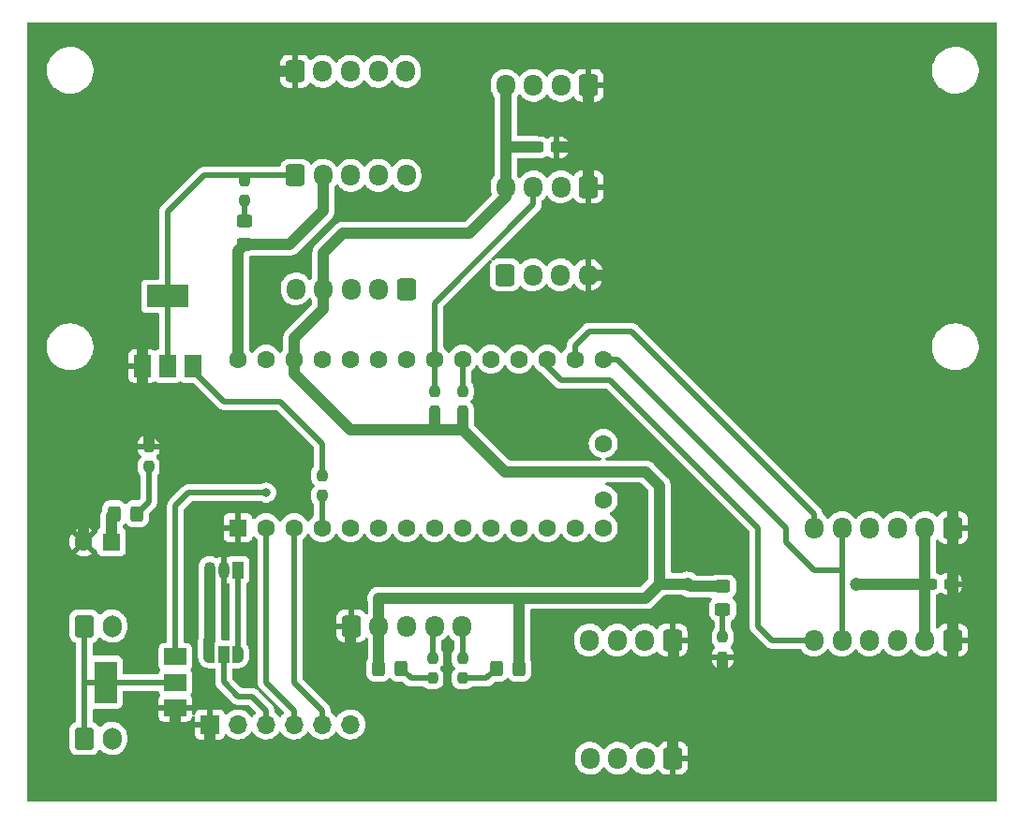
<source format=gbl>
G04 #@! TF.GenerationSoftware,KiCad,Pcbnew,6.0.11-2627ca5db0~126~ubuntu20.04.1*
G04 #@! TF.CreationDate,2023-03-12T13:33:37+01:00*
G04 #@! TF.ProjectId,Bobbycar_wiring,426f6262-7963-4617-925f-776972696e67,rev?*
G04 #@! TF.SameCoordinates,Original*
G04 #@! TF.FileFunction,Copper,L2,Bot*
G04 #@! TF.FilePolarity,Positive*
%FSLAX46Y46*%
G04 Gerber Fmt 4.6, Leading zero omitted, Abs format (unit mm)*
G04 Created by KiCad (PCBNEW 6.0.11-2627ca5db0~126~ubuntu20.04.1) date 2023-03-12 13:33:37*
%MOMM*%
%LPD*%
G01*
G04 APERTURE LIST*
G04 Aperture macros list*
%AMRoundRect*
0 Rectangle with rounded corners*
0 $1 Rounding radius*
0 $2 $3 $4 $5 $6 $7 $8 $9 X,Y pos of 4 corners*
0 Add a 4 corners polygon primitive as box body*
4,1,4,$2,$3,$4,$5,$6,$7,$8,$9,$2,$3,0*
0 Add four circle primitives for the rounded corners*
1,1,$1+$1,$2,$3*
1,1,$1+$1,$4,$5*
1,1,$1+$1,$6,$7*
1,1,$1+$1,$8,$9*
0 Add four rect primitives between the rounded corners*
20,1,$1+$1,$2,$3,$4,$5,0*
20,1,$1+$1,$4,$5,$6,$7,0*
20,1,$1+$1,$6,$7,$8,$9,0*
20,1,$1+$1,$8,$9,$2,$3,0*%
%AMFreePoly0*
4,1,22,0.550000,-0.750000,0.000000,-0.750000,0.000000,-0.745033,-0.079941,-0.743568,-0.215256,-0.701293,-0.333266,-0.622738,-0.424486,-0.514219,-0.481581,-0.384460,-0.499164,-0.250000,-0.500000,-0.250000,-0.500000,0.250000,-0.499164,0.250000,-0.499963,0.256109,-0.478152,0.396186,-0.417904,0.524511,-0.324060,0.630769,-0.204165,0.706417,-0.067858,0.745374,0.000000,0.744959,0.000000,0.750000,
0.550000,0.750000,0.550000,-0.750000,0.550000,-0.750000,$1*%
%AMFreePoly1*
4,1,20,0.000000,0.744959,0.073905,0.744508,0.209726,0.703889,0.328688,0.626782,0.421226,0.519385,0.479903,0.390333,0.500000,0.250000,0.500000,-0.250000,0.499851,-0.262216,0.476331,-0.402017,0.414519,-0.529596,0.319384,-0.634700,0.198574,-0.708877,0.061801,-0.746166,0.000000,-0.745033,0.000000,-0.750000,-0.550000,-0.750000,-0.550000,0.750000,0.000000,0.750000,0.000000,0.744959,
0.000000,0.744959,$1*%
G04 Aperture macros list end*
G04 #@! TA.AperFunction,ComponentPad*
%ADD10RoundRect,0.250000X0.600000X0.725000X-0.600000X0.725000X-0.600000X-0.725000X0.600000X-0.725000X0*%
G04 #@! TD*
G04 #@! TA.AperFunction,ComponentPad*
%ADD11O,1.700000X1.950000*%
G04 #@! TD*
G04 #@! TA.AperFunction,ComponentPad*
%ADD12RoundRect,0.250000X-0.600000X-0.725000X0.600000X-0.725000X0.600000X0.725000X-0.600000X0.725000X0*%
G04 #@! TD*
G04 #@! TA.AperFunction,SMDPad,CuDef*
%ADD13RoundRect,0.237500X-0.300000X-0.237500X0.300000X-0.237500X0.300000X0.237500X-0.300000X0.237500X0*%
G04 #@! TD*
G04 #@! TA.AperFunction,ComponentPad*
%ADD14R,1.700000X1.700000*%
G04 #@! TD*
G04 #@! TA.AperFunction,ComponentPad*
%ADD15O,1.700000X1.700000*%
G04 #@! TD*
G04 #@! TA.AperFunction,ComponentPad*
%ADD16O,1.700000X2.000000*%
G04 #@! TD*
G04 #@! TA.AperFunction,ComponentPad*
%ADD17RoundRect,0.250000X-0.600000X-0.750000X0.600000X-0.750000X0.600000X0.750000X-0.600000X0.750000X0*%
G04 #@! TD*
G04 #@! TA.AperFunction,ComponentPad*
%ADD18R,1.600000X1.600000*%
G04 #@! TD*
G04 #@! TA.AperFunction,ComponentPad*
%ADD19C,1.600000*%
G04 #@! TD*
G04 #@! TA.AperFunction,ComponentPad*
%ADD20R,1.050000X1.500000*%
G04 #@! TD*
G04 #@! TA.AperFunction,ComponentPad*
%ADD21O,1.050000X1.500000*%
G04 #@! TD*
G04 #@! TA.AperFunction,SMDPad,CuDef*
%ADD22RoundRect,0.237500X0.237500X-0.250000X0.237500X0.250000X-0.237500X0.250000X-0.237500X-0.250000X0*%
G04 #@! TD*
G04 #@! TA.AperFunction,SMDPad,CuDef*
%ADD23R,2.000000X1.500000*%
G04 #@! TD*
G04 #@! TA.AperFunction,SMDPad,CuDef*
%ADD24R,2.000000X3.800000*%
G04 #@! TD*
G04 #@! TA.AperFunction,SMDPad,CuDef*
%ADD25RoundRect,0.237500X-0.237500X0.250000X-0.237500X-0.250000X0.237500X-0.250000X0.237500X0.250000X0*%
G04 #@! TD*
G04 #@! TA.AperFunction,SMDPad,CuDef*
%ADD26FreePoly0,180.000000*%
G04 #@! TD*
G04 #@! TA.AperFunction,SMDPad,CuDef*
%ADD27R,1.000000X1.500000*%
G04 #@! TD*
G04 #@! TA.AperFunction,SMDPad,CuDef*
%ADD28FreePoly1,180.000000*%
G04 #@! TD*
G04 #@! TA.AperFunction,SMDPad,CuDef*
%ADD29R,1.500000X2.000000*%
G04 #@! TD*
G04 #@! TA.AperFunction,SMDPad,CuDef*
%ADD30R,3.800000X2.000000*%
G04 #@! TD*
G04 #@! TA.AperFunction,SMDPad,CuDef*
%ADD31RoundRect,0.250000X-0.325000X-0.450000X0.325000X-0.450000X0.325000X0.450000X-0.325000X0.450000X0*%
G04 #@! TD*
G04 #@! TA.AperFunction,SMDPad,CuDef*
%ADD32RoundRect,0.250000X-0.450000X0.325000X-0.450000X-0.325000X0.450000X-0.325000X0.450000X0.325000X0*%
G04 #@! TD*
G04 #@! TA.AperFunction,SMDPad,CuDef*
%ADD33RoundRect,0.250000X0.325000X0.450000X-0.325000X0.450000X-0.325000X-0.450000X0.325000X-0.450000X0*%
G04 #@! TD*
G04 #@! TA.AperFunction,SMDPad,CuDef*
%ADD34RoundRect,0.250000X0.450000X-0.325000X0.450000X0.325000X-0.450000X0.325000X-0.450000X-0.325000X0*%
G04 #@! TD*
G04 #@! TA.AperFunction,ViaPad*
%ADD35C,1.200000*%
G04 #@! TD*
G04 #@! TA.AperFunction,ViaPad*
%ADD36C,0.800000*%
G04 #@! TD*
G04 #@! TA.AperFunction,Conductor*
%ADD37C,0.500000*%
G04 #@! TD*
G04 #@! TA.AperFunction,Conductor*
%ADD38C,1.000000*%
G04 #@! TD*
G04 APERTURE END LIST*
D10*
X105410000Y-64770000D03*
D11*
X102910000Y-64770000D03*
X100410000Y-64770000D03*
X97910000Y-64770000D03*
X95410000Y-64770000D03*
D12*
X114300000Y-63500000D03*
D11*
X116800000Y-63500000D03*
X119300000Y-63500000D03*
X121800000Y-63500000D03*
D13*
X118972500Y-51963000D03*
X117247500Y-51963000D03*
X152807500Y-91440000D03*
X154532500Y-91440000D03*
D14*
X87630000Y-104140000D03*
D15*
X90170000Y-104140000D03*
X92710000Y-104140000D03*
X95250000Y-104140000D03*
X97790000Y-104140000D03*
X100330000Y-104140000D03*
D12*
X100410000Y-95250000D03*
D11*
X102910000Y-95250000D03*
X105410000Y-95250000D03*
X107910000Y-95250000D03*
X110410000Y-95250000D03*
X114360000Y-46355000D03*
X116860000Y-46355000D03*
X119360000Y-46355000D03*
D10*
X121860000Y-46355000D03*
X129480000Y-107205000D03*
D11*
X126980000Y-107205000D03*
X124480000Y-107205000D03*
X121980000Y-107205000D03*
X105330000Y-45088000D03*
X102830000Y-45088000D03*
X100330000Y-45088000D03*
X97830000Y-45088000D03*
D12*
X95330000Y-45088000D03*
D10*
X129420000Y-96520000D03*
D11*
X126920000Y-96520000D03*
X124420000Y-96520000D03*
X121920000Y-96520000D03*
X105370000Y-54503000D03*
X102870000Y-54503000D03*
X100370000Y-54503000D03*
X97870000Y-54503000D03*
D12*
X95370000Y-54503000D03*
D16*
X78790000Y-95250000D03*
D17*
X76290000Y-95250000D03*
D10*
X121860000Y-55536000D03*
D11*
X119360000Y-55536000D03*
X116860000Y-55536000D03*
X114360000Y-55536000D03*
D18*
X90170000Y-86360000D03*
D19*
X92710000Y-86360000D03*
X95250000Y-86360000D03*
X97790000Y-86360000D03*
X100330000Y-86360000D03*
X102870000Y-86360000D03*
X105410000Y-86360000D03*
X107950000Y-86360000D03*
X110490000Y-86360000D03*
X113030000Y-86360000D03*
X115570000Y-86360000D03*
X118110000Y-86360000D03*
X120650000Y-86360000D03*
X123190000Y-86360000D03*
X123190000Y-83820000D03*
X123190000Y-78740000D03*
X123190000Y-71120000D03*
X120650000Y-71120000D03*
X118110000Y-71120000D03*
X115570000Y-71120000D03*
X113030000Y-71120000D03*
X110490000Y-71120000D03*
X107950000Y-71120000D03*
X105410000Y-71120000D03*
X102870000Y-71120000D03*
X100330000Y-71120000D03*
X97790000Y-71120000D03*
X95250000Y-71120000D03*
X92710000Y-71120000D03*
X90170000Y-71120000D03*
D10*
X154740000Y-86360000D03*
D11*
X152240000Y-86360000D03*
X149740000Y-86360000D03*
X147240000Y-86360000D03*
X144740000Y-86360000D03*
X142240000Y-86360000D03*
D20*
X90170000Y-90170000D03*
D21*
X88900000Y-90170000D03*
X87630000Y-90170000D03*
D16*
X78790000Y-105410000D03*
D17*
X76290000Y-105410000D03*
D10*
X154740000Y-96520000D03*
D11*
X152240000Y-96520000D03*
X149740000Y-96520000D03*
X147240000Y-96520000D03*
X144740000Y-96520000D03*
X142240000Y-96520000D03*
D19*
X76240000Y-87630000D03*
D18*
X78740000Y-87630000D03*
D22*
X107950000Y-75842500D03*
X107950000Y-74017500D03*
X110490000Y-99972500D03*
X110490000Y-98147500D03*
D23*
X84520000Y-102630000D03*
X84520000Y-100330000D03*
D24*
X78220000Y-100330000D03*
D23*
X84520000Y-98030000D03*
D25*
X133985000Y-96242500D03*
X133985000Y-98067500D03*
D26*
X90170000Y-97790000D03*
D27*
X88870000Y-97790000D03*
D28*
X87570000Y-97790000D03*
D29*
X86120000Y-71730000D03*
D30*
X83820000Y-65430000D03*
D29*
X83820000Y-71730000D03*
X81520000Y-71730000D03*
D22*
X110490000Y-75842500D03*
X110490000Y-74017500D03*
D25*
X90805000Y-54967500D03*
X90805000Y-56792500D03*
D31*
X113520000Y-99060000D03*
X115570000Y-99060000D03*
D22*
X97790000Y-83462500D03*
X97790000Y-81637500D03*
X107757500Y-99972500D03*
X107757500Y-98147500D03*
D32*
X90805000Y-58665000D03*
X90805000Y-60715000D03*
D33*
X104920000Y-99060000D03*
X102870000Y-99060000D03*
D34*
X133985000Y-93735000D03*
X133985000Y-91685000D03*
D33*
X81035000Y-85090000D03*
X78985000Y-85090000D03*
D22*
X82105000Y-80847224D03*
X82105000Y-79022224D03*
D35*
X80010000Y-57785000D03*
D36*
X92710000Y-83185000D03*
D35*
X128270000Y-67310000D03*
X90170000Y-78740000D03*
X146050000Y-91440000D03*
X130810000Y-91440000D03*
D37*
X84520000Y-84390000D02*
X84520000Y-98030000D01*
D38*
X90805000Y-60715000D02*
X90170000Y-61350000D01*
X90170000Y-61350000D02*
X90170000Y-71120000D01*
X90805000Y-60715000D02*
X94860000Y-60715000D01*
X94860000Y-60715000D02*
X97870000Y-57705000D01*
X97870000Y-57705000D02*
X97870000Y-54503000D01*
D37*
X90805000Y-56792500D02*
X90805000Y-58665000D01*
D38*
X81520000Y-71730000D02*
X81520000Y-70090000D01*
X80010000Y-57785000D02*
X92710000Y-45085000D01*
X81520000Y-70090000D02*
X80010000Y-68580000D01*
X80010000Y-68580000D02*
X80010000Y-57785000D01*
X92710000Y-45085000D02*
X95327000Y-45085000D01*
X95327000Y-45085000D02*
X95330000Y-45088000D01*
D37*
X95370000Y-54503000D02*
X90912000Y-54503000D01*
X90912000Y-54503000D02*
X87102000Y-54503000D01*
X90805000Y-54967500D02*
X90805000Y-54610000D01*
X90805000Y-54610000D02*
X90912000Y-54503000D01*
X87102000Y-54503000D02*
X83820000Y-57785000D01*
X83820000Y-57785000D02*
X83820000Y-65430000D01*
X116860000Y-55536000D02*
X116860000Y-57130000D01*
X116860000Y-57130000D02*
X107950000Y-66040000D01*
X107950000Y-66040000D02*
X107950000Y-71120000D01*
D38*
X114360000Y-46355000D02*
X114360000Y-52010000D01*
X114360000Y-52010000D02*
X114360000Y-55536000D01*
X117247500Y-51963000D02*
X114407000Y-51963000D01*
X114407000Y-51963000D02*
X114360000Y-52010000D01*
X121860000Y-55536000D02*
X121860000Y-52130000D01*
X121860000Y-52130000D02*
X121860000Y-46355000D01*
X118972500Y-51963000D02*
X121693000Y-51963000D01*
X121693000Y-51963000D02*
X121860000Y-52130000D01*
X97910000Y-64770000D02*
X97910000Y-61475000D01*
X97910000Y-61475000D02*
X99695000Y-59690000D01*
X114360000Y-56455000D02*
X111125000Y-59690000D01*
X111125000Y-59690000D02*
X99695000Y-59690000D01*
X114360000Y-55536000D02*
X114360000Y-56455000D01*
X95250000Y-71120000D02*
X95250000Y-69215000D01*
X95250000Y-69215000D02*
X97910000Y-66555000D01*
X97910000Y-66555000D02*
X97910000Y-64770000D01*
X128270000Y-67310000D02*
X124460000Y-63500000D01*
X124460000Y-63500000D02*
X121800000Y-63500000D01*
D37*
X92710000Y-83185000D02*
X85725000Y-83185000D01*
X85725000Y-83185000D02*
X84520000Y-84390000D01*
X110490000Y-98147500D02*
X110490000Y-95330000D01*
X110490000Y-95330000D02*
X110410000Y-95250000D01*
X107757500Y-98147500D02*
X107757500Y-95402500D01*
X107757500Y-95402500D02*
X107910000Y-95250000D01*
D38*
X85090000Y-106680000D02*
X84520000Y-106110000D01*
X84520000Y-106110000D02*
X84520000Y-102630000D01*
X95330000Y-45533000D02*
X95330000Y-45088000D01*
X101600000Y-106680000D02*
X102870000Y-105410000D01*
X102870000Y-105410000D02*
X102870000Y-102870000D01*
X129480000Y-107205000D02*
X129480000Y-102930000D01*
X129480000Y-102930000D02*
X129480000Y-100390000D01*
X100410000Y-95250000D02*
X100330000Y-95330000D01*
X100330000Y-95330000D02*
X100330000Y-100330000D01*
X100330000Y-100330000D02*
X102870000Y-102870000D01*
X129420000Y-102870000D02*
X129480000Y-102930000D01*
X102870000Y-102870000D02*
X129420000Y-102870000D01*
X127000000Y-92710000D02*
X115570000Y-92710000D01*
X115570000Y-92710000D02*
X102870000Y-92710000D01*
X115570000Y-99060000D02*
X115570000Y-92710000D01*
D37*
X110490000Y-99972500D02*
X112607500Y-99972500D01*
X112607500Y-99972500D02*
X113520000Y-99060000D01*
X107757500Y-99972500D02*
X105832500Y-99972500D01*
X105832500Y-99972500D02*
X104920000Y-99060000D01*
D38*
X102910000Y-95250000D02*
X102910000Y-99020000D01*
X102910000Y-99020000D02*
X102870000Y-99060000D01*
X154740000Y-96520000D02*
X154740000Y-91640000D01*
X154740000Y-91640000D02*
X154740000Y-86360000D01*
X140970000Y-77510000D02*
X149900000Y-77510000D01*
X154740000Y-82350000D02*
X154740000Y-86360000D01*
X149900000Y-77510000D02*
X154740000Y-82350000D01*
X140970000Y-77510000D02*
X138470000Y-77510000D01*
X138470000Y-77510000D02*
X128270000Y-67310000D01*
X76240000Y-87630000D02*
X76240000Y-78700000D01*
X76240000Y-78700000D02*
X78500000Y-76440000D01*
X78500000Y-76440000D02*
X81520000Y-76440000D01*
X78740000Y-87630000D02*
X78740000Y-85335000D01*
X78740000Y-85335000D02*
X78985000Y-85090000D01*
D37*
X82105000Y-80847224D02*
X82105000Y-84020000D01*
X82105000Y-84020000D02*
X81035000Y-85090000D01*
D38*
X81520000Y-76440000D02*
X82550000Y-77470000D01*
X82550000Y-77470000D02*
X83820000Y-78740000D01*
X82105000Y-79022224D02*
X82105000Y-77915000D01*
X82105000Y-77915000D02*
X82550000Y-77470000D01*
X85090000Y-106680000D02*
X101600000Y-106680000D01*
D37*
X97790000Y-102870000D02*
X95250000Y-100330000D01*
X97790000Y-104140000D02*
X97790000Y-102870000D01*
X95250000Y-100330000D02*
X95250000Y-86360000D01*
X92710000Y-86360000D02*
X92710000Y-100330000D01*
X92710000Y-100330000D02*
X95250000Y-102870000D01*
X95250000Y-102870000D02*
X95250000Y-104140000D01*
X88870000Y-100300000D02*
X90170000Y-101600000D01*
X91440000Y-101600000D02*
X92710000Y-102870000D01*
X88870000Y-97790000D02*
X88870000Y-100300000D01*
X90170000Y-101600000D02*
X91440000Y-101600000D01*
X92710000Y-102870000D02*
X92710000Y-104140000D01*
X90170000Y-90170000D02*
X90170000Y-97790000D01*
D38*
X87570000Y-97790000D02*
X87570000Y-96580000D01*
X87570000Y-96580000D02*
X87630000Y-96520000D01*
X87630000Y-104140000D02*
X87630000Y-106680000D01*
X87630000Y-96520000D02*
X87630000Y-90170000D01*
D37*
X84520000Y-100330000D02*
X78220000Y-100330000D01*
X76290000Y-105410000D02*
X76290000Y-100330000D01*
X78220000Y-100330000D02*
X76290000Y-100330000D01*
X76290000Y-100330000D02*
X76290000Y-95250000D01*
D38*
X102910000Y-95250000D02*
X102910000Y-92750000D01*
X102910000Y-92750000D02*
X102870000Y-92710000D01*
X129480000Y-100390000D02*
X129540000Y-100330000D01*
X153670000Y-100330000D02*
X134620000Y-100330000D01*
X134620000Y-100330000D02*
X129540000Y-100330000D01*
X133985000Y-98067500D02*
X133985000Y-99695000D01*
X154740000Y-96520000D02*
X154740000Y-99260000D01*
X81520000Y-71730000D02*
X81520000Y-76440000D01*
X83820000Y-78740000D02*
X90170000Y-78740000D01*
X133985000Y-99695000D02*
X134620000Y-100330000D01*
X129420000Y-96520000D02*
X129540000Y-96640000D01*
X154740000Y-99260000D02*
X153670000Y-100330000D01*
X129540000Y-96640000D02*
X129540000Y-100330000D01*
D37*
X139700000Y-87630000D02*
X142240000Y-90170000D01*
X124460000Y-71120000D02*
X139700000Y-86360000D01*
X142240000Y-90170000D02*
X144700000Y-90170000D01*
X144740000Y-96520000D02*
X144740000Y-90130000D01*
X123190000Y-71120000D02*
X124460000Y-71120000D01*
X139700000Y-86360000D02*
X139700000Y-87630000D01*
X144740000Y-90130000D02*
X144740000Y-87670000D01*
X144740000Y-86360000D02*
X144740000Y-87670000D01*
X144700000Y-90170000D02*
X144740000Y-90130000D01*
X83820000Y-65430000D02*
X83820000Y-71730000D01*
X123825000Y-73025000D02*
X137160000Y-86360000D01*
X137160000Y-86360000D02*
X137160000Y-95250000D01*
X118110000Y-71120000D02*
X118110000Y-71755000D01*
X118110000Y-71755000D02*
X119380000Y-73025000D01*
X138430000Y-96520000D02*
X142240000Y-96520000D01*
X119380000Y-73025000D02*
X123825000Y-73025000D01*
X137160000Y-95250000D02*
X138430000Y-96520000D01*
X110490000Y-74017500D02*
X110490000Y-71120000D01*
X107950000Y-74017500D02*
X107950000Y-71120000D01*
D38*
X152240000Y-96520000D02*
X152240000Y-92550000D01*
X110490000Y-77470000D02*
X114300000Y-81280000D01*
X107950000Y-75842500D02*
X107950000Y-77470000D01*
X110490000Y-77470000D02*
X109220000Y-77470000D01*
X95250000Y-72390000D02*
X95250000Y-71120000D01*
X152240000Y-91600000D02*
X152240000Y-92550000D01*
X109220000Y-77470000D02*
X107950000Y-77470000D01*
X146050000Y-91440000D02*
X152080000Y-91440000D01*
X130810000Y-91440000D02*
X128270000Y-91440000D01*
X128270000Y-82550000D02*
X128270000Y-91440000D01*
X152080000Y-91440000D02*
X152240000Y-91600000D01*
X127000000Y-81280000D02*
X128270000Y-82550000D01*
X152240000Y-86360000D02*
X152240000Y-91600000D01*
X100330000Y-77470000D02*
X95250000Y-72390000D01*
X110490000Y-75842500D02*
X110490000Y-77470000D01*
X107950000Y-77470000D02*
X106680000Y-77470000D01*
X106680000Y-77470000D02*
X100330000Y-77470000D01*
X114300000Y-81280000D02*
X127000000Y-81280000D01*
X133985000Y-91685000D02*
X131055000Y-91685000D01*
X131055000Y-91685000D02*
X130810000Y-91440000D01*
X128270000Y-91440000D02*
X127000000Y-92710000D01*
D37*
X97790000Y-83462500D02*
X97790000Y-86360000D01*
X121920000Y-68580000D02*
X125730000Y-68580000D01*
X125730000Y-68580000D02*
X142240000Y-85090000D01*
X142240000Y-85090000D02*
X142240000Y-86360000D01*
X120650000Y-69850000D02*
X121920000Y-68580000D01*
X120650000Y-71120000D02*
X120650000Y-69850000D01*
X88900000Y-74930000D02*
X86120000Y-72150000D01*
X86120000Y-72150000D02*
X86120000Y-71730000D01*
X97790000Y-78740000D02*
X93980000Y-74930000D01*
X93980000Y-74930000D02*
X88900000Y-74930000D01*
X97790000Y-81637500D02*
X97790000Y-78740000D01*
X133985000Y-96242500D02*
X133985000Y-93735000D01*
G04 #@! TA.AperFunction,Conductor*
G36*
X158692121Y-40660002D02*
G01*
X158738614Y-40713658D01*
X158750000Y-40766000D01*
X158750000Y-110999000D01*
X158729998Y-111067121D01*
X158676342Y-111113614D01*
X158624000Y-111125000D01*
X71246000Y-111125000D01*
X71177879Y-111104998D01*
X71131386Y-111051342D01*
X71120000Y-110999000D01*
X71120000Y-107387890D01*
X120621500Y-107387890D01*
X120636080Y-107559720D01*
X120637418Y-107564875D01*
X120637419Y-107564881D01*
X120692657Y-107777703D01*
X120693999Y-107782872D01*
X120788688Y-107993075D01*
X120917441Y-108184319D01*
X121076576Y-108351135D01*
X121261542Y-108488754D01*
X121266293Y-108491170D01*
X121266297Y-108491172D01*
X121328704Y-108522901D01*
X121467051Y-108593240D01*
X121472145Y-108594822D01*
X121472148Y-108594823D01*
X121672020Y-108656885D01*
X121687227Y-108661607D01*
X121692516Y-108662308D01*
X121910489Y-108691198D01*
X121910494Y-108691198D01*
X121915774Y-108691898D01*
X121921103Y-108691698D01*
X121921105Y-108691698D01*
X122030966Y-108687574D01*
X122146158Y-108683249D01*
X122151468Y-108682135D01*
X122366572Y-108637002D01*
X122371791Y-108635907D01*
X122376750Y-108633949D01*
X122376752Y-108633948D01*
X122581256Y-108553185D01*
X122581258Y-108553184D01*
X122586221Y-108551224D01*
X122685184Y-108491172D01*
X122778757Y-108434390D01*
X122778756Y-108434390D01*
X122783317Y-108431623D01*
X122823493Y-108396760D01*
X122953412Y-108284023D01*
X122953414Y-108284021D01*
X122957445Y-108280523D01*
X123021383Y-108202545D01*
X123100240Y-108106373D01*
X123100244Y-108106367D01*
X123103624Y-108102245D01*
X123121552Y-108070750D01*
X123172632Y-108021445D01*
X123242262Y-108007583D01*
X123308333Y-108033566D01*
X123335573Y-108062716D01*
X123417441Y-108184319D01*
X123576576Y-108351135D01*
X123761542Y-108488754D01*
X123766293Y-108491170D01*
X123766297Y-108491172D01*
X123828704Y-108522901D01*
X123967051Y-108593240D01*
X123972145Y-108594822D01*
X123972148Y-108594823D01*
X124172020Y-108656885D01*
X124187227Y-108661607D01*
X124192516Y-108662308D01*
X124410489Y-108691198D01*
X124410494Y-108691198D01*
X124415774Y-108691898D01*
X124421103Y-108691698D01*
X124421105Y-108691698D01*
X124530966Y-108687574D01*
X124646158Y-108683249D01*
X124651468Y-108682135D01*
X124866572Y-108637002D01*
X124871791Y-108635907D01*
X124876750Y-108633949D01*
X124876752Y-108633948D01*
X125081256Y-108553185D01*
X125081258Y-108553184D01*
X125086221Y-108551224D01*
X125185184Y-108491172D01*
X125278757Y-108434390D01*
X125278756Y-108434390D01*
X125283317Y-108431623D01*
X125323493Y-108396760D01*
X125453412Y-108284023D01*
X125453414Y-108284021D01*
X125457445Y-108280523D01*
X125521383Y-108202545D01*
X125600240Y-108106373D01*
X125600244Y-108106367D01*
X125603624Y-108102245D01*
X125621552Y-108070750D01*
X125672632Y-108021445D01*
X125742262Y-108007583D01*
X125808333Y-108033566D01*
X125835573Y-108062716D01*
X125917441Y-108184319D01*
X126076576Y-108351135D01*
X126261542Y-108488754D01*
X126266293Y-108491170D01*
X126266297Y-108491172D01*
X126328704Y-108522901D01*
X126467051Y-108593240D01*
X126472145Y-108594822D01*
X126472148Y-108594823D01*
X126672020Y-108656885D01*
X126687227Y-108661607D01*
X126692516Y-108662308D01*
X126910489Y-108691198D01*
X126910494Y-108691198D01*
X126915774Y-108691898D01*
X126921103Y-108691698D01*
X126921105Y-108691698D01*
X127030966Y-108687574D01*
X127146158Y-108683249D01*
X127151468Y-108682135D01*
X127366572Y-108637002D01*
X127371791Y-108635907D01*
X127376750Y-108633949D01*
X127376752Y-108633948D01*
X127581256Y-108553185D01*
X127581258Y-108553184D01*
X127586221Y-108551224D01*
X127685184Y-108491172D01*
X127778757Y-108434390D01*
X127778756Y-108434390D01*
X127783317Y-108431623D01*
X127823493Y-108396760D01*
X127953412Y-108284023D01*
X127953414Y-108284021D01*
X127957445Y-108280523D01*
X127987006Y-108244471D01*
X128045666Y-108204476D01*
X128116636Y-108202545D01*
X128177384Y-108239290D01*
X128191584Y-108258059D01*
X128278063Y-108397807D01*
X128287099Y-108409208D01*
X128401829Y-108523739D01*
X128413240Y-108532751D01*
X128551243Y-108617816D01*
X128564424Y-108623963D01*
X128718710Y-108675138D01*
X128732086Y-108678005D01*
X128826438Y-108687672D01*
X128832854Y-108688000D01*
X129207885Y-108688000D01*
X129223124Y-108683525D01*
X129224329Y-108682135D01*
X129226000Y-108674452D01*
X129226000Y-108669884D01*
X129734000Y-108669884D01*
X129738475Y-108685123D01*
X129739865Y-108686328D01*
X129747548Y-108687999D01*
X130127095Y-108687999D01*
X130133614Y-108687662D01*
X130229206Y-108677743D01*
X130242600Y-108674851D01*
X130396784Y-108623412D01*
X130409962Y-108617239D01*
X130547807Y-108531937D01*
X130559208Y-108522901D01*
X130673739Y-108408171D01*
X130682751Y-108396760D01*
X130767816Y-108258757D01*
X130773963Y-108245576D01*
X130825138Y-108091290D01*
X130828005Y-108077914D01*
X130837672Y-107983562D01*
X130838000Y-107977146D01*
X130838000Y-107477115D01*
X130833525Y-107461876D01*
X130832135Y-107460671D01*
X130824452Y-107459000D01*
X129752115Y-107459000D01*
X129736876Y-107463475D01*
X129735671Y-107464865D01*
X129734000Y-107472548D01*
X129734000Y-108669884D01*
X129226000Y-108669884D01*
X129226000Y-106932885D01*
X129734000Y-106932885D01*
X129738475Y-106948124D01*
X129739865Y-106949329D01*
X129747548Y-106951000D01*
X130819884Y-106951000D01*
X130835123Y-106946525D01*
X130836328Y-106945135D01*
X130837999Y-106937452D01*
X130837999Y-106432905D01*
X130837662Y-106426386D01*
X130827743Y-106330794D01*
X130824851Y-106317400D01*
X130773412Y-106163216D01*
X130767239Y-106150038D01*
X130681937Y-106012193D01*
X130672901Y-106000792D01*
X130558171Y-105886261D01*
X130546760Y-105877249D01*
X130408757Y-105792184D01*
X130395576Y-105786037D01*
X130241290Y-105734862D01*
X130227914Y-105731995D01*
X130133562Y-105722328D01*
X130127145Y-105722000D01*
X129752115Y-105722000D01*
X129736876Y-105726475D01*
X129735671Y-105727865D01*
X129734000Y-105735548D01*
X129734000Y-106932885D01*
X129226000Y-106932885D01*
X129226000Y-105740116D01*
X129221525Y-105724877D01*
X129220135Y-105723672D01*
X129212452Y-105722001D01*
X128832905Y-105722001D01*
X128826386Y-105722338D01*
X128730794Y-105732257D01*
X128717400Y-105735149D01*
X128563216Y-105786588D01*
X128550038Y-105792761D01*
X128412193Y-105878063D01*
X128400792Y-105887099D01*
X128286261Y-106001829D01*
X128277247Y-106013243D01*
X128191277Y-106152713D01*
X128138505Y-106200207D01*
X128068434Y-106211631D01*
X128003310Y-106183357D01*
X127992847Y-106173570D01*
X127972951Y-106152713D01*
X127883424Y-106058865D01*
X127698458Y-105921246D01*
X127693707Y-105918830D01*
X127693703Y-105918828D01*
X127571731Y-105856815D01*
X127492949Y-105816760D01*
X127487855Y-105815178D01*
X127487852Y-105815177D01*
X127277871Y-105749976D01*
X127272773Y-105748393D01*
X127267484Y-105747692D01*
X127049511Y-105718802D01*
X127049506Y-105718802D01*
X127044226Y-105718102D01*
X127038897Y-105718302D01*
X127038895Y-105718302D01*
X126940368Y-105722001D01*
X126813842Y-105726751D01*
X126808623Y-105727846D01*
X126788849Y-105731995D01*
X126588209Y-105774093D01*
X126583250Y-105776051D01*
X126583248Y-105776052D01*
X126378744Y-105856815D01*
X126378742Y-105856816D01*
X126373779Y-105858776D01*
X126369220Y-105861543D01*
X126369217Y-105861544D01*
X126272570Y-105920191D01*
X126176683Y-105978377D01*
X126172653Y-105981874D01*
X126079484Y-106062722D01*
X126002555Y-106129477D01*
X125999168Y-106133608D01*
X125859760Y-106303627D01*
X125859756Y-106303633D01*
X125856376Y-106307755D01*
X125838448Y-106339250D01*
X125787368Y-106388555D01*
X125717738Y-106402417D01*
X125651667Y-106376434D01*
X125624427Y-106347284D01*
X125595035Y-106303627D01*
X125542559Y-106225681D01*
X125492848Y-106173570D01*
X125387103Y-106062722D01*
X125383424Y-106058865D01*
X125198458Y-105921246D01*
X125193707Y-105918830D01*
X125193703Y-105918828D01*
X125071731Y-105856815D01*
X124992949Y-105816760D01*
X124987855Y-105815178D01*
X124987852Y-105815177D01*
X124777871Y-105749976D01*
X124772773Y-105748393D01*
X124767484Y-105747692D01*
X124549511Y-105718802D01*
X124549506Y-105718802D01*
X124544226Y-105718102D01*
X124538897Y-105718302D01*
X124538895Y-105718302D01*
X124440368Y-105722001D01*
X124313842Y-105726751D01*
X124308623Y-105727846D01*
X124288849Y-105731995D01*
X124088209Y-105774093D01*
X124083250Y-105776051D01*
X124083248Y-105776052D01*
X123878744Y-105856815D01*
X123878742Y-105856816D01*
X123873779Y-105858776D01*
X123869220Y-105861543D01*
X123869217Y-105861544D01*
X123772570Y-105920191D01*
X123676683Y-105978377D01*
X123672653Y-105981874D01*
X123579484Y-106062722D01*
X123502555Y-106129477D01*
X123499168Y-106133608D01*
X123359760Y-106303627D01*
X123359756Y-106303633D01*
X123356376Y-106307755D01*
X123338448Y-106339250D01*
X123287368Y-106388555D01*
X123217738Y-106402417D01*
X123151667Y-106376434D01*
X123124427Y-106347284D01*
X123095035Y-106303627D01*
X123042559Y-106225681D01*
X122992848Y-106173570D01*
X122887103Y-106062722D01*
X122883424Y-106058865D01*
X122698458Y-105921246D01*
X122693707Y-105918830D01*
X122693703Y-105918828D01*
X122571731Y-105856815D01*
X122492949Y-105816760D01*
X122487855Y-105815178D01*
X122487852Y-105815177D01*
X122277871Y-105749976D01*
X122272773Y-105748393D01*
X122267484Y-105747692D01*
X122049511Y-105718802D01*
X122049506Y-105718802D01*
X122044226Y-105718102D01*
X122038897Y-105718302D01*
X122038895Y-105718302D01*
X121940368Y-105722001D01*
X121813842Y-105726751D01*
X121808623Y-105727846D01*
X121788849Y-105731995D01*
X121588209Y-105774093D01*
X121583250Y-105776051D01*
X121583248Y-105776052D01*
X121378744Y-105856815D01*
X121378742Y-105856816D01*
X121373779Y-105858776D01*
X121369220Y-105861543D01*
X121369217Y-105861544D01*
X121272570Y-105920191D01*
X121176683Y-105978377D01*
X121172653Y-105981874D01*
X121079484Y-106062722D01*
X121002555Y-106129477D01*
X120999168Y-106133608D01*
X120859760Y-106303627D01*
X120859756Y-106303633D01*
X120856376Y-106307755D01*
X120853738Y-106312390D01*
X120853735Y-106312394D01*
X120765839Y-106466805D01*
X120742325Y-106508114D01*
X120663663Y-106724825D01*
X120662714Y-106730074D01*
X120662713Y-106730077D01*
X120623377Y-106947608D01*
X120623376Y-106947615D01*
X120622639Y-106951692D01*
X120621500Y-106975844D01*
X120621500Y-107387890D01*
X71120000Y-107387890D01*
X71120000Y-106210400D01*
X74931500Y-106210400D01*
X74931837Y-106213646D01*
X74931837Y-106213650D01*
X74933086Y-106225681D01*
X74942474Y-106316166D01*
X74944655Y-106322702D01*
X74944655Y-106322704D01*
X74976090Y-106416925D01*
X74998450Y-106483946D01*
X75091522Y-106634348D01*
X75216697Y-106759305D01*
X75222927Y-106763145D01*
X75222928Y-106763146D01*
X75360090Y-106847694D01*
X75367262Y-106852115D01*
X75402938Y-106863948D01*
X75528611Y-106905632D01*
X75528613Y-106905632D01*
X75535139Y-106907797D01*
X75541975Y-106908497D01*
X75541978Y-106908498D01*
X75577663Y-106912154D01*
X75639600Y-106918500D01*
X76940400Y-106918500D01*
X76943646Y-106918163D01*
X76943650Y-106918163D01*
X77039308Y-106908238D01*
X77039312Y-106908237D01*
X77046166Y-106907526D01*
X77052702Y-106905345D01*
X77052704Y-106905345D01*
X77184806Y-106861272D01*
X77213946Y-106851550D01*
X77364348Y-106758478D01*
X77489305Y-106633303D01*
X77579081Y-106487660D01*
X77631852Y-106440168D01*
X77701924Y-106428744D01*
X77767048Y-106457018D01*
X77777510Y-106466805D01*
X77816917Y-106508114D01*
X77886576Y-106581135D01*
X78071542Y-106718754D01*
X78076293Y-106721170D01*
X78076297Y-106721172D01*
X78139481Y-106753296D01*
X78277051Y-106823240D01*
X78282145Y-106824822D01*
X78282148Y-106824823D01*
X78482020Y-106886885D01*
X78497227Y-106891607D01*
X78502516Y-106892308D01*
X78720489Y-106921198D01*
X78720494Y-106921198D01*
X78725774Y-106921898D01*
X78731103Y-106921698D01*
X78731105Y-106921698D01*
X78840966Y-106917573D01*
X78956158Y-106913249D01*
X78978802Y-106908498D01*
X79176572Y-106867002D01*
X79181791Y-106865907D01*
X79186750Y-106863949D01*
X79186752Y-106863948D01*
X79391256Y-106783185D01*
X79391258Y-106783184D01*
X79396221Y-106781224D01*
X79432343Y-106759305D01*
X79588757Y-106664390D01*
X79588756Y-106664390D01*
X79593317Y-106661623D01*
X79633134Y-106627072D01*
X79763412Y-106514023D01*
X79763414Y-106514021D01*
X79767445Y-106510523D01*
X79844191Y-106416925D01*
X79910240Y-106336373D01*
X79910244Y-106336367D01*
X79913624Y-106332245D01*
X79922075Y-106317400D01*
X80025032Y-106136529D01*
X80027675Y-106131886D01*
X80106337Y-105915175D01*
X80111414Y-105887099D01*
X80146623Y-105692392D01*
X80146624Y-105692385D01*
X80147361Y-105688308D01*
X80148500Y-105664156D01*
X80148500Y-105202110D01*
X80141299Y-105117240D01*
X80134371Y-105035591D01*
X80134370Y-105035587D01*
X80134292Y-105034669D01*
X86272001Y-105034669D01*
X86272371Y-105041490D01*
X86277895Y-105092352D01*
X86281521Y-105107604D01*
X86326676Y-105228054D01*
X86335214Y-105243649D01*
X86411715Y-105345724D01*
X86424276Y-105358285D01*
X86526351Y-105434786D01*
X86541946Y-105443324D01*
X86662394Y-105488478D01*
X86677649Y-105492105D01*
X86728514Y-105497631D01*
X86735328Y-105498000D01*
X87357885Y-105498000D01*
X87373124Y-105493525D01*
X87374329Y-105492135D01*
X87376000Y-105484452D01*
X87376000Y-104412115D01*
X87371525Y-104396876D01*
X87370135Y-104395671D01*
X87362452Y-104394000D01*
X86290116Y-104394000D01*
X86274877Y-104398475D01*
X86273672Y-104399865D01*
X86272001Y-104407548D01*
X86272001Y-105034669D01*
X80134292Y-105034669D01*
X80133920Y-105030280D01*
X80132582Y-105025125D01*
X80132581Y-105025119D01*
X80077343Y-104812297D01*
X80077342Y-104812293D01*
X80076001Y-104807128D01*
X79981312Y-104596925D01*
X79852559Y-104405681D01*
X79844160Y-104396876D01*
X79780091Y-104329715D01*
X79693424Y-104238865D01*
X79508458Y-104101246D01*
X79503707Y-104098830D01*
X79503703Y-104098828D01*
X79381731Y-104036815D01*
X79302949Y-103996760D01*
X79297855Y-103995178D01*
X79297852Y-103995177D01*
X79087871Y-103929976D01*
X79082773Y-103928393D01*
X79077484Y-103927692D01*
X78859511Y-103898802D01*
X78859506Y-103898802D01*
X78854226Y-103898102D01*
X78848897Y-103898302D01*
X78848895Y-103898302D01*
X78739034Y-103902427D01*
X78623842Y-103906751D01*
X78618623Y-103907846D01*
X78548677Y-103922522D01*
X78398209Y-103954093D01*
X78393250Y-103956051D01*
X78393248Y-103956052D01*
X78188744Y-104036815D01*
X78188742Y-104036816D01*
X78183779Y-104038776D01*
X78179220Y-104041543D01*
X78179217Y-104041544D01*
X78080832Y-104101246D01*
X77986683Y-104158377D01*
X77982653Y-104161874D01*
X77889484Y-104242722D01*
X77812555Y-104309477D01*
X77783330Y-104345120D01*
X77724671Y-104385114D01*
X77653701Y-104387046D01*
X77592952Y-104350302D01*
X77578752Y-104331532D01*
X77492332Y-104191880D01*
X77488478Y-104185652D01*
X77363303Y-104060695D01*
X77357072Y-104056854D01*
X77218968Y-103971725D01*
X77218966Y-103971724D01*
X77212738Y-103967885D01*
X77155051Y-103948751D01*
X77134833Y-103942045D01*
X77076473Y-103901614D01*
X77049236Y-103836050D01*
X77048500Y-103822452D01*
X77048500Y-103424669D01*
X83012001Y-103424669D01*
X83012371Y-103431490D01*
X83017895Y-103482352D01*
X83021521Y-103497604D01*
X83066676Y-103618054D01*
X83075214Y-103633649D01*
X83151715Y-103735724D01*
X83164276Y-103748285D01*
X83266351Y-103824786D01*
X83281946Y-103833324D01*
X83402394Y-103878478D01*
X83417649Y-103882105D01*
X83468514Y-103887631D01*
X83475328Y-103888000D01*
X84247885Y-103888000D01*
X84263124Y-103883525D01*
X84264329Y-103882135D01*
X84266000Y-103874452D01*
X84266000Y-103869884D01*
X84774000Y-103869884D01*
X84778475Y-103885123D01*
X84779865Y-103886328D01*
X84787548Y-103887999D01*
X85564669Y-103887999D01*
X85571490Y-103887629D01*
X85622352Y-103882105D01*
X85637604Y-103878479D01*
X85758054Y-103833324D01*
X85773649Y-103824786D01*
X85875724Y-103748285D01*
X85888285Y-103735724D01*
X85964786Y-103633649D01*
X85973324Y-103618054D01*
X86018478Y-103497607D01*
X86023417Y-103476834D01*
X86058635Y-103415188D01*
X86121590Y-103382368D01*
X86192295Y-103388794D01*
X86248302Y-103432426D01*
X86272000Y-103505981D01*
X86272000Y-103867885D01*
X86276475Y-103883124D01*
X86277865Y-103884329D01*
X86285548Y-103886000D01*
X87357885Y-103886000D01*
X87373124Y-103881525D01*
X87374329Y-103880135D01*
X87376000Y-103872452D01*
X87376000Y-102800116D01*
X87371525Y-102784877D01*
X87370135Y-102783672D01*
X87362452Y-102782001D01*
X86735331Y-102782001D01*
X86728510Y-102782371D01*
X86677648Y-102787895D01*
X86662396Y-102791521D01*
X86541946Y-102836676D01*
X86526351Y-102845214D01*
X86424276Y-102921715D01*
X86411715Y-102934276D01*
X86335214Y-103036351D01*
X86326676Y-103051946D01*
X86281522Y-103172393D01*
X86276583Y-103193166D01*
X86241365Y-103254812D01*
X86178410Y-103287632D01*
X86107705Y-103281206D01*
X86051698Y-103237574D01*
X86028000Y-103164019D01*
X86028000Y-102902115D01*
X86023525Y-102886876D01*
X86022135Y-102885671D01*
X86014452Y-102884000D01*
X84792115Y-102884000D01*
X84776876Y-102888475D01*
X84775671Y-102889865D01*
X84774000Y-102897548D01*
X84774000Y-103869884D01*
X84266000Y-103869884D01*
X84266000Y-102902115D01*
X84261525Y-102886876D01*
X84260135Y-102885671D01*
X84252452Y-102884000D01*
X83030116Y-102884000D01*
X83014877Y-102888475D01*
X83013672Y-102889865D01*
X83012001Y-102897548D01*
X83012001Y-103424669D01*
X77048500Y-103424669D01*
X77048500Y-102864500D01*
X77068502Y-102796379D01*
X77122158Y-102749886D01*
X77174500Y-102738500D01*
X79268134Y-102738500D01*
X79330316Y-102731745D01*
X79466705Y-102680615D01*
X79583261Y-102593261D01*
X79670615Y-102476705D01*
X79721745Y-102340316D01*
X79728500Y-102278134D01*
X79728500Y-101214500D01*
X79748502Y-101146379D01*
X79802158Y-101099886D01*
X79854500Y-101088500D01*
X82895507Y-101088500D01*
X82963628Y-101108502D01*
X83010121Y-101162158D01*
X83017543Y-101183763D01*
X83018255Y-101190316D01*
X83021027Y-101197711D01*
X83021028Y-101197714D01*
X83027321Y-101214500D01*
X83069385Y-101326705D01*
X83074771Y-101333891D01*
X83127953Y-101404852D01*
X83152801Y-101471358D01*
X83137748Y-101540741D01*
X83127953Y-101555982D01*
X83075214Y-101626352D01*
X83066676Y-101641946D01*
X83021522Y-101762394D01*
X83017895Y-101777649D01*
X83012369Y-101828514D01*
X83012000Y-101835328D01*
X83012000Y-102357885D01*
X83016475Y-102373124D01*
X83017865Y-102374329D01*
X83025548Y-102376000D01*
X86009884Y-102376000D01*
X86025123Y-102371525D01*
X86026328Y-102370135D01*
X86027999Y-102362452D01*
X86027999Y-101835331D01*
X86027629Y-101828510D01*
X86022105Y-101777648D01*
X86018479Y-101762396D01*
X85973324Y-101641946D01*
X85964786Y-101626352D01*
X85912047Y-101555982D01*
X85887199Y-101489476D01*
X85902252Y-101420093D01*
X85912047Y-101404852D01*
X85965229Y-101333891D01*
X85970615Y-101326705D01*
X86021745Y-101190316D01*
X86028500Y-101128134D01*
X86028500Y-99531866D01*
X86021745Y-99469684D01*
X85970615Y-99333295D01*
X85913433Y-99256997D01*
X85912360Y-99255565D01*
X85887512Y-99189058D01*
X85902565Y-99119676D01*
X85912360Y-99104435D01*
X85965229Y-99033892D01*
X85965230Y-99033890D01*
X85970615Y-99026705D01*
X86021745Y-98890316D01*
X86028500Y-98828134D01*
X86028500Y-97231866D01*
X86021745Y-97169684D01*
X85970615Y-97033295D01*
X85883261Y-96916739D01*
X85766705Y-96829385D01*
X85630316Y-96778255D01*
X85568134Y-96771500D01*
X85404500Y-96771500D01*
X85336379Y-96751498D01*
X85289886Y-96697842D01*
X85278500Y-96645500D01*
X85278500Y-87204669D01*
X88862001Y-87204669D01*
X88862371Y-87211490D01*
X88867895Y-87262352D01*
X88871521Y-87277604D01*
X88916676Y-87398054D01*
X88925214Y-87413649D01*
X89001715Y-87515724D01*
X89014276Y-87528285D01*
X89116351Y-87604786D01*
X89131946Y-87613324D01*
X89252394Y-87658478D01*
X89267649Y-87662105D01*
X89318514Y-87667631D01*
X89325328Y-87668000D01*
X89897885Y-87668000D01*
X89913124Y-87663525D01*
X89914329Y-87662135D01*
X89916000Y-87654452D01*
X89916000Y-86632115D01*
X89911525Y-86616876D01*
X89910135Y-86615671D01*
X89902452Y-86614000D01*
X88880116Y-86614000D01*
X88864877Y-86618475D01*
X88863672Y-86619865D01*
X88862001Y-86627548D01*
X88862001Y-87204669D01*
X85278500Y-87204669D01*
X85278500Y-86087885D01*
X88862000Y-86087885D01*
X88866475Y-86103124D01*
X88867865Y-86104329D01*
X88875548Y-86106000D01*
X89897885Y-86106000D01*
X89913124Y-86101525D01*
X89914329Y-86100135D01*
X89916000Y-86092452D01*
X89916000Y-85070116D01*
X89911525Y-85054877D01*
X89910135Y-85053672D01*
X89902452Y-85052001D01*
X89325331Y-85052001D01*
X89318510Y-85052371D01*
X89267648Y-85057895D01*
X89252396Y-85061521D01*
X89131946Y-85106676D01*
X89116351Y-85115214D01*
X89014276Y-85191715D01*
X89001715Y-85204276D01*
X88925214Y-85306351D01*
X88916676Y-85321946D01*
X88871522Y-85442394D01*
X88867895Y-85457649D01*
X88862369Y-85508514D01*
X88862000Y-85515328D01*
X88862000Y-86087885D01*
X85278500Y-86087885D01*
X85278500Y-84756371D01*
X85298502Y-84688250D01*
X85315405Y-84667276D01*
X86002276Y-83980405D01*
X86064588Y-83946379D01*
X86091371Y-83943500D01*
X92167413Y-83943500D01*
X92241472Y-83967563D01*
X92247902Y-83972235D01*
X92247909Y-83972239D01*
X92253248Y-83976118D01*
X92259276Y-83978802D01*
X92259278Y-83978803D01*
X92421681Y-84051109D01*
X92427712Y-84053794D01*
X92521112Y-84073647D01*
X92608056Y-84092128D01*
X92608061Y-84092128D01*
X92614513Y-84093500D01*
X92805487Y-84093500D01*
X92811939Y-84092128D01*
X92811944Y-84092128D01*
X92898888Y-84073647D01*
X92992288Y-84053794D01*
X92998319Y-84051109D01*
X93160722Y-83978803D01*
X93160724Y-83978802D01*
X93166752Y-83976118D01*
X93172097Y-83972235D01*
X93261539Y-83907251D01*
X93321253Y-83863866D01*
X93338605Y-83844595D01*
X93444621Y-83726852D01*
X93444622Y-83726851D01*
X93449040Y-83721944D01*
X93544527Y-83556556D01*
X93603542Y-83374928D01*
X93623504Y-83185000D01*
X93603542Y-82995072D01*
X93544527Y-82813444D01*
X93449040Y-82648056D01*
X93427276Y-82623884D01*
X93325675Y-82511045D01*
X93325674Y-82511044D01*
X93321253Y-82506134D01*
X93211647Y-82426500D01*
X93172094Y-82397763D01*
X93172093Y-82397762D01*
X93166752Y-82393882D01*
X93160724Y-82391198D01*
X93160722Y-82391197D01*
X92998319Y-82318891D01*
X92998318Y-82318891D01*
X92992288Y-82316206D01*
X92898888Y-82296353D01*
X92811944Y-82277872D01*
X92811939Y-82277872D01*
X92805487Y-82276500D01*
X92614513Y-82276500D01*
X92608061Y-82277872D01*
X92608056Y-82277872D01*
X92521112Y-82296353D01*
X92427712Y-82316206D01*
X92421682Y-82318891D01*
X92421681Y-82318891D01*
X92259278Y-82391197D01*
X92259276Y-82391198D01*
X92253248Y-82393882D01*
X92247909Y-82397761D01*
X92247902Y-82397765D01*
X92241472Y-82402437D01*
X92167413Y-82426500D01*
X85792063Y-82426500D01*
X85773114Y-82425067D01*
X85772907Y-82425036D01*
X85751651Y-82421802D01*
X85744359Y-82422395D01*
X85744356Y-82422395D01*
X85698991Y-82426085D01*
X85688777Y-82426500D01*
X85680707Y-82426500D01*
X85677087Y-82426922D01*
X85677069Y-82426923D01*
X85652461Y-82429792D01*
X85648100Y-82430224D01*
X85622981Y-82432267D01*
X85582661Y-82435546D01*
X85582658Y-82435547D01*
X85575363Y-82436140D01*
X85568399Y-82438396D01*
X85562440Y-82439587D01*
X85556585Y-82440971D01*
X85549319Y-82441818D01*
X85480673Y-82466735D01*
X85476545Y-82468152D01*
X85414064Y-82488393D01*
X85414062Y-82488394D01*
X85407101Y-82490649D01*
X85400846Y-82494445D01*
X85395372Y-82496951D01*
X85389942Y-82499670D01*
X85383063Y-82502167D01*
X85322016Y-82542191D01*
X85318327Y-82544518D01*
X85309383Y-82549946D01*
X85260693Y-82579491D01*
X85260688Y-82579495D01*
X85255892Y-82582405D01*
X85247516Y-82589803D01*
X85247493Y-82589777D01*
X85244503Y-82592426D01*
X85241264Y-82595134D01*
X85235148Y-82599144D01*
X85230121Y-82604451D01*
X85230117Y-82604454D01*
X85181872Y-82655383D01*
X85179494Y-82657825D01*
X84031089Y-83806230D01*
X84016677Y-83818616D01*
X84005082Y-83827149D01*
X84005077Y-83827154D01*
X83999182Y-83831492D01*
X83994443Y-83837070D01*
X83994440Y-83837073D01*
X83964965Y-83871768D01*
X83958035Y-83879284D01*
X83952340Y-83884979D01*
X83950060Y-83887861D01*
X83934719Y-83907251D01*
X83931928Y-83910655D01*
X83896543Y-83952306D01*
X83884667Y-83966285D01*
X83881339Y-83972801D01*
X83877972Y-83977850D01*
X83874805Y-83982979D01*
X83870266Y-83988716D01*
X83839345Y-84054875D01*
X83837442Y-84058769D01*
X83804231Y-84123808D01*
X83802492Y-84130916D01*
X83800393Y-84136559D01*
X83798476Y-84142322D01*
X83795378Y-84148950D01*
X83793888Y-84156112D01*
X83793888Y-84156113D01*
X83780514Y-84220412D01*
X83779544Y-84224696D01*
X83762192Y-84295610D01*
X83761500Y-84306764D01*
X83761464Y-84306762D01*
X83761225Y-84310755D01*
X83760851Y-84314947D01*
X83759360Y-84322115D01*
X83759558Y-84329432D01*
X83761454Y-84399521D01*
X83761500Y-84402928D01*
X83761500Y-96645500D01*
X83741498Y-96713621D01*
X83687842Y-96760114D01*
X83635500Y-96771500D01*
X83471866Y-96771500D01*
X83409684Y-96778255D01*
X83273295Y-96829385D01*
X83156739Y-96916739D01*
X83069385Y-97033295D01*
X83018255Y-97169684D01*
X83011500Y-97231866D01*
X83011500Y-98828134D01*
X83018255Y-98890316D01*
X83069385Y-99026705D01*
X83074770Y-99033890D01*
X83074771Y-99033892D01*
X83127640Y-99104435D01*
X83152488Y-99170942D01*
X83137435Y-99240324D01*
X83127640Y-99255565D01*
X83126567Y-99256997D01*
X83069385Y-99333295D01*
X83066233Y-99341703D01*
X83021029Y-99462285D01*
X83018255Y-99469684D01*
X83017628Y-99475453D01*
X82982874Y-99536291D01*
X82919919Y-99569113D01*
X82895507Y-99571500D01*
X79854500Y-99571500D01*
X79786379Y-99551498D01*
X79739886Y-99497842D01*
X79728500Y-99445500D01*
X79728500Y-98381866D01*
X79721745Y-98319684D01*
X79670615Y-98183295D01*
X79583261Y-98066739D01*
X79466705Y-97979385D01*
X79330316Y-97928255D01*
X79268134Y-97921500D01*
X77174500Y-97921500D01*
X77106379Y-97901498D01*
X77059886Y-97847842D01*
X77048500Y-97795500D01*
X77048500Y-96837538D01*
X77068502Y-96769417D01*
X77122158Y-96722924D01*
X77134624Y-96718014D01*
X77195653Y-96697653D01*
X77213946Y-96691550D01*
X77364348Y-96598478D01*
X77385852Y-96576937D01*
X77484134Y-96478483D01*
X77489305Y-96473303D01*
X77579081Y-96327660D01*
X77631852Y-96280168D01*
X77701924Y-96268744D01*
X77767048Y-96297018D01*
X77777510Y-96306805D01*
X77819215Y-96350523D01*
X77886576Y-96421135D01*
X78071542Y-96558754D01*
X78076293Y-96561170D01*
X78076297Y-96561172D01*
X78139481Y-96593296D01*
X78277051Y-96663240D01*
X78282145Y-96664822D01*
X78282148Y-96664823D01*
X78453261Y-96717955D01*
X78497227Y-96731607D01*
X78502516Y-96732308D01*
X78720489Y-96761198D01*
X78720494Y-96761198D01*
X78725774Y-96761898D01*
X78731103Y-96761698D01*
X78731105Y-96761698D01*
X78840966Y-96757574D01*
X78956158Y-96753249D01*
X78964504Y-96751498D01*
X79176572Y-96707002D01*
X79181791Y-96705907D01*
X79186750Y-96703949D01*
X79186752Y-96703948D01*
X79391256Y-96623185D01*
X79391258Y-96623184D01*
X79396221Y-96621224D01*
X79432343Y-96599305D01*
X79563478Y-96519730D01*
X79593317Y-96501623D01*
X79665883Y-96438654D01*
X79763412Y-96354023D01*
X79763414Y-96354021D01*
X79767445Y-96350523D01*
X79825133Y-96280168D01*
X79910240Y-96176373D01*
X79910244Y-96176367D01*
X79913624Y-96172245D01*
X79930494Y-96142610D01*
X80025032Y-95976529D01*
X80027675Y-95971886D01*
X80106337Y-95755175D01*
X80107652Y-95747905D01*
X80146623Y-95532392D01*
X80146624Y-95532385D01*
X80147361Y-95528308D01*
X80148296Y-95508475D01*
X80148430Y-95505644D01*
X80148430Y-95505637D01*
X80148500Y-95504156D01*
X80148500Y-95042110D01*
X80136492Y-94900591D01*
X80134371Y-94875591D01*
X80134370Y-94875587D01*
X80133920Y-94870280D01*
X80132582Y-94865125D01*
X80132581Y-94865119D01*
X80077343Y-94652297D01*
X80077342Y-94652293D01*
X80076001Y-94647128D01*
X79981312Y-94436925D01*
X79852559Y-94245681D01*
X79817972Y-94209424D01*
X79774213Y-94163553D01*
X79693424Y-94078865D01*
X79508458Y-93941246D01*
X79503707Y-93938830D01*
X79503703Y-93938828D01*
X79318172Y-93844500D01*
X79302949Y-93836760D01*
X79297855Y-93835178D01*
X79297852Y-93835177D01*
X79087871Y-93769976D01*
X79082773Y-93768393D01*
X79072263Y-93767000D01*
X78859511Y-93738802D01*
X78859506Y-93738802D01*
X78854226Y-93738102D01*
X78848897Y-93738302D01*
X78848895Y-93738302D01*
X78739034Y-93742427D01*
X78623842Y-93746751D01*
X78618623Y-93747846D01*
X78596566Y-93752474D01*
X78398209Y-93794093D01*
X78393250Y-93796051D01*
X78393248Y-93796052D01*
X78188744Y-93876815D01*
X78188742Y-93876816D01*
X78183779Y-93878776D01*
X78179220Y-93881543D01*
X78179217Y-93881544D01*
X78080832Y-93941246D01*
X77986683Y-93998377D01*
X77982653Y-94001874D01*
X77860674Y-94107722D01*
X77812555Y-94149477D01*
X77783330Y-94185120D01*
X77724671Y-94225114D01*
X77653701Y-94227046D01*
X77592952Y-94190302D01*
X77578752Y-94171532D01*
X77492332Y-94031880D01*
X77488478Y-94025652D01*
X77363303Y-93900695D01*
X77357072Y-93896854D01*
X77218968Y-93811725D01*
X77218966Y-93811724D01*
X77212738Y-93807885D01*
X77117750Y-93776379D01*
X77051389Y-93754368D01*
X77051387Y-93754368D01*
X77044861Y-93752203D01*
X77038025Y-93751503D01*
X77038022Y-93751502D01*
X76994969Y-93747091D01*
X76940400Y-93741500D01*
X75639600Y-93741500D01*
X75636354Y-93741837D01*
X75636350Y-93741837D01*
X75540692Y-93751762D01*
X75540688Y-93751763D01*
X75533834Y-93752474D01*
X75527298Y-93754655D01*
X75527296Y-93754655D01*
X75451742Y-93779862D01*
X75366054Y-93808450D01*
X75215652Y-93901522D01*
X75210479Y-93906704D01*
X75190206Y-93927012D01*
X75090695Y-94026697D01*
X75086855Y-94032927D01*
X75086854Y-94032928D01*
X75039100Y-94110400D01*
X74997885Y-94177262D01*
X74942203Y-94345139D01*
X74941503Y-94351975D01*
X74941502Y-94351978D01*
X74940948Y-94357390D01*
X74931500Y-94449600D01*
X74931500Y-96050400D01*
X74931837Y-96053646D01*
X74931837Y-96053650D01*
X74940548Y-96137600D01*
X74942474Y-96156166D01*
X74944655Y-96162702D01*
X74944655Y-96162704D01*
X74977161Y-96260135D01*
X74998450Y-96323946D01*
X75091522Y-96474348D01*
X75216697Y-96599305D01*
X75222927Y-96603145D01*
X75222928Y-96603146D01*
X75360090Y-96687694D01*
X75367262Y-96692115D01*
X75413068Y-96707308D01*
X75445167Y-96717955D01*
X75503527Y-96758386D01*
X75530764Y-96823950D01*
X75531500Y-96837548D01*
X75531500Y-100302165D01*
X75531258Y-100309966D01*
X75527453Y-100371298D01*
X75529401Y-100382631D01*
X75529680Y-100384257D01*
X75531500Y-100405596D01*
X75531500Y-103822462D01*
X75511498Y-103890583D01*
X75457842Y-103937076D01*
X75445376Y-103941986D01*
X75412369Y-103952998D01*
X75366054Y-103968450D01*
X75215652Y-104061522D01*
X75090695Y-104186697D01*
X75086855Y-104192927D01*
X75086854Y-104192928D01*
X75056161Y-104242722D01*
X74997885Y-104337262D01*
X74942203Y-104505139D01*
X74931500Y-104609600D01*
X74931500Y-106210400D01*
X71120000Y-106210400D01*
X71120000Y-88716062D01*
X75518493Y-88716062D01*
X75527789Y-88728077D01*
X75578994Y-88763931D01*
X75588489Y-88769414D01*
X75785947Y-88861490D01*
X75796239Y-88865236D01*
X76006688Y-88921625D01*
X76017481Y-88923528D01*
X76234525Y-88942517D01*
X76245475Y-88942517D01*
X76462519Y-88923528D01*
X76473312Y-88921625D01*
X76683761Y-88865236D01*
X76694053Y-88861490D01*
X76891511Y-88769414D01*
X76901006Y-88763931D01*
X76953048Y-88727491D01*
X76961424Y-88717012D01*
X76954356Y-88703566D01*
X76252812Y-88002022D01*
X76238868Y-87994408D01*
X76237035Y-87994539D01*
X76230420Y-87998790D01*
X75524923Y-88704287D01*
X75518493Y-88716062D01*
X71120000Y-88716062D01*
X71120000Y-87635475D01*
X74927483Y-87635475D01*
X74946472Y-87852519D01*
X74948375Y-87863312D01*
X75004764Y-88073761D01*
X75008510Y-88084053D01*
X75100586Y-88281511D01*
X75106069Y-88291006D01*
X75142509Y-88343048D01*
X75152988Y-88351424D01*
X75166434Y-88344356D01*
X75867978Y-87642812D01*
X75874356Y-87631132D01*
X76604408Y-87631132D01*
X76604539Y-87632965D01*
X76608790Y-87639580D01*
X77314287Y-88345077D01*
X77356029Y-88367871D01*
X77366029Y-88370047D01*
X77416227Y-88420253D01*
X77431451Y-88473814D01*
X77431500Y-88474717D01*
X77431500Y-88478134D01*
X77438255Y-88540316D01*
X77489385Y-88676705D01*
X77576739Y-88793261D01*
X77693295Y-88880615D01*
X77829684Y-88931745D01*
X77891866Y-88938500D01*
X79588134Y-88938500D01*
X79650316Y-88931745D01*
X79786705Y-88880615D01*
X79903261Y-88793261D01*
X79990615Y-88676705D01*
X80041745Y-88540316D01*
X80048500Y-88478134D01*
X80048500Y-86781866D01*
X80041745Y-86719684D01*
X79990615Y-86583295D01*
X79903261Y-86466739D01*
X79798935Y-86388551D01*
X79756420Y-86331692D01*
X79748500Y-86287725D01*
X79748500Y-86226515D01*
X79768502Y-86158394D01*
X79785327Y-86137497D01*
X79790902Y-86131913D01*
X79909305Y-86013303D01*
X79911906Y-86009084D01*
X79969030Y-85968583D01*
X80039953Y-85965351D01*
X80101365Y-86000976D01*
X80107922Y-86008530D01*
X80111522Y-86014348D01*
X80236697Y-86139305D01*
X80242927Y-86143145D01*
X80242928Y-86143146D01*
X80380090Y-86227694D01*
X80387262Y-86232115D01*
X80467005Y-86258564D01*
X80548611Y-86285632D01*
X80548613Y-86285632D01*
X80555139Y-86287797D01*
X80561975Y-86288497D01*
X80561978Y-86288498D01*
X80605031Y-86292909D01*
X80659600Y-86298500D01*
X81410400Y-86298500D01*
X81413646Y-86298163D01*
X81413650Y-86298163D01*
X81509308Y-86288238D01*
X81509312Y-86288237D01*
X81516166Y-86287526D01*
X81522702Y-86285345D01*
X81522704Y-86285345D01*
X81654806Y-86241272D01*
X81683946Y-86231550D01*
X81834348Y-86138478D01*
X81959305Y-86013303D01*
X81963146Y-86007072D01*
X82048275Y-85868968D01*
X82048276Y-85868966D01*
X82052115Y-85862738D01*
X82107797Y-85694861D01*
X82111526Y-85658471D01*
X82118172Y-85593598D01*
X82118500Y-85590400D01*
X82118500Y-85131371D01*
X82138502Y-85063250D01*
X82155405Y-85042276D01*
X82593911Y-84603770D01*
X82608323Y-84591384D01*
X82619918Y-84582851D01*
X82619923Y-84582846D01*
X82625818Y-84578508D01*
X82630557Y-84572930D01*
X82630560Y-84572927D01*
X82660035Y-84538232D01*
X82666965Y-84530716D01*
X82672661Y-84525020D01*
X82674924Y-84522159D01*
X82674929Y-84522154D01*
X82690293Y-84502734D01*
X82693082Y-84499333D01*
X82735592Y-84449296D01*
X82735594Y-84449294D01*
X82740333Y-84443715D01*
X82743662Y-84437195D01*
X82747028Y-84432148D01*
X82750193Y-84427024D01*
X82754735Y-84421283D01*
X82764112Y-84401221D01*
X82785634Y-84355170D01*
X82787565Y-84351218D01*
X82817442Y-84292708D01*
X82817443Y-84292706D01*
X82820769Y-84286192D01*
X82822508Y-84279086D01*
X82824609Y-84273436D01*
X82826524Y-84267679D01*
X82829622Y-84261050D01*
X82844491Y-84189565D01*
X82845461Y-84185282D01*
X82846991Y-84179031D01*
X82862808Y-84114390D01*
X82863500Y-84103236D01*
X82863535Y-84103238D01*
X82863775Y-84099266D01*
X82864152Y-84095045D01*
X82865641Y-84087885D01*
X82863546Y-84010458D01*
X82863500Y-84007050D01*
X82863500Y-81683401D01*
X82883502Y-81615280D01*
X82900321Y-81594390D01*
X82931929Y-81562727D01*
X82977569Y-81488685D01*
X83019369Y-81420874D01*
X83019370Y-81420872D01*
X83023209Y-81414644D01*
X83077974Y-81249533D01*
X83078873Y-81240765D01*
X83088172Y-81149995D01*
X83088500Y-81146796D01*
X83088500Y-80547652D01*
X83084022Y-80504494D01*
X83078419Y-80450489D01*
X83078418Y-80450485D01*
X83077707Y-80443631D01*
X83061157Y-80394023D01*
X83024972Y-80285565D01*
X83022654Y-80278617D01*
X82931116Y-80130693D01*
X82823859Y-80023623D01*
X82789780Y-79961342D01*
X82794783Y-79890522D01*
X82823704Y-79845433D01*
X82926363Y-79742595D01*
X82935375Y-79731184D01*
X83018912Y-79595661D01*
X83025056Y-79582483D01*
X83075315Y-79430958D01*
X83078181Y-79417592D01*
X83087672Y-79324954D01*
X83088000Y-79318539D01*
X83088000Y-79294339D01*
X83083525Y-79279100D01*
X83082135Y-79277895D01*
X83074452Y-79276224D01*
X81140115Y-79276224D01*
X81124876Y-79280699D01*
X81123671Y-79282089D01*
X81122000Y-79289772D01*
X81122000Y-79318490D01*
X81122337Y-79325006D01*
X81132075Y-79418856D01*
X81134968Y-79432252D01*
X81185488Y-79583677D01*
X81191653Y-79596839D01*
X81275426Y-79732216D01*
X81284460Y-79743614D01*
X81386140Y-79845117D01*
X81420219Y-79907400D01*
X81415216Y-79978220D01*
X81386296Y-80023307D01*
X81278071Y-80131721D01*
X81274231Y-80137951D01*
X81274230Y-80137952D01*
X81191364Y-80272386D01*
X81186791Y-80279804D01*
X81132026Y-80444915D01*
X81121500Y-80547652D01*
X81121500Y-81146796D01*
X81121837Y-81150042D01*
X81121837Y-81150046D01*
X81130672Y-81235191D01*
X81132293Y-81250817D01*
X81134474Y-81257353D01*
X81134474Y-81257355D01*
X81162429Y-81341146D01*
X81187346Y-81415831D01*
X81278884Y-81563755D01*
X81284066Y-81568928D01*
X81309518Y-81594336D01*
X81343597Y-81656619D01*
X81346500Y-81683509D01*
X81346500Y-83653629D01*
X81326498Y-83721750D01*
X81309595Y-83742724D01*
X81207724Y-83844595D01*
X81145412Y-83878621D01*
X81118629Y-83881500D01*
X80659600Y-83881500D01*
X80656354Y-83881837D01*
X80656350Y-83881837D01*
X80560692Y-83891762D01*
X80560688Y-83891763D01*
X80553834Y-83892474D01*
X80547298Y-83894655D01*
X80547296Y-83894655D01*
X80499339Y-83910655D01*
X80386054Y-83948450D01*
X80235652Y-84041522D01*
X80110695Y-84166697D01*
X80108094Y-84170916D01*
X80050970Y-84211417D01*
X79980047Y-84214649D01*
X79918635Y-84179024D01*
X79912078Y-84171470D01*
X79908478Y-84165652D01*
X79783303Y-84040695D01*
X79775930Y-84036150D01*
X79638968Y-83951725D01*
X79638966Y-83951724D01*
X79632738Y-83947885D01*
X79552995Y-83921436D01*
X79471389Y-83894368D01*
X79471387Y-83894368D01*
X79464861Y-83892203D01*
X79458025Y-83891503D01*
X79458022Y-83891502D01*
X79414969Y-83887091D01*
X79360400Y-83881500D01*
X78609600Y-83881500D01*
X78606354Y-83881837D01*
X78606350Y-83881837D01*
X78510692Y-83891762D01*
X78510688Y-83891763D01*
X78503834Y-83892474D01*
X78497298Y-83894655D01*
X78497296Y-83894655D01*
X78449339Y-83910655D01*
X78336054Y-83948450D01*
X78185652Y-84041522D01*
X78060695Y-84166697D01*
X78056855Y-84172927D01*
X78056854Y-84172928D01*
X77977777Y-84301215D01*
X77967885Y-84317262D01*
X77959942Y-84341209D01*
X77924092Y-84449296D01*
X77912203Y-84485139D01*
X77911503Y-84491975D01*
X77911502Y-84491978D01*
X77910576Y-84501015D01*
X77901500Y-84589600D01*
X77901500Y-84732893D01*
X77886544Y-84792434D01*
X77854023Y-84853086D01*
X77853394Y-84854245D01*
X77811538Y-84930381D01*
X77811535Y-84930389D01*
X77808567Y-84935787D01*
X77806955Y-84940869D01*
X77804438Y-84945563D01*
X77777238Y-85034531D01*
X77776918Y-85035559D01*
X77748765Y-85124306D01*
X77748171Y-85129602D01*
X77746613Y-85134698D01*
X77737376Y-85225634D01*
X77737218Y-85227187D01*
X77737089Y-85228393D01*
X77731500Y-85278227D01*
X77731500Y-85281754D01*
X77731445Y-85282739D01*
X77730998Y-85288419D01*
X77726626Y-85331462D01*
X77728738Y-85353802D01*
X77730941Y-85377109D01*
X77731500Y-85388967D01*
X77731500Y-86287725D01*
X77711498Y-86355846D01*
X77681065Y-86388551D01*
X77576739Y-86466739D01*
X77489385Y-86583295D01*
X77438255Y-86719684D01*
X77431500Y-86781866D01*
X77431500Y-86785185D01*
X77407847Y-86852110D01*
X77361844Y-86887804D01*
X77362859Y-86889734D01*
X77352000Y-86895442D01*
X77351755Y-86895632D01*
X77351597Y-86895653D01*
X77313566Y-86915644D01*
X76612022Y-87617188D01*
X76604408Y-87631132D01*
X75874356Y-87631132D01*
X75875592Y-87628868D01*
X75875461Y-87627035D01*
X75871210Y-87620420D01*
X75165713Y-86914923D01*
X75153938Y-86908493D01*
X75141923Y-86917789D01*
X75106069Y-86968994D01*
X75100586Y-86978489D01*
X75008510Y-87175947D01*
X75004764Y-87186239D01*
X74948375Y-87396688D01*
X74946472Y-87407481D01*
X74927483Y-87624525D01*
X74927483Y-87635475D01*
X71120000Y-87635475D01*
X71120000Y-86542988D01*
X75518576Y-86542988D01*
X75525644Y-86556434D01*
X76227188Y-87257978D01*
X76241132Y-87265592D01*
X76242965Y-87265461D01*
X76249580Y-87261210D01*
X76955077Y-86555713D01*
X76961507Y-86543938D01*
X76952211Y-86531923D01*
X76901006Y-86496069D01*
X76891511Y-86490586D01*
X76694053Y-86398510D01*
X76683761Y-86394764D01*
X76473312Y-86338375D01*
X76462519Y-86336472D01*
X76245475Y-86317483D01*
X76234525Y-86317483D01*
X76017481Y-86336472D01*
X76006688Y-86338375D01*
X75796239Y-86394764D01*
X75785947Y-86398510D01*
X75588489Y-86490586D01*
X75578994Y-86496069D01*
X75526952Y-86532509D01*
X75518576Y-86542988D01*
X71120000Y-86542988D01*
X71120000Y-78750109D01*
X81122000Y-78750109D01*
X81126475Y-78765348D01*
X81127865Y-78766553D01*
X81135548Y-78768224D01*
X81832885Y-78768224D01*
X81848124Y-78763749D01*
X81849329Y-78762359D01*
X81851000Y-78754676D01*
X81851000Y-78750109D01*
X82359000Y-78750109D01*
X82363475Y-78765348D01*
X82364865Y-78766553D01*
X82372548Y-78768224D01*
X83069885Y-78768224D01*
X83085124Y-78763749D01*
X83086329Y-78762359D01*
X83088000Y-78754676D01*
X83088000Y-78725958D01*
X83087663Y-78719442D01*
X83077925Y-78625592D01*
X83075032Y-78612196D01*
X83024512Y-78460771D01*
X83018347Y-78447609D01*
X82934574Y-78312232D01*
X82925540Y-78300834D01*
X82812871Y-78188361D01*
X82801460Y-78179349D01*
X82665937Y-78095812D01*
X82652759Y-78089668D01*
X82501234Y-78039409D01*
X82487868Y-78036543D01*
X82395230Y-78027052D01*
X82388815Y-78026724D01*
X82377115Y-78026724D01*
X82361876Y-78031199D01*
X82360671Y-78032589D01*
X82359000Y-78040272D01*
X82359000Y-78750109D01*
X81851000Y-78750109D01*
X81851000Y-78044839D01*
X81846525Y-78029600D01*
X81845135Y-78028395D01*
X81837452Y-78026724D01*
X81821234Y-78026724D01*
X81814718Y-78027061D01*
X81720868Y-78036799D01*
X81707472Y-78039692D01*
X81556047Y-78090212D01*
X81542885Y-78096377D01*
X81407508Y-78180150D01*
X81396110Y-78189184D01*
X81283637Y-78301853D01*
X81274625Y-78313264D01*
X81191088Y-78448787D01*
X81184944Y-78461965D01*
X81134685Y-78613490D01*
X81131819Y-78626856D01*
X81122328Y-78719494D01*
X81122000Y-78725909D01*
X81122000Y-78750109D01*
X71120000Y-78750109D01*
X71120000Y-72774669D01*
X80262001Y-72774669D01*
X80262371Y-72781490D01*
X80267895Y-72832352D01*
X80271521Y-72847604D01*
X80316676Y-72968054D01*
X80325214Y-72983649D01*
X80401715Y-73085724D01*
X80414276Y-73098285D01*
X80516351Y-73174786D01*
X80531946Y-73183324D01*
X80652394Y-73228478D01*
X80667649Y-73232105D01*
X80718514Y-73237631D01*
X80725328Y-73238000D01*
X81247885Y-73238000D01*
X81263124Y-73233525D01*
X81264329Y-73232135D01*
X81266000Y-73224452D01*
X81266000Y-72002115D01*
X81261525Y-71986876D01*
X81260135Y-71985671D01*
X81252452Y-71984000D01*
X80280116Y-71984000D01*
X80264877Y-71988475D01*
X80263672Y-71989865D01*
X80262001Y-71997548D01*
X80262001Y-72774669D01*
X71120000Y-72774669D01*
X71120000Y-70132703D01*
X72890743Y-70132703D01*
X72891302Y-70136947D01*
X72891302Y-70136951D01*
X72898665Y-70192874D01*
X72928268Y-70417734D01*
X73004129Y-70695036D01*
X73005813Y-70698984D01*
X73085838Y-70886598D01*
X73116923Y-70959476D01*
X73264561Y-71206161D01*
X73444313Y-71430528D01*
X73652851Y-71628423D01*
X73886317Y-71796186D01*
X73890112Y-71798195D01*
X73890113Y-71798196D01*
X73911869Y-71809715D01*
X74140392Y-71930712D01*
X74164699Y-71939607D01*
X74331753Y-72000740D01*
X74410373Y-72029511D01*
X74691264Y-72090755D01*
X74719841Y-72093004D01*
X74914282Y-72108307D01*
X74914291Y-72108307D01*
X74916739Y-72108500D01*
X75072271Y-72108500D01*
X75074407Y-72108354D01*
X75074418Y-72108354D01*
X75282548Y-72094165D01*
X75282554Y-72094164D01*
X75286825Y-72093873D01*
X75291020Y-72093004D01*
X75291022Y-72093004D01*
X75460108Y-72057988D01*
X75568342Y-72035574D01*
X75839343Y-71939607D01*
X76094812Y-71807750D01*
X76098313Y-71805289D01*
X76098317Y-71805287D01*
X76270523Y-71684258D01*
X76330023Y-71642441D01*
X76510933Y-71474329D01*
X76528629Y-71457885D01*
X80262000Y-71457885D01*
X80266475Y-71473124D01*
X80267865Y-71474329D01*
X80275548Y-71476000D01*
X81247885Y-71476000D01*
X81263124Y-71471525D01*
X81264329Y-71470135D01*
X81266000Y-71462452D01*
X81266000Y-70240116D01*
X81261525Y-70224877D01*
X81260135Y-70223672D01*
X81252452Y-70222001D01*
X80725331Y-70222001D01*
X80718510Y-70222371D01*
X80667648Y-70227895D01*
X80652396Y-70231521D01*
X80531946Y-70276676D01*
X80516351Y-70285214D01*
X80414276Y-70361715D01*
X80401715Y-70374276D01*
X80325214Y-70476351D01*
X80316676Y-70491946D01*
X80271522Y-70612394D01*
X80267895Y-70627649D01*
X80262369Y-70678514D01*
X80262000Y-70685328D01*
X80262000Y-71457885D01*
X76528629Y-71457885D01*
X76537479Y-71449661D01*
X76537481Y-71449658D01*
X76540622Y-71446740D01*
X76722713Y-71224268D01*
X76872927Y-70979142D01*
X76988483Y-70715898D01*
X77013653Y-70627540D01*
X77049283Y-70502457D01*
X77067244Y-70439406D01*
X77107751Y-70154784D01*
X77107845Y-70136951D01*
X77109235Y-69871583D01*
X77109235Y-69871576D01*
X77109257Y-69867297D01*
X77108234Y-69859521D01*
X77073648Y-69596821D01*
X77071732Y-69582266D01*
X76995871Y-69304964D01*
X76935522Y-69163479D01*
X76884763Y-69044476D01*
X76884761Y-69044472D01*
X76883077Y-69040524D01*
X76807581Y-68914380D01*
X76737643Y-68797521D01*
X76737640Y-68797517D01*
X76735439Y-68793839D01*
X76555687Y-68569472D01*
X76347149Y-68371577D01*
X76113683Y-68203814D01*
X76091843Y-68192250D01*
X76068654Y-68179972D01*
X75859608Y-68069288D01*
X75655839Y-67994719D01*
X75593658Y-67971964D01*
X75593656Y-67971963D01*
X75589627Y-67970489D01*
X75308736Y-67909245D01*
X75277685Y-67906801D01*
X75085718Y-67891693D01*
X75085709Y-67891693D01*
X75083261Y-67891500D01*
X74927729Y-67891500D01*
X74925593Y-67891646D01*
X74925582Y-67891646D01*
X74717452Y-67905835D01*
X74717446Y-67905836D01*
X74713175Y-67906127D01*
X74708980Y-67906996D01*
X74708978Y-67906996D01*
X74611557Y-67927171D01*
X74431658Y-67964426D01*
X74160657Y-68060393D01*
X73905188Y-68192250D01*
X73901687Y-68194711D01*
X73901683Y-68194713D01*
X73891594Y-68201804D01*
X73669977Y-68357559D01*
X73654892Y-68371577D01*
X73474231Y-68539458D01*
X73459378Y-68553260D01*
X73277287Y-68775732D01*
X73127073Y-69020858D01*
X73011517Y-69284102D01*
X72932756Y-69560594D01*
X72905778Y-69750155D01*
X72897691Y-69806981D01*
X72892249Y-69845216D01*
X72892227Y-69849505D01*
X72892226Y-69849512D01*
X72890794Y-70122875D01*
X72890743Y-70132703D01*
X71120000Y-70132703D01*
X71120000Y-66478134D01*
X81411500Y-66478134D01*
X81418255Y-66540316D01*
X81469385Y-66676705D01*
X81556739Y-66793261D01*
X81673295Y-66880615D01*
X81809684Y-66931745D01*
X81871866Y-66938500D01*
X82935500Y-66938500D01*
X83003621Y-66958502D01*
X83050114Y-67012158D01*
X83061500Y-67064500D01*
X83061500Y-70105507D01*
X83041498Y-70173628D01*
X82987842Y-70220121D01*
X82966237Y-70227543D01*
X82959684Y-70228255D01*
X82952289Y-70231027D01*
X82952286Y-70231028D01*
X82843520Y-70271803D01*
X82823295Y-70279385D01*
X82785421Y-70307770D01*
X82745148Y-70337953D01*
X82678642Y-70362801D01*
X82609259Y-70347748D01*
X82594018Y-70337953D01*
X82523648Y-70285214D01*
X82508054Y-70276676D01*
X82387606Y-70231522D01*
X82372351Y-70227895D01*
X82321486Y-70222369D01*
X82314672Y-70222000D01*
X81792115Y-70222000D01*
X81776876Y-70226475D01*
X81775671Y-70227865D01*
X81774000Y-70235548D01*
X81774000Y-73219884D01*
X81778475Y-73235123D01*
X81779865Y-73236328D01*
X81787548Y-73237999D01*
X82314669Y-73237999D01*
X82321490Y-73237629D01*
X82372352Y-73232105D01*
X82387604Y-73228479D01*
X82508054Y-73183324D01*
X82523648Y-73174786D01*
X82594018Y-73122047D01*
X82660524Y-73097199D01*
X82729907Y-73112252D01*
X82745148Y-73122047D01*
X82823295Y-73180615D01*
X82959684Y-73231745D01*
X83021866Y-73238500D01*
X84618134Y-73238500D01*
X84680316Y-73231745D01*
X84816705Y-73180615D01*
X84824483Y-73174786D01*
X84894435Y-73122360D01*
X84960942Y-73097512D01*
X85030324Y-73112565D01*
X85045565Y-73122360D01*
X85115517Y-73174786D01*
X85123295Y-73180615D01*
X85259684Y-73231745D01*
X85321866Y-73238500D01*
X86083629Y-73238500D01*
X86151750Y-73258502D01*
X86172724Y-73275405D01*
X88316230Y-75418911D01*
X88328616Y-75433323D01*
X88337149Y-75444918D01*
X88337154Y-75444923D01*
X88341492Y-75450818D01*
X88347070Y-75455557D01*
X88347073Y-75455560D01*
X88381768Y-75485035D01*
X88389284Y-75491965D01*
X88394980Y-75497661D01*
X88397841Y-75499924D01*
X88397846Y-75499929D01*
X88417266Y-75515293D01*
X88420667Y-75518082D01*
X88476285Y-75565333D01*
X88482798Y-75568659D01*
X88487837Y-75572020D01*
X88492979Y-75575196D01*
X88498716Y-75579734D01*
X88564875Y-75610655D01*
X88568769Y-75612558D01*
X88633808Y-75645769D01*
X88640917Y-75647508D01*
X88646551Y-75649604D01*
X88652321Y-75651523D01*
X88658950Y-75654622D01*
X88666113Y-75656112D01*
X88666116Y-75656113D01*
X88716830Y-75666661D01*
X88730435Y-75669491D01*
X88734701Y-75670457D01*
X88805610Y-75687808D01*
X88811212Y-75688156D01*
X88811215Y-75688156D01*
X88816764Y-75688500D01*
X88816762Y-75688535D01*
X88820734Y-75688775D01*
X88824955Y-75689152D01*
X88832115Y-75690641D01*
X88909542Y-75688546D01*
X88912950Y-75688500D01*
X93613629Y-75688500D01*
X93681750Y-75708502D01*
X93702724Y-75725405D01*
X96994595Y-79017276D01*
X97028621Y-79079588D01*
X97031500Y-79106371D01*
X97031500Y-80801323D01*
X97011498Y-80869444D01*
X96994679Y-80890334D01*
X96963071Y-80921997D01*
X96959231Y-80928227D01*
X96876364Y-81062662D01*
X96871791Y-81070080D01*
X96817026Y-81235191D01*
X96816326Y-81242027D01*
X96816325Y-81242030D01*
X96815425Y-81250817D01*
X96806500Y-81337928D01*
X96806500Y-81937072D01*
X96806837Y-81940318D01*
X96806837Y-81940322D01*
X96816170Y-82030265D01*
X96817293Y-82041093D01*
X96819474Y-82047629D01*
X96819474Y-82047631D01*
X96830670Y-82081190D01*
X96872346Y-82206107D01*
X96963884Y-82354031D01*
X96969066Y-82359204D01*
X97070786Y-82460747D01*
X97104865Y-82523030D01*
X97099862Y-82593850D01*
X97070941Y-82638937D01*
X96968246Y-82741812D01*
X96968242Y-82741817D01*
X96963071Y-82746997D01*
X96959231Y-82753227D01*
X96959230Y-82753228D01*
X96876364Y-82887662D01*
X96871791Y-82895080D01*
X96817026Y-83060191D01*
X96806500Y-83162928D01*
X96806500Y-83762072D01*
X96806837Y-83765318D01*
X96806837Y-83765322D01*
X96813079Y-83825475D01*
X96817293Y-83866093D01*
X96819474Y-83872629D01*
X96819474Y-83872631D01*
X96854896Y-83978803D01*
X96872346Y-84031107D01*
X96963884Y-84179031D01*
X96969066Y-84184204D01*
X96994518Y-84209612D01*
X97028597Y-84271895D01*
X97031500Y-84298785D01*
X97031500Y-85228133D01*
X97011498Y-85296254D01*
X96977772Y-85331345D01*
X96945700Y-85353802D01*
X96783802Y-85515700D01*
X96780645Y-85520208D01*
X96780643Y-85520211D01*
X96744433Y-85571925D01*
X96652477Y-85703251D01*
X96650154Y-85708233D01*
X96650151Y-85708238D01*
X96634195Y-85742457D01*
X96587278Y-85795742D01*
X96519001Y-85815203D01*
X96451041Y-85794661D01*
X96405805Y-85742457D01*
X96389849Y-85708238D01*
X96389846Y-85708233D01*
X96387523Y-85703251D01*
X96295567Y-85571925D01*
X96259357Y-85520211D01*
X96259355Y-85520208D01*
X96256198Y-85515700D01*
X96094300Y-85353802D01*
X96089792Y-85350645D01*
X96089789Y-85350643D01*
X95915349Y-85228499D01*
X95906749Y-85222477D01*
X95901767Y-85220154D01*
X95901762Y-85220151D01*
X95704225Y-85128039D01*
X95704224Y-85128039D01*
X95699243Y-85125716D01*
X95693935Y-85124294D01*
X95693933Y-85124293D01*
X95483402Y-85067881D01*
X95483400Y-85067881D01*
X95478087Y-85066457D01*
X95250000Y-85046502D01*
X95021913Y-85066457D01*
X95016600Y-85067881D01*
X95016598Y-85067881D01*
X94806067Y-85124293D01*
X94806065Y-85124294D01*
X94800757Y-85125716D01*
X94795776Y-85128039D01*
X94795775Y-85128039D01*
X94598238Y-85220151D01*
X94598233Y-85220154D01*
X94593251Y-85222477D01*
X94584651Y-85228499D01*
X94410211Y-85350643D01*
X94410208Y-85350645D01*
X94405700Y-85353802D01*
X94243802Y-85515700D01*
X94240645Y-85520208D01*
X94240643Y-85520211D01*
X94204433Y-85571925D01*
X94112477Y-85703251D01*
X94110154Y-85708233D01*
X94110151Y-85708238D01*
X94094195Y-85742457D01*
X94047278Y-85795742D01*
X93979001Y-85815203D01*
X93911041Y-85794661D01*
X93865805Y-85742457D01*
X93849849Y-85708238D01*
X93849846Y-85708233D01*
X93847523Y-85703251D01*
X93755567Y-85571925D01*
X93719357Y-85520211D01*
X93719355Y-85520208D01*
X93716198Y-85515700D01*
X93554300Y-85353802D01*
X93549792Y-85350645D01*
X93549789Y-85350643D01*
X93375349Y-85228499D01*
X93366749Y-85222477D01*
X93361767Y-85220154D01*
X93361762Y-85220151D01*
X93164225Y-85128039D01*
X93164224Y-85128039D01*
X93159243Y-85125716D01*
X93153935Y-85124294D01*
X93153933Y-85124293D01*
X92943402Y-85067881D01*
X92943400Y-85067881D01*
X92938087Y-85066457D01*
X92710000Y-85046502D01*
X92481913Y-85066457D01*
X92476600Y-85067881D01*
X92476598Y-85067881D01*
X92266067Y-85124293D01*
X92266065Y-85124294D01*
X92260757Y-85125716D01*
X92255776Y-85128039D01*
X92255775Y-85128039D01*
X92058238Y-85220151D01*
X92058233Y-85220154D01*
X92053251Y-85222477D01*
X92044651Y-85228499D01*
X91870211Y-85350643D01*
X91870208Y-85350645D01*
X91865700Y-85353802D01*
X91703802Y-85515700D01*
X91700643Y-85520211D01*
X91697108Y-85524424D01*
X91696140Y-85523612D01*
X91645506Y-85564090D01*
X91574887Y-85571404D01*
X91511524Y-85539376D01*
X91475536Y-85478177D01*
X91472480Y-85461099D01*
X91472105Y-85457648D01*
X91468479Y-85442396D01*
X91423324Y-85321946D01*
X91414786Y-85306351D01*
X91338285Y-85204276D01*
X91325724Y-85191715D01*
X91223649Y-85115214D01*
X91208054Y-85106676D01*
X91087606Y-85061522D01*
X91072351Y-85057895D01*
X91021486Y-85052369D01*
X91014672Y-85052000D01*
X90442115Y-85052000D01*
X90426876Y-85056475D01*
X90425671Y-85057865D01*
X90424000Y-85065548D01*
X90424000Y-87649884D01*
X90428475Y-87665123D01*
X90429865Y-87666328D01*
X90437548Y-87667999D01*
X91014669Y-87667999D01*
X91021490Y-87667629D01*
X91072352Y-87662105D01*
X91087604Y-87658479D01*
X91208054Y-87613324D01*
X91223649Y-87604786D01*
X91325724Y-87528285D01*
X91338285Y-87515724D01*
X91414786Y-87413649D01*
X91423324Y-87398054D01*
X91468478Y-87277606D01*
X91472104Y-87262357D01*
X91472479Y-87258904D01*
X91473522Y-87256394D01*
X91473932Y-87254669D01*
X91474211Y-87254735D01*
X91499719Y-87193341D01*
X91558080Y-87152912D01*
X91629034Y-87150454D01*
X91690054Y-87186747D01*
X91699344Y-87198240D01*
X91700641Y-87199786D01*
X91703802Y-87204300D01*
X91865700Y-87366198D01*
X91897771Y-87388655D01*
X91942099Y-87444110D01*
X91951500Y-87491867D01*
X91951500Y-100262930D01*
X91950067Y-100281880D01*
X91949060Y-100288502D01*
X91946801Y-100303349D01*
X91947394Y-100310641D01*
X91947394Y-100310644D01*
X91951085Y-100356018D01*
X91951500Y-100366233D01*
X91951500Y-100374293D01*
X91951925Y-100377937D01*
X91954789Y-100402507D01*
X91955222Y-100406882D01*
X91959658Y-100461411D01*
X91961140Y-100479637D01*
X91963396Y-100486601D01*
X91964587Y-100492560D01*
X91965971Y-100498415D01*
X91966818Y-100505681D01*
X91991735Y-100574327D01*
X91993152Y-100578455D01*
X92009641Y-100629352D01*
X92015649Y-100647899D01*
X92019445Y-100654154D01*
X92021951Y-100659628D01*
X92024670Y-100665058D01*
X92027167Y-100671937D01*
X92031180Y-100678057D01*
X92031180Y-100678058D01*
X92067186Y-100732976D01*
X92069523Y-100736680D01*
X92107405Y-100799107D01*
X92111121Y-100803315D01*
X92111122Y-100803316D01*
X92114803Y-100807484D01*
X92114776Y-100807508D01*
X92117429Y-100810500D01*
X92120132Y-100813733D01*
X92124144Y-100819852D01*
X92148715Y-100843128D01*
X92180383Y-100873128D01*
X92182825Y-100875506D01*
X94298421Y-102991102D01*
X94332447Y-103053414D01*
X94327382Y-103124229D01*
X94300420Y-103167248D01*
X94258761Y-103210842D01*
X94190629Y-103282138D01*
X94083201Y-103439621D01*
X94028293Y-103484621D01*
X93957768Y-103492792D01*
X93894021Y-103461538D01*
X93873324Y-103437054D01*
X93792822Y-103312617D01*
X93792820Y-103312614D01*
X93790014Y-103308277D01*
X93639670Y-103143051D01*
X93635615Y-103139848D01*
X93516407Y-103045703D01*
X93475345Y-102987785D01*
X93468500Y-102946821D01*
X93468500Y-102937069D01*
X93469933Y-102918118D01*
X93472099Y-102903883D01*
X93472099Y-102903881D01*
X93473199Y-102896651D01*
X93468915Y-102843982D01*
X93468500Y-102833767D01*
X93468500Y-102825707D01*
X93465211Y-102797493D01*
X93464778Y-102793118D01*
X93459454Y-102727661D01*
X93459453Y-102727658D01*
X93458860Y-102720363D01*
X93456604Y-102713399D01*
X93455413Y-102707440D01*
X93454029Y-102701585D01*
X93453182Y-102694319D01*
X93428265Y-102625673D01*
X93426848Y-102621545D01*
X93406607Y-102559064D01*
X93406606Y-102559062D01*
X93404351Y-102552101D01*
X93400555Y-102545846D01*
X93398049Y-102540372D01*
X93395330Y-102534942D01*
X93392833Y-102528063D01*
X93352809Y-102467016D01*
X93350472Y-102463312D01*
X93315509Y-102405693D01*
X93315505Y-102405688D01*
X93312595Y-102400892D01*
X93305197Y-102392516D01*
X93305223Y-102392493D01*
X93302574Y-102389503D01*
X93299866Y-102386264D01*
X93295856Y-102380148D01*
X93290549Y-102375121D01*
X93290546Y-102375117D01*
X93239617Y-102326872D01*
X93237175Y-102324494D01*
X92023770Y-101111089D01*
X92011384Y-101096677D01*
X92002851Y-101085082D01*
X92002846Y-101085077D01*
X91998508Y-101079182D01*
X91992930Y-101074443D01*
X91992927Y-101074440D01*
X91958232Y-101044965D01*
X91950716Y-101038035D01*
X91945021Y-101032340D01*
X91938880Y-101027482D01*
X91922749Y-101014719D01*
X91919345Y-101011928D01*
X91869297Y-100969409D01*
X91869295Y-100969408D01*
X91863715Y-100964667D01*
X91857199Y-100961339D01*
X91852150Y-100957972D01*
X91847021Y-100954805D01*
X91841284Y-100950266D01*
X91775125Y-100919345D01*
X91771225Y-100917439D01*
X91706192Y-100884231D01*
X91699084Y-100882492D01*
X91693441Y-100880393D01*
X91687678Y-100878476D01*
X91681050Y-100875378D01*
X91609583Y-100860513D01*
X91605299Y-100859543D01*
X91534390Y-100842192D01*
X91528788Y-100841844D01*
X91528785Y-100841844D01*
X91523236Y-100841500D01*
X91523238Y-100841464D01*
X91519245Y-100841225D01*
X91515053Y-100840851D01*
X91507885Y-100839360D01*
X91441675Y-100841151D01*
X91430479Y-100841454D01*
X91427072Y-100841500D01*
X90536371Y-100841500D01*
X90468250Y-100821498D01*
X90447275Y-100804595D01*
X89665404Y-100022723D01*
X89631379Y-99960411D01*
X89628500Y-99933628D01*
X89628500Y-99179729D01*
X89648502Y-99111608D01*
X89702158Y-99065115D01*
X89754500Y-99053729D01*
X90160008Y-99053729D01*
X90160778Y-99053731D01*
X90230931Y-99054160D01*
X90230937Y-99054160D01*
X90235417Y-99054187D01*
X90319507Y-99042669D01*
X90375276Y-99035030D01*
X90375280Y-99035029D01*
X90379727Y-99034420D01*
X90517436Y-98995063D01*
X90650398Y-98935586D01*
X90654180Y-98933200D01*
X90654187Y-98933196D01*
X90757217Y-98868188D01*
X90771526Y-98859160D01*
X90882452Y-98764754D01*
X90977260Y-98657403D01*
X90986248Y-98643721D01*
X91054764Y-98539414D01*
X91057226Y-98535666D01*
X91064250Y-98520707D01*
X91116191Y-98410076D01*
X91118095Y-98406021D01*
X91124436Y-98385283D01*
X91159372Y-98271011D01*
X91160683Y-98266723D01*
X91161430Y-98261930D01*
X91172363Y-98191703D01*
X91182717Y-98125205D01*
X91182869Y-98112829D01*
X91184106Y-98011522D01*
X91184497Y-97979562D01*
X91183937Y-97975277D01*
X91183729Y-97968240D01*
X91183729Y-97578953D01*
X91183727Y-97578953D01*
X91183318Y-97575984D01*
X91183805Y-97536137D01*
X91184496Y-97479562D01*
X91178277Y-97431997D01*
X91166508Y-97341998D01*
X91166508Y-97341996D01*
X91165926Y-97337548D01*
X91126755Y-97197252D01*
X91069072Y-97066159D01*
X91004975Y-96963183D01*
X90994470Y-96946306D01*
X90994467Y-96946302D01*
X90992103Y-96942504D01*
X90965923Y-96911358D01*
X90958048Y-96901990D01*
X90929527Y-96836974D01*
X90928500Y-96820916D01*
X90928500Y-91443539D01*
X90948502Y-91375418D01*
X90978935Y-91342713D01*
X91051080Y-91288643D01*
X91051081Y-91288642D01*
X91058261Y-91283261D01*
X91145615Y-91166705D01*
X91196745Y-91030316D01*
X91203500Y-90968134D01*
X91203500Y-89371866D01*
X91196745Y-89309684D01*
X91145615Y-89173295D01*
X91058261Y-89056739D01*
X90941705Y-88969385D01*
X90805316Y-88918255D01*
X90743134Y-88911500D01*
X89596866Y-88911500D01*
X89534684Y-88918255D01*
X89496424Y-88932598D01*
X89406699Y-88966234D01*
X89406696Y-88966236D01*
X89398295Y-88969385D01*
X89391112Y-88974768D01*
X89390247Y-88975242D01*
X89320890Y-88990411D01*
X89292478Y-88985087D01*
X89171307Y-88947578D01*
X89157205Y-88947372D01*
X89154000Y-88954127D01*
X89154000Y-89258180D01*
X89147416Y-89294495D01*
X89147856Y-89294600D01*
X89146029Y-89302284D01*
X89143255Y-89309684D01*
X89136500Y-89371866D01*
X89136500Y-90968134D01*
X89143255Y-91030316D01*
X89146029Y-91037715D01*
X89147856Y-91045400D01*
X89147416Y-91045505D01*
X89154000Y-91081820D01*
X89154000Y-91378986D01*
X89157973Y-91392517D01*
X89165768Y-91393637D01*
X89249925Y-91368869D01*
X89320922Y-91368824D01*
X89380672Y-91407170D01*
X89410206Y-91471732D01*
X89411500Y-91489743D01*
X89411500Y-96405500D01*
X89391498Y-96473621D01*
X89337842Y-96520114D01*
X89285500Y-96531500D01*
X88764500Y-96531500D01*
X88696379Y-96511498D01*
X88649886Y-96457842D01*
X88638500Y-96405500D01*
X88638500Y-91430058D01*
X88645522Y-91398880D01*
X88646000Y-91392819D01*
X88646000Y-90616242D01*
X88646785Y-90602197D01*
X88656011Y-90519944D01*
X88663500Y-90453183D01*
X88663500Y-89893996D01*
X88648723Y-89743287D01*
X88648032Y-89740998D01*
X88646000Y-89720276D01*
X88646000Y-88961014D01*
X88642027Y-88947483D01*
X88634232Y-88946363D01*
X88517068Y-88980846D01*
X88505700Y-88985439D01*
X88337093Y-89073584D01*
X88334017Y-89075597D01*
X88332178Y-89076154D01*
X88331630Y-89076440D01*
X88331576Y-89076336D01*
X88266064Y-89096161D01*
X88205094Y-89081001D01*
X88173502Y-89063919D01*
X88032435Y-88987644D01*
X87886654Y-88942517D01*
X87844707Y-88929532D01*
X87844704Y-88929531D01*
X87838820Y-88927710D01*
X87832695Y-88927066D01*
X87832694Y-88927066D01*
X87643378Y-88907168D01*
X87643377Y-88907168D01*
X87637250Y-88906524D01*
X87553986Y-88914102D01*
X87441543Y-88924335D01*
X87441540Y-88924336D01*
X87435404Y-88924894D01*
X87429498Y-88926632D01*
X87429494Y-88926633D01*
X87336079Y-88954127D01*
X87240971Y-88982119D01*
X87235514Y-88984972D01*
X87235511Y-88984973D01*
X87151163Y-89029069D01*
X87061355Y-89076019D01*
X86903399Y-89203019D01*
X86773119Y-89358281D01*
X86770155Y-89363673D01*
X86770152Y-89363677D01*
X86678444Y-89530494D01*
X86675477Y-89535891D01*
X86614193Y-89729084D01*
X86613507Y-89735201D01*
X86613506Y-89735205D01*
X86611912Y-89749418D01*
X86596500Y-89886817D01*
X86596500Y-90446004D01*
X86611277Y-90596713D01*
X86615418Y-90610426D01*
X86616122Y-90612759D01*
X86621500Y-90649178D01*
X86621500Y-96214049D01*
X86615995Y-96250885D01*
X86607266Y-96279439D01*
X86606914Y-96280571D01*
X86578765Y-96369306D01*
X86578171Y-96374602D01*
X86576613Y-96379698D01*
X86567738Y-96467072D01*
X86567218Y-96472187D01*
X86567099Y-96473303D01*
X86563613Y-96504390D01*
X86562816Y-96511498D01*
X86561500Y-96523227D01*
X86561500Y-96526754D01*
X86561445Y-96527739D01*
X86560998Y-96533419D01*
X86558179Y-96561172D01*
X86557496Y-96567901D01*
X86556626Y-96576462D01*
X86560596Y-96618456D01*
X86560941Y-96622109D01*
X86561500Y-96633967D01*
X86561500Y-97413473D01*
X86559754Y-97434378D01*
X86558400Y-97442426D01*
X86551318Y-97521373D01*
X86551167Y-97533715D01*
X86555418Y-97599023D01*
X86556005Y-97608036D01*
X86556271Y-97616221D01*
X86556271Y-97960519D01*
X86555767Y-97971777D01*
X86555476Y-97975024D01*
X86551318Y-98021373D01*
X86551167Y-98033715D01*
X86556317Y-98112829D01*
X86556662Y-98115238D01*
X86574933Y-98242818D01*
X86576621Y-98254606D01*
X86577880Y-98258911D01*
X86577881Y-98258916D01*
X86600144Y-98335048D01*
X86617503Y-98394410D01*
X86676783Y-98524789D01*
X86679195Y-98528560D01*
X86679199Y-98528568D01*
X86751063Y-98640937D01*
X86755258Y-98647497D01*
X86848748Y-98755998D01*
X86958511Y-98851750D01*
X86962272Y-98854188D01*
X86962275Y-98854190D01*
X86985439Y-98869204D01*
X87078696Y-98929650D01*
X87082757Y-98931526D01*
X87082758Y-98931527D01*
X87091543Y-98935586D01*
X87210924Y-98990748D01*
X87242049Y-99000056D01*
X87343844Y-99030499D01*
X87343849Y-99030500D01*
X87348142Y-99031784D01*
X87352574Y-99032446D01*
X87352577Y-99032447D01*
X87487765Y-99052650D01*
X87487768Y-99052650D01*
X87492196Y-99053312D01*
X87566855Y-99053768D01*
X87630945Y-99054160D01*
X87630950Y-99054160D01*
X87635417Y-99054187D01*
X87637861Y-99053852D01*
X87641656Y-99053729D01*
X87985500Y-99053729D01*
X88053621Y-99073731D01*
X88100114Y-99127387D01*
X88111500Y-99179729D01*
X88111500Y-100232930D01*
X88110067Y-100251880D01*
X88106801Y-100273349D01*
X88107394Y-100280641D01*
X88107394Y-100280644D01*
X88111085Y-100326018D01*
X88111500Y-100336233D01*
X88111500Y-100344293D01*
X88111925Y-100347937D01*
X88114789Y-100372507D01*
X88115222Y-100376882D01*
X88117558Y-100405596D01*
X88121140Y-100449637D01*
X88123396Y-100456601D01*
X88124587Y-100462560D01*
X88125971Y-100468415D01*
X88126818Y-100475681D01*
X88151735Y-100544327D01*
X88153152Y-100548455D01*
X88158227Y-100564119D01*
X88175649Y-100617899D01*
X88179445Y-100624154D01*
X88181951Y-100629628D01*
X88184670Y-100635058D01*
X88187167Y-100641937D01*
X88191180Y-100648057D01*
X88191180Y-100648058D01*
X88227186Y-100702976D01*
X88229523Y-100706680D01*
X88267405Y-100769107D01*
X88271121Y-100773315D01*
X88271122Y-100773316D01*
X88274803Y-100777484D01*
X88274776Y-100777508D01*
X88277429Y-100780500D01*
X88280132Y-100783733D01*
X88284144Y-100789852D01*
X88317550Y-100821498D01*
X88340383Y-100843128D01*
X88342825Y-100845506D01*
X89586230Y-102088911D01*
X89598616Y-102103323D01*
X89607149Y-102114918D01*
X89607154Y-102114923D01*
X89611492Y-102120818D01*
X89617070Y-102125557D01*
X89617073Y-102125560D01*
X89651768Y-102155035D01*
X89659284Y-102161965D01*
X89664980Y-102167661D01*
X89667841Y-102169924D01*
X89667846Y-102169929D01*
X89687256Y-102185285D01*
X89690658Y-102188074D01*
X89746285Y-102235333D01*
X89752802Y-102238661D01*
X89757850Y-102242027D01*
X89762972Y-102245190D01*
X89768716Y-102249735D01*
X89834895Y-102280664D01*
X89838779Y-102282563D01*
X89903808Y-102315769D01*
X89910923Y-102317510D01*
X89916578Y-102319613D01*
X89922317Y-102321522D01*
X89928950Y-102324622D01*
X90000435Y-102339491D01*
X90004701Y-102340457D01*
X90075610Y-102357808D01*
X90081212Y-102358156D01*
X90081215Y-102358156D01*
X90086764Y-102358500D01*
X90086762Y-102358535D01*
X90090734Y-102358775D01*
X90094955Y-102359152D01*
X90102115Y-102360641D01*
X90179542Y-102358546D01*
X90182950Y-102358500D01*
X91073629Y-102358500D01*
X91141750Y-102378502D01*
X91162724Y-102395405D01*
X91758421Y-102991102D01*
X91792447Y-103053414D01*
X91787382Y-103124229D01*
X91760420Y-103167248D01*
X91718761Y-103210842D01*
X91650629Y-103282138D01*
X91543201Y-103439621D01*
X91488293Y-103484621D01*
X91417768Y-103492792D01*
X91354021Y-103461538D01*
X91333324Y-103437054D01*
X91252822Y-103312617D01*
X91252820Y-103312614D01*
X91250014Y-103308277D01*
X91099670Y-103143051D01*
X91095619Y-103139852D01*
X91095615Y-103139848D01*
X90928414Y-103007800D01*
X90928410Y-103007798D01*
X90924359Y-103004598D01*
X90728789Y-102896638D01*
X90723920Y-102894914D01*
X90723916Y-102894912D01*
X90523087Y-102823795D01*
X90523083Y-102823794D01*
X90518212Y-102822069D01*
X90513119Y-102821162D01*
X90513116Y-102821161D01*
X90303373Y-102783800D01*
X90303367Y-102783799D01*
X90298284Y-102782894D01*
X90224452Y-102781992D01*
X90080081Y-102780228D01*
X90080079Y-102780228D01*
X90074911Y-102780165D01*
X89854091Y-102813955D01*
X89641756Y-102883357D01*
X89443607Y-102986507D01*
X89439474Y-102989610D01*
X89439471Y-102989612D01*
X89364765Y-103045703D01*
X89264965Y-103120635D01*
X89261393Y-103124373D01*
X89183898Y-103205466D01*
X89122374Y-103240895D01*
X89051462Y-103237438D01*
X88993676Y-103196192D01*
X88974823Y-103162644D01*
X88933324Y-103051946D01*
X88924786Y-103036351D01*
X88848285Y-102934276D01*
X88835724Y-102921715D01*
X88733649Y-102845214D01*
X88718054Y-102836676D01*
X88597606Y-102791522D01*
X88582351Y-102787895D01*
X88531486Y-102782369D01*
X88524672Y-102782000D01*
X87902115Y-102782000D01*
X87886876Y-102786475D01*
X87885671Y-102787865D01*
X87884000Y-102795548D01*
X87884000Y-105479884D01*
X87888475Y-105495123D01*
X87889865Y-105496328D01*
X87897548Y-105497999D01*
X88524669Y-105497999D01*
X88531490Y-105497629D01*
X88582352Y-105492105D01*
X88597604Y-105488479D01*
X88718054Y-105443324D01*
X88733649Y-105434786D01*
X88835724Y-105358285D01*
X88848285Y-105345724D01*
X88924786Y-105243649D01*
X88933324Y-105228054D01*
X88974225Y-105118952D01*
X89016867Y-105062188D01*
X89083428Y-105037488D01*
X89152777Y-105052696D01*
X89187444Y-105080684D01*
X89212865Y-105110031D01*
X89212869Y-105110035D01*
X89216250Y-105113938D01*
X89388126Y-105256632D01*
X89581000Y-105369338D01*
X89789692Y-105449030D01*
X89794760Y-105450061D01*
X89794763Y-105450062D01*
X89902017Y-105471883D01*
X90008597Y-105493567D01*
X90013772Y-105493757D01*
X90013774Y-105493757D01*
X90226673Y-105501564D01*
X90226677Y-105501564D01*
X90231837Y-105501753D01*
X90236957Y-105501097D01*
X90236959Y-105501097D01*
X90448288Y-105474025D01*
X90448289Y-105474025D01*
X90453416Y-105473368D01*
X90458366Y-105471883D01*
X90662429Y-105410661D01*
X90662434Y-105410659D01*
X90667384Y-105409174D01*
X90867994Y-105310896D01*
X91049860Y-105181173D01*
X91208096Y-105023489D01*
X91338453Y-104842077D01*
X91339776Y-104843028D01*
X91386645Y-104799857D01*
X91456580Y-104787625D01*
X91522026Y-104815144D01*
X91549875Y-104846994D01*
X91609987Y-104945088D01*
X91756250Y-105113938D01*
X91928126Y-105256632D01*
X92121000Y-105369338D01*
X92329692Y-105449030D01*
X92334760Y-105450061D01*
X92334763Y-105450062D01*
X92442017Y-105471883D01*
X92548597Y-105493567D01*
X92553772Y-105493757D01*
X92553774Y-105493757D01*
X92766673Y-105501564D01*
X92766677Y-105501564D01*
X92771837Y-105501753D01*
X92776957Y-105501097D01*
X92776959Y-105501097D01*
X92988288Y-105474025D01*
X92988289Y-105474025D01*
X92993416Y-105473368D01*
X92998366Y-105471883D01*
X93202429Y-105410661D01*
X93202434Y-105410659D01*
X93207384Y-105409174D01*
X93407994Y-105310896D01*
X93589860Y-105181173D01*
X93748096Y-105023489D01*
X93878453Y-104842077D01*
X93879776Y-104843028D01*
X93926645Y-104799857D01*
X93996580Y-104787625D01*
X94062026Y-104815144D01*
X94089875Y-104846994D01*
X94149987Y-104945088D01*
X94296250Y-105113938D01*
X94468126Y-105256632D01*
X94661000Y-105369338D01*
X94869692Y-105449030D01*
X94874760Y-105450061D01*
X94874763Y-105450062D01*
X94982017Y-105471883D01*
X95088597Y-105493567D01*
X95093772Y-105493757D01*
X95093774Y-105493757D01*
X95306673Y-105501564D01*
X95306677Y-105501564D01*
X95311837Y-105501753D01*
X95316957Y-105501097D01*
X95316959Y-105501097D01*
X95528288Y-105474025D01*
X95528289Y-105474025D01*
X95533416Y-105473368D01*
X95538366Y-105471883D01*
X95742429Y-105410661D01*
X95742434Y-105410659D01*
X95747384Y-105409174D01*
X95947994Y-105310896D01*
X96129860Y-105181173D01*
X96288096Y-105023489D01*
X96418453Y-104842077D01*
X96419776Y-104843028D01*
X96466645Y-104799857D01*
X96536580Y-104787625D01*
X96602026Y-104815144D01*
X96629875Y-104846994D01*
X96689987Y-104945088D01*
X96836250Y-105113938D01*
X97008126Y-105256632D01*
X97201000Y-105369338D01*
X97409692Y-105449030D01*
X97414760Y-105450061D01*
X97414763Y-105450062D01*
X97522017Y-105471883D01*
X97628597Y-105493567D01*
X97633772Y-105493757D01*
X97633774Y-105493757D01*
X97846673Y-105501564D01*
X97846677Y-105501564D01*
X97851837Y-105501753D01*
X97856957Y-105501097D01*
X97856959Y-105501097D01*
X98068288Y-105474025D01*
X98068289Y-105474025D01*
X98073416Y-105473368D01*
X98078366Y-105471883D01*
X98282429Y-105410661D01*
X98282434Y-105410659D01*
X98287384Y-105409174D01*
X98487994Y-105310896D01*
X98669860Y-105181173D01*
X98828096Y-105023489D01*
X98958453Y-104842077D01*
X98959776Y-104843028D01*
X99006645Y-104799857D01*
X99076580Y-104787625D01*
X99142026Y-104815144D01*
X99169875Y-104846994D01*
X99229987Y-104945088D01*
X99376250Y-105113938D01*
X99548126Y-105256632D01*
X99741000Y-105369338D01*
X99949692Y-105449030D01*
X99954760Y-105450061D01*
X99954763Y-105450062D01*
X100062017Y-105471883D01*
X100168597Y-105493567D01*
X100173772Y-105493757D01*
X100173774Y-105493757D01*
X100386673Y-105501564D01*
X100386677Y-105501564D01*
X100391837Y-105501753D01*
X100396957Y-105501097D01*
X100396959Y-105501097D01*
X100608288Y-105474025D01*
X100608289Y-105474025D01*
X100613416Y-105473368D01*
X100618366Y-105471883D01*
X100822429Y-105410661D01*
X100822434Y-105410659D01*
X100827384Y-105409174D01*
X101027994Y-105310896D01*
X101209860Y-105181173D01*
X101368096Y-105023489D01*
X101498453Y-104842077D01*
X101519320Y-104799857D01*
X101595136Y-104646453D01*
X101595137Y-104646451D01*
X101597430Y-104641811D01*
X101662370Y-104428069D01*
X101691529Y-104206590D01*
X101691863Y-104192928D01*
X101693074Y-104143365D01*
X101693074Y-104143361D01*
X101693156Y-104140000D01*
X101674852Y-103917361D01*
X101620431Y-103700702D01*
X101531354Y-103495840D01*
X101410014Y-103308277D01*
X101259670Y-103143051D01*
X101255619Y-103139852D01*
X101255615Y-103139848D01*
X101088414Y-103007800D01*
X101088410Y-103007798D01*
X101084359Y-103004598D01*
X100888789Y-102896638D01*
X100883920Y-102894914D01*
X100883916Y-102894912D01*
X100683087Y-102823795D01*
X100683083Y-102823794D01*
X100678212Y-102822069D01*
X100673119Y-102821162D01*
X100673116Y-102821161D01*
X100463373Y-102783800D01*
X100463367Y-102783799D01*
X100458284Y-102782894D01*
X100384452Y-102781992D01*
X100240081Y-102780228D01*
X100240079Y-102780228D01*
X100234911Y-102780165D01*
X100014091Y-102813955D01*
X99801756Y-102883357D01*
X99603607Y-102986507D01*
X99599474Y-102989610D01*
X99599471Y-102989612D01*
X99524765Y-103045703D01*
X99424965Y-103120635D01*
X99270629Y-103282138D01*
X99163201Y-103439621D01*
X99108293Y-103484621D01*
X99037768Y-103492792D01*
X98974021Y-103461538D01*
X98953324Y-103437054D01*
X98872822Y-103312617D01*
X98872820Y-103312614D01*
X98870014Y-103308277D01*
X98719670Y-103143051D01*
X98715615Y-103139848D01*
X98596407Y-103045703D01*
X98555345Y-102987785D01*
X98548500Y-102946821D01*
X98548500Y-102937063D01*
X98549933Y-102918114D01*
X98552097Y-102903886D01*
X98553198Y-102896651D01*
X98548915Y-102843990D01*
X98548500Y-102833777D01*
X98548500Y-102825707D01*
X98548078Y-102822087D01*
X98548077Y-102822069D01*
X98545208Y-102797461D01*
X98544775Y-102793086D01*
X98544351Y-102787865D01*
X98542733Y-102767981D01*
X98539454Y-102727661D01*
X98539453Y-102727658D01*
X98538860Y-102720363D01*
X98536604Y-102713399D01*
X98535413Y-102707440D01*
X98534029Y-102701585D01*
X98533182Y-102694319D01*
X98508265Y-102625673D01*
X98506848Y-102621545D01*
X98486607Y-102559064D01*
X98486606Y-102559062D01*
X98484351Y-102552101D01*
X98480555Y-102545846D01*
X98478049Y-102540372D01*
X98475330Y-102534942D01*
X98472833Y-102528063D01*
X98432809Y-102467016D01*
X98430472Y-102463312D01*
X98395509Y-102405693D01*
X98395505Y-102405688D01*
X98392595Y-102400892D01*
X98385197Y-102392516D01*
X98385223Y-102392493D01*
X98382574Y-102389503D01*
X98379866Y-102386264D01*
X98375856Y-102380148D01*
X98370549Y-102375121D01*
X98370546Y-102375117D01*
X98319617Y-102326872D01*
X98317175Y-102324494D01*
X96045405Y-100052724D01*
X96011379Y-99990412D01*
X96008500Y-99963629D01*
X96008500Y-96022095D01*
X99052001Y-96022095D01*
X99052338Y-96028614D01*
X99062257Y-96124206D01*
X99065149Y-96137600D01*
X99116588Y-96291784D01*
X99122761Y-96304962D01*
X99208063Y-96442807D01*
X99217099Y-96454208D01*
X99331829Y-96568739D01*
X99343240Y-96577751D01*
X99481243Y-96662816D01*
X99494424Y-96668963D01*
X99648710Y-96720138D01*
X99662086Y-96723005D01*
X99756438Y-96732672D01*
X99762854Y-96733000D01*
X100137885Y-96733000D01*
X100153124Y-96728525D01*
X100154329Y-96727135D01*
X100156000Y-96719452D01*
X100156000Y-95522115D01*
X100151525Y-95506876D01*
X100150135Y-95505671D01*
X100142452Y-95504000D01*
X99070116Y-95504000D01*
X99054877Y-95508475D01*
X99053672Y-95509865D01*
X99052001Y-95517548D01*
X99052001Y-96022095D01*
X96008500Y-96022095D01*
X96008500Y-94977885D01*
X99052000Y-94977885D01*
X99056475Y-94993124D01*
X99057865Y-94994329D01*
X99065548Y-94996000D01*
X100137885Y-94996000D01*
X100153124Y-94991525D01*
X100154329Y-94990135D01*
X100156000Y-94982452D01*
X100156000Y-93785116D01*
X100151525Y-93769877D01*
X100150135Y-93768672D01*
X100142452Y-93767001D01*
X99762905Y-93767001D01*
X99756386Y-93767338D01*
X99660794Y-93777257D01*
X99647400Y-93780149D01*
X99493216Y-93831588D01*
X99480038Y-93837761D01*
X99342193Y-93923063D01*
X99330792Y-93932099D01*
X99216261Y-94046829D01*
X99207249Y-94058240D01*
X99122184Y-94196243D01*
X99116037Y-94209424D01*
X99064862Y-94363710D01*
X99061995Y-94377086D01*
X99052328Y-94471438D01*
X99052000Y-94477855D01*
X99052000Y-94977885D01*
X96008500Y-94977885D01*
X96008500Y-87491867D01*
X96028502Y-87423746D01*
X96062228Y-87388655D01*
X96094300Y-87366198D01*
X96256198Y-87204300D01*
X96260442Y-87198240D01*
X96314098Y-87121611D01*
X96387523Y-87016749D01*
X96389846Y-87011767D01*
X96389849Y-87011762D01*
X96405805Y-86977543D01*
X96452722Y-86924258D01*
X96520999Y-86904797D01*
X96588959Y-86925339D01*
X96634195Y-86977543D01*
X96650151Y-87011762D01*
X96650154Y-87011767D01*
X96652477Y-87016749D01*
X96725902Y-87121611D01*
X96779559Y-87198240D01*
X96783802Y-87204300D01*
X96945700Y-87366198D01*
X96950208Y-87369355D01*
X96950211Y-87369357D01*
X96991195Y-87398054D01*
X97133251Y-87497523D01*
X97138233Y-87499846D01*
X97138238Y-87499849D01*
X97335775Y-87591961D01*
X97340757Y-87594284D01*
X97346065Y-87595706D01*
X97346067Y-87595707D01*
X97556598Y-87652119D01*
X97556600Y-87652119D01*
X97561913Y-87653543D01*
X97790000Y-87673498D01*
X98018087Y-87653543D01*
X98023400Y-87652119D01*
X98023402Y-87652119D01*
X98233933Y-87595707D01*
X98233935Y-87595706D01*
X98239243Y-87594284D01*
X98244225Y-87591961D01*
X98441762Y-87499849D01*
X98441767Y-87499846D01*
X98446749Y-87497523D01*
X98588805Y-87398054D01*
X98629789Y-87369357D01*
X98629792Y-87369355D01*
X98634300Y-87366198D01*
X98796198Y-87204300D01*
X98800442Y-87198240D01*
X98854098Y-87121611D01*
X98927523Y-87016749D01*
X98929846Y-87011767D01*
X98929849Y-87011762D01*
X98945805Y-86977543D01*
X98992722Y-86924258D01*
X99060999Y-86904797D01*
X99128959Y-86925339D01*
X99174195Y-86977543D01*
X99190151Y-87011762D01*
X99190154Y-87011767D01*
X99192477Y-87016749D01*
X99265902Y-87121611D01*
X99319559Y-87198240D01*
X99323802Y-87204300D01*
X99485700Y-87366198D01*
X99490208Y-87369355D01*
X99490211Y-87369357D01*
X99531195Y-87398054D01*
X99673251Y-87497523D01*
X99678233Y-87499846D01*
X99678238Y-87499849D01*
X99875775Y-87591961D01*
X99880757Y-87594284D01*
X99886065Y-87595706D01*
X99886067Y-87595707D01*
X100096598Y-87652119D01*
X100096600Y-87652119D01*
X100101913Y-87653543D01*
X100330000Y-87673498D01*
X100558087Y-87653543D01*
X100563400Y-87652119D01*
X100563402Y-87652119D01*
X100773933Y-87595707D01*
X100773935Y-87595706D01*
X100779243Y-87594284D01*
X100784225Y-87591961D01*
X100981762Y-87499849D01*
X100981767Y-87499846D01*
X100986749Y-87497523D01*
X101128805Y-87398054D01*
X101169789Y-87369357D01*
X101169792Y-87369355D01*
X101174300Y-87366198D01*
X101336198Y-87204300D01*
X101340442Y-87198240D01*
X101394098Y-87121611D01*
X101467523Y-87016749D01*
X101469846Y-87011767D01*
X101469849Y-87011762D01*
X101485805Y-86977543D01*
X101532722Y-86924258D01*
X101600999Y-86904797D01*
X101668959Y-86925339D01*
X101714195Y-86977543D01*
X101730151Y-87011762D01*
X101730154Y-87011767D01*
X101732477Y-87016749D01*
X101805902Y-87121611D01*
X101859559Y-87198240D01*
X101863802Y-87204300D01*
X102025700Y-87366198D01*
X102030208Y-87369355D01*
X102030211Y-87369357D01*
X102071195Y-87398054D01*
X102213251Y-87497523D01*
X102218233Y-87499846D01*
X102218238Y-87499849D01*
X102415775Y-87591961D01*
X102420757Y-87594284D01*
X102426065Y-87595706D01*
X102426067Y-87595707D01*
X102636598Y-87652119D01*
X102636600Y-87652119D01*
X102641913Y-87653543D01*
X102870000Y-87673498D01*
X103098087Y-87653543D01*
X103103400Y-87652119D01*
X103103402Y-87652119D01*
X103313933Y-87595707D01*
X103313935Y-87595706D01*
X103319243Y-87594284D01*
X103324225Y-87591961D01*
X103521762Y-87499849D01*
X103521767Y-87499846D01*
X103526749Y-87497523D01*
X103668805Y-87398054D01*
X103709789Y-87369357D01*
X103709792Y-87369355D01*
X103714300Y-87366198D01*
X103876198Y-87204300D01*
X103880442Y-87198240D01*
X103934098Y-87121611D01*
X104007523Y-87016749D01*
X104009846Y-87011767D01*
X104009849Y-87011762D01*
X104025805Y-86977543D01*
X104072722Y-86924258D01*
X104140999Y-86904797D01*
X104208959Y-86925339D01*
X104254195Y-86977543D01*
X104270151Y-87011762D01*
X104270154Y-87011767D01*
X104272477Y-87016749D01*
X104345902Y-87121611D01*
X104399559Y-87198240D01*
X104403802Y-87204300D01*
X104565700Y-87366198D01*
X104570208Y-87369355D01*
X104570211Y-87369357D01*
X104611195Y-87398054D01*
X104753251Y-87497523D01*
X104758233Y-87499846D01*
X104758238Y-87499849D01*
X104955775Y-87591961D01*
X104960757Y-87594284D01*
X104966065Y-87595706D01*
X104966067Y-87595707D01*
X105176598Y-87652119D01*
X105176600Y-87652119D01*
X105181913Y-87653543D01*
X105410000Y-87673498D01*
X105638087Y-87653543D01*
X105643400Y-87652119D01*
X105643402Y-87652119D01*
X105853933Y-87595707D01*
X105853935Y-87595706D01*
X105859243Y-87594284D01*
X105864225Y-87591961D01*
X106061762Y-87499849D01*
X106061767Y-87499846D01*
X106066749Y-87497523D01*
X106208805Y-87398054D01*
X106249789Y-87369357D01*
X106249792Y-87369355D01*
X106254300Y-87366198D01*
X106416198Y-87204300D01*
X106420442Y-87198240D01*
X106474098Y-87121611D01*
X106547523Y-87016749D01*
X106549846Y-87011767D01*
X106549849Y-87011762D01*
X106565805Y-86977543D01*
X106612722Y-86924258D01*
X106680999Y-86904797D01*
X106748959Y-86925339D01*
X106794195Y-86977543D01*
X106810151Y-87011762D01*
X106810154Y-87011767D01*
X106812477Y-87016749D01*
X106885902Y-87121611D01*
X106939559Y-87198240D01*
X106943802Y-87204300D01*
X107105700Y-87366198D01*
X107110208Y-87369355D01*
X107110211Y-87369357D01*
X107151195Y-87398054D01*
X107293251Y-87497523D01*
X107298233Y-87499846D01*
X107298238Y-87499849D01*
X107495775Y-87591961D01*
X107500757Y-87594284D01*
X107506065Y-87595706D01*
X107506067Y-87595707D01*
X107716598Y-87652119D01*
X107716600Y-87652119D01*
X107721913Y-87653543D01*
X107950000Y-87673498D01*
X108178087Y-87653543D01*
X108183400Y-87652119D01*
X108183402Y-87652119D01*
X108393933Y-87595707D01*
X108393935Y-87595706D01*
X108399243Y-87594284D01*
X108404225Y-87591961D01*
X108601762Y-87499849D01*
X108601767Y-87499846D01*
X108606749Y-87497523D01*
X108748805Y-87398054D01*
X108789789Y-87369357D01*
X108789792Y-87369355D01*
X108794300Y-87366198D01*
X108956198Y-87204300D01*
X108960442Y-87198240D01*
X109014098Y-87121611D01*
X109087523Y-87016749D01*
X109089846Y-87011767D01*
X109089849Y-87011762D01*
X109105805Y-86977543D01*
X109152722Y-86924258D01*
X109220999Y-86904797D01*
X109288959Y-86925339D01*
X109334195Y-86977543D01*
X109350151Y-87011762D01*
X109350154Y-87011767D01*
X109352477Y-87016749D01*
X109425902Y-87121611D01*
X109479559Y-87198240D01*
X109483802Y-87204300D01*
X109645700Y-87366198D01*
X109650208Y-87369355D01*
X109650211Y-87369357D01*
X109691195Y-87398054D01*
X109833251Y-87497523D01*
X109838233Y-87499846D01*
X109838238Y-87499849D01*
X110035775Y-87591961D01*
X110040757Y-87594284D01*
X110046065Y-87595706D01*
X110046067Y-87595707D01*
X110256598Y-87652119D01*
X110256600Y-87652119D01*
X110261913Y-87653543D01*
X110490000Y-87673498D01*
X110718087Y-87653543D01*
X110723400Y-87652119D01*
X110723402Y-87652119D01*
X110933933Y-87595707D01*
X110933935Y-87595706D01*
X110939243Y-87594284D01*
X110944225Y-87591961D01*
X111141762Y-87499849D01*
X111141767Y-87499846D01*
X111146749Y-87497523D01*
X111288805Y-87398054D01*
X111329789Y-87369357D01*
X111329792Y-87369355D01*
X111334300Y-87366198D01*
X111496198Y-87204300D01*
X111500442Y-87198240D01*
X111554098Y-87121611D01*
X111627523Y-87016749D01*
X111629846Y-87011767D01*
X111629849Y-87011762D01*
X111645805Y-86977543D01*
X111692722Y-86924258D01*
X111760999Y-86904797D01*
X111828959Y-86925339D01*
X111874195Y-86977543D01*
X111890151Y-87011762D01*
X111890154Y-87011767D01*
X111892477Y-87016749D01*
X111965902Y-87121611D01*
X112019559Y-87198240D01*
X112023802Y-87204300D01*
X112185700Y-87366198D01*
X112190208Y-87369355D01*
X112190211Y-87369357D01*
X112231195Y-87398054D01*
X112373251Y-87497523D01*
X112378233Y-87499846D01*
X112378238Y-87499849D01*
X112575775Y-87591961D01*
X112580757Y-87594284D01*
X112586065Y-87595706D01*
X112586067Y-87595707D01*
X112796598Y-87652119D01*
X112796600Y-87652119D01*
X112801913Y-87653543D01*
X113030000Y-87673498D01*
X113258087Y-87653543D01*
X113263400Y-87652119D01*
X113263402Y-87652119D01*
X113473933Y-87595707D01*
X113473935Y-87595706D01*
X113479243Y-87594284D01*
X113484225Y-87591961D01*
X113681762Y-87499849D01*
X113681767Y-87499846D01*
X113686749Y-87497523D01*
X113828805Y-87398054D01*
X113869789Y-87369357D01*
X113869792Y-87369355D01*
X113874300Y-87366198D01*
X114036198Y-87204300D01*
X114040442Y-87198240D01*
X114094098Y-87121611D01*
X114167523Y-87016749D01*
X114169846Y-87011767D01*
X114169849Y-87011762D01*
X114185805Y-86977543D01*
X114232722Y-86924258D01*
X114300999Y-86904797D01*
X114368959Y-86925339D01*
X114414195Y-86977543D01*
X114430151Y-87011762D01*
X114430154Y-87011767D01*
X114432477Y-87016749D01*
X114505902Y-87121611D01*
X114559559Y-87198240D01*
X114563802Y-87204300D01*
X114725700Y-87366198D01*
X114730208Y-87369355D01*
X114730211Y-87369357D01*
X114771195Y-87398054D01*
X114913251Y-87497523D01*
X114918233Y-87499846D01*
X114918238Y-87499849D01*
X115115775Y-87591961D01*
X115120757Y-87594284D01*
X115126065Y-87595706D01*
X115126067Y-87595707D01*
X115336598Y-87652119D01*
X115336600Y-87652119D01*
X115341913Y-87653543D01*
X115570000Y-87673498D01*
X115798087Y-87653543D01*
X115803400Y-87652119D01*
X115803402Y-87652119D01*
X116013933Y-87595707D01*
X116013935Y-87595706D01*
X116019243Y-87594284D01*
X116024225Y-87591961D01*
X116221762Y-87499849D01*
X116221767Y-87499846D01*
X116226749Y-87497523D01*
X116368805Y-87398054D01*
X116409789Y-87369357D01*
X116409792Y-87369355D01*
X116414300Y-87366198D01*
X116576198Y-87204300D01*
X116580442Y-87198240D01*
X116634098Y-87121611D01*
X116707523Y-87016749D01*
X116709846Y-87011767D01*
X116709849Y-87011762D01*
X116725805Y-86977543D01*
X116772722Y-86924258D01*
X116840999Y-86904797D01*
X116908959Y-86925339D01*
X116954195Y-86977543D01*
X116970151Y-87011762D01*
X116970154Y-87011767D01*
X116972477Y-87016749D01*
X117045902Y-87121611D01*
X117099559Y-87198240D01*
X117103802Y-87204300D01*
X117265700Y-87366198D01*
X117270208Y-87369355D01*
X117270211Y-87369357D01*
X117311195Y-87398054D01*
X117453251Y-87497523D01*
X117458233Y-87499846D01*
X117458238Y-87499849D01*
X117655775Y-87591961D01*
X117660757Y-87594284D01*
X117666065Y-87595706D01*
X117666067Y-87595707D01*
X117876598Y-87652119D01*
X117876600Y-87652119D01*
X117881913Y-87653543D01*
X118110000Y-87673498D01*
X118338087Y-87653543D01*
X118343400Y-87652119D01*
X118343402Y-87652119D01*
X118553933Y-87595707D01*
X118553935Y-87595706D01*
X118559243Y-87594284D01*
X118564225Y-87591961D01*
X118761762Y-87499849D01*
X118761767Y-87499846D01*
X118766749Y-87497523D01*
X118908805Y-87398054D01*
X118949789Y-87369357D01*
X118949792Y-87369355D01*
X118954300Y-87366198D01*
X119116198Y-87204300D01*
X119120442Y-87198240D01*
X119174098Y-87121611D01*
X119247523Y-87016749D01*
X119249846Y-87011767D01*
X119249849Y-87011762D01*
X119265805Y-86977543D01*
X119312722Y-86924258D01*
X119380999Y-86904797D01*
X119448959Y-86925339D01*
X119494195Y-86977543D01*
X119510151Y-87011762D01*
X119510154Y-87011767D01*
X119512477Y-87016749D01*
X119585902Y-87121611D01*
X119639559Y-87198240D01*
X119643802Y-87204300D01*
X119805700Y-87366198D01*
X119810208Y-87369355D01*
X119810211Y-87369357D01*
X119851195Y-87398054D01*
X119993251Y-87497523D01*
X119998233Y-87499846D01*
X119998238Y-87499849D01*
X120195775Y-87591961D01*
X120200757Y-87594284D01*
X120206065Y-87595706D01*
X120206067Y-87595707D01*
X120416598Y-87652119D01*
X120416600Y-87652119D01*
X120421913Y-87653543D01*
X120650000Y-87673498D01*
X120878087Y-87653543D01*
X120883400Y-87652119D01*
X120883402Y-87652119D01*
X121093933Y-87595707D01*
X121093935Y-87595706D01*
X121099243Y-87594284D01*
X121104225Y-87591961D01*
X121301762Y-87499849D01*
X121301767Y-87499846D01*
X121306749Y-87497523D01*
X121448805Y-87398054D01*
X121489789Y-87369357D01*
X121489792Y-87369355D01*
X121494300Y-87366198D01*
X121656198Y-87204300D01*
X121660442Y-87198240D01*
X121714098Y-87121611D01*
X121787523Y-87016749D01*
X121789846Y-87011767D01*
X121789849Y-87011762D01*
X121805805Y-86977543D01*
X121852722Y-86924258D01*
X121920999Y-86904797D01*
X121988959Y-86925339D01*
X122034195Y-86977543D01*
X122050151Y-87011762D01*
X122050154Y-87011767D01*
X122052477Y-87016749D01*
X122125902Y-87121611D01*
X122179559Y-87198240D01*
X122183802Y-87204300D01*
X122345700Y-87366198D01*
X122350208Y-87369355D01*
X122350211Y-87369357D01*
X122391195Y-87398054D01*
X122533251Y-87497523D01*
X122538233Y-87499846D01*
X122538238Y-87499849D01*
X122735775Y-87591961D01*
X122740757Y-87594284D01*
X122746065Y-87595706D01*
X122746067Y-87595707D01*
X122956598Y-87652119D01*
X122956600Y-87652119D01*
X122961913Y-87653543D01*
X123190000Y-87673498D01*
X123418087Y-87653543D01*
X123423400Y-87652119D01*
X123423402Y-87652119D01*
X123633933Y-87595707D01*
X123633935Y-87595706D01*
X123639243Y-87594284D01*
X123644225Y-87591961D01*
X123841762Y-87499849D01*
X123841767Y-87499846D01*
X123846749Y-87497523D01*
X123988805Y-87398054D01*
X124029789Y-87369357D01*
X124029792Y-87369355D01*
X124034300Y-87366198D01*
X124196198Y-87204300D01*
X124200442Y-87198240D01*
X124254098Y-87121611D01*
X124327523Y-87016749D01*
X124329846Y-87011767D01*
X124329849Y-87011762D01*
X124421961Y-86814225D01*
X124421961Y-86814224D01*
X124424284Y-86809243D01*
X124432526Y-86778486D01*
X124482119Y-86593402D01*
X124482119Y-86593400D01*
X124483543Y-86588087D01*
X124503498Y-86360000D01*
X124483543Y-86131913D01*
X124479199Y-86115702D01*
X124425707Y-85916067D01*
X124425706Y-85916065D01*
X124424284Y-85910757D01*
X124404798Y-85868968D01*
X124329849Y-85708238D01*
X124329846Y-85708233D01*
X124327523Y-85703251D01*
X124235567Y-85571925D01*
X124199357Y-85520211D01*
X124199355Y-85520208D01*
X124196198Y-85515700D01*
X124034300Y-85353802D01*
X124029792Y-85350645D01*
X124029789Y-85350643D01*
X123855349Y-85228499D01*
X123846749Y-85222477D01*
X123841767Y-85220154D01*
X123841762Y-85220151D01*
X123807543Y-85204195D01*
X123754258Y-85157278D01*
X123734797Y-85089001D01*
X123755339Y-85021041D01*
X123807543Y-84975805D01*
X123841762Y-84959849D01*
X123841767Y-84959846D01*
X123846749Y-84957523D01*
X123955248Y-84881551D01*
X124029789Y-84829357D01*
X124029792Y-84829355D01*
X124034300Y-84826198D01*
X124196198Y-84664300D01*
X124232475Y-84612492D01*
X124309328Y-84502734D01*
X124327523Y-84476749D01*
X124329846Y-84471767D01*
X124329849Y-84471762D01*
X124421961Y-84274225D01*
X124421961Y-84274224D01*
X124424284Y-84269243D01*
X124426480Y-84261050D01*
X124482119Y-84053402D01*
X124482119Y-84053400D01*
X124483543Y-84048087D01*
X124503498Y-83820000D01*
X124483543Y-83591913D01*
X124424284Y-83370757D01*
X124337665Y-83185000D01*
X124329849Y-83168238D01*
X124329846Y-83168233D01*
X124327523Y-83163251D01*
X124214358Y-83001635D01*
X124199357Y-82980211D01*
X124199355Y-82980208D01*
X124196198Y-82975700D01*
X124034300Y-82813802D01*
X124029792Y-82810645D01*
X124029789Y-82810643D01*
X123930037Y-82740796D01*
X123846749Y-82682477D01*
X123841767Y-82680154D01*
X123841762Y-82680151D01*
X123644225Y-82588039D01*
X123644224Y-82588039D01*
X123639243Y-82585716D01*
X123633935Y-82584294D01*
X123633933Y-82584293D01*
X123454474Y-82536207D01*
X123393851Y-82499255D01*
X123362830Y-82435394D01*
X123371258Y-82364900D01*
X123416461Y-82310153D01*
X123487085Y-82288500D01*
X126530074Y-82288500D01*
X126598195Y-82308502D01*
X126619169Y-82325404D01*
X127224595Y-82930829D01*
X127258620Y-82993142D01*
X127261500Y-83019925D01*
X127261500Y-90970074D01*
X127241498Y-91038195D01*
X127224596Y-91059169D01*
X126619171Y-91664595D01*
X126556858Y-91698620D01*
X126530075Y-91701500D01*
X115629873Y-91701500D01*
X115616703Y-91700810D01*
X115583204Y-91697289D01*
X115583202Y-91697289D01*
X115577075Y-91696645D01*
X115529430Y-91700981D01*
X115518010Y-91701500D01*
X102927904Y-91701500D01*
X102915171Y-91700855D01*
X102879666Y-91697248D01*
X102879661Y-91697248D01*
X102873538Y-91696626D01*
X102823385Y-91701367D01*
X102821526Y-91701500D01*
X102820231Y-91701500D01*
X102817167Y-91701800D01*
X102817156Y-91701801D01*
X102773469Y-91706085D01*
X102773153Y-91706116D01*
X102676638Y-91715239D01*
X102674935Y-91715747D01*
X102673167Y-91715920D01*
X102636230Y-91727072D01*
X102580698Y-91743838D01*
X102580277Y-91743965D01*
X102492731Y-91770063D01*
X102492726Y-91770065D01*
X102487104Y-91771741D01*
X102485529Y-91772571D01*
X102483831Y-91773084D01*
X102398164Y-91818634D01*
X102397897Y-91818775D01*
X102312154Y-91863982D01*
X102310775Y-91865099D01*
X102309204Y-91865934D01*
X102233880Y-91927367D01*
X102233630Y-91927569D01*
X102163021Y-91984747D01*
X102163016Y-91984752D01*
X102158453Y-91988447D01*
X102157317Y-91989810D01*
X102155938Y-91990935D01*
X102093905Y-92065920D01*
X102031854Y-92140396D01*
X102031005Y-92141953D01*
X102029870Y-92143325D01*
X102027065Y-92148512D01*
X102027062Y-92148517D01*
X101983631Y-92228839D01*
X101983470Y-92229137D01*
X101937178Y-92314041D01*
X101936646Y-92315737D01*
X101935802Y-92317299D01*
X101934070Y-92322893D01*
X101934070Y-92322894D01*
X101907211Y-92409663D01*
X101907080Y-92410084D01*
X101894139Y-92451380D01*
X101878035Y-92502768D01*
X101877843Y-92504536D01*
X101877318Y-92506232D01*
X101876703Y-92512085D01*
X101876702Y-92512089D01*
X101872537Y-92551723D01*
X101867168Y-92602803D01*
X101856676Y-92699388D01*
X101856831Y-92701157D01*
X101856645Y-92702925D01*
X101865445Y-92799625D01*
X101866414Y-92810695D01*
X101873913Y-92896413D01*
X101874409Y-92898121D01*
X101874570Y-92899888D01*
X101886929Y-92941880D01*
X101896374Y-92973973D01*
X101901500Y-93009547D01*
X101901500Y-94082061D01*
X101881498Y-94150182D01*
X101827842Y-94196675D01*
X101757568Y-94206779D01*
X101692988Y-94177285D01*
X101668356Y-94148364D01*
X101611937Y-94057193D01*
X101602901Y-94045792D01*
X101488171Y-93931261D01*
X101476760Y-93922249D01*
X101338757Y-93837184D01*
X101325576Y-93831037D01*
X101171290Y-93779862D01*
X101157914Y-93776995D01*
X101063562Y-93767328D01*
X101057145Y-93767000D01*
X100682115Y-93767000D01*
X100666876Y-93771475D01*
X100665671Y-93772865D01*
X100664000Y-93780548D01*
X100664000Y-96714884D01*
X100668475Y-96730123D01*
X100669865Y-96731328D01*
X100677548Y-96732999D01*
X101057095Y-96732999D01*
X101063614Y-96732662D01*
X101159206Y-96722743D01*
X101172600Y-96719851D01*
X101326784Y-96668412D01*
X101339962Y-96662239D01*
X101477807Y-96576937D01*
X101489208Y-96567901D01*
X101603739Y-96453171D01*
X101612753Y-96441757D01*
X101668240Y-96351740D01*
X101721012Y-96304246D01*
X101791083Y-96292822D01*
X101856207Y-96321096D01*
X101895707Y-96380090D01*
X101901500Y-96417855D01*
X101901500Y-98172680D01*
X101882760Y-98238796D01*
X101868276Y-98262294D01*
X101852885Y-98287262D01*
X101837035Y-98335048D01*
X101799879Y-98447072D01*
X101797203Y-98455139D01*
X101796503Y-98461975D01*
X101796502Y-98461978D01*
X101794909Y-98477528D01*
X101786500Y-98559600D01*
X101786500Y-99560400D01*
X101786837Y-99563646D01*
X101786837Y-99563650D01*
X101787652Y-99571500D01*
X101797474Y-99666166D01*
X101799655Y-99672702D01*
X101799655Y-99672704D01*
X101843728Y-99804806D01*
X101853450Y-99833946D01*
X101946522Y-99984348D01*
X102071697Y-100109305D01*
X102077927Y-100113145D01*
X102077928Y-100113146D01*
X102215090Y-100197694D01*
X102222262Y-100202115D01*
X102302005Y-100228564D01*
X102383611Y-100255632D01*
X102383613Y-100255632D01*
X102390139Y-100257797D01*
X102396975Y-100258497D01*
X102396978Y-100258498D01*
X102440031Y-100262909D01*
X102494600Y-100268500D01*
X103245400Y-100268500D01*
X103248646Y-100268163D01*
X103248650Y-100268163D01*
X103344308Y-100258238D01*
X103344312Y-100258237D01*
X103351166Y-100257526D01*
X103357702Y-100255345D01*
X103357704Y-100255345D01*
X103489806Y-100211272D01*
X103518946Y-100201550D01*
X103669348Y-100108478D01*
X103794305Y-99983303D01*
X103796906Y-99979084D01*
X103854030Y-99938583D01*
X103924953Y-99935351D01*
X103986365Y-99970976D01*
X103992922Y-99978530D01*
X103996522Y-99984348D01*
X104121697Y-100109305D01*
X104127927Y-100113145D01*
X104127928Y-100113146D01*
X104265090Y-100197694D01*
X104272262Y-100202115D01*
X104352005Y-100228564D01*
X104433611Y-100255632D01*
X104433613Y-100255632D01*
X104440139Y-100257797D01*
X104446975Y-100258497D01*
X104446978Y-100258498D01*
X104490031Y-100262909D01*
X104544600Y-100268500D01*
X105003629Y-100268500D01*
X105071750Y-100288502D01*
X105092724Y-100305405D01*
X105248730Y-100461411D01*
X105261116Y-100475823D01*
X105269649Y-100487418D01*
X105269654Y-100487423D01*
X105273992Y-100493318D01*
X105279570Y-100498057D01*
X105279573Y-100498060D01*
X105314268Y-100527535D01*
X105321784Y-100534465D01*
X105327479Y-100540160D01*
X105330361Y-100542440D01*
X105349751Y-100557781D01*
X105353155Y-100560572D01*
X105374205Y-100578455D01*
X105408785Y-100607833D01*
X105415301Y-100611161D01*
X105420350Y-100614528D01*
X105425479Y-100617695D01*
X105431216Y-100622234D01*
X105497375Y-100653155D01*
X105501269Y-100655058D01*
X105566308Y-100688269D01*
X105573417Y-100690008D01*
X105579051Y-100692104D01*
X105584821Y-100694023D01*
X105591450Y-100697122D01*
X105598613Y-100698612D01*
X105598616Y-100698613D01*
X105649330Y-100709161D01*
X105662935Y-100711991D01*
X105667201Y-100712957D01*
X105738110Y-100730308D01*
X105743712Y-100730656D01*
X105743715Y-100730656D01*
X105749264Y-100731000D01*
X105749262Y-100731035D01*
X105753234Y-100731275D01*
X105757455Y-100731652D01*
X105764615Y-100733141D01*
X105842042Y-100731046D01*
X105845450Y-100731000D01*
X106921300Y-100731000D01*
X106989421Y-100751002D01*
X107010316Y-100767825D01*
X107054497Y-100811929D01*
X107060727Y-100815769D01*
X107060728Y-100815770D01*
X107177193Y-100887560D01*
X107202580Y-100903209D01*
X107367691Y-100957974D01*
X107374527Y-100958674D01*
X107374530Y-100958675D01*
X107426026Y-100963951D01*
X107470428Y-100968500D01*
X108044572Y-100968500D01*
X108047818Y-100968163D01*
X108047822Y-100968163D01*
X108141735Y-100958419D01*
X108141739Y-100958418D01*
X108148593Y-100957707D01*
X108155129Y-100955526D01*
X108155131Y-100955526D01*
X108287895Y-100911232D01*
X108313607Y-100902654D01*
X108461531Y-100811116D01*
X108492094Y-100780500D01*
X108579258Y-100693184D01*
X108579262Y-100693179D01*
X108584429Y-100688003D01*
X108601352Y-100660549D01*
X108671869Y-100546150D01*
X108671870Y-100546148D01*
X108675709Y-100539920D01*
X108730474Y-100374809D01*
X108741000Y-100272072D01*
X108741000Y-99672928D01*
X108740663Y-99669678D01*
X108730919Y-99575765D01*
X108730918Y-99575761D01*
X108730207Y-99568907D01*
X108719326Y-99536291D01*
X108677472Y-99410841D01*
X108675154Y-99403893D01*
X108583616Y-99255969D01*
X108567944Y-99240324D01*
X108476714Y-99149253D01*
X108442635Y-99086970D01*
X108447638Y-99016150D01*
X108476559Y-98971063D01*
X108579254Y-98868188D01*
X108579258Y-98868183D01*
X108584429Y-98863003D01*
X108588588Y-98856256D01*
X108671869Y-98721150D01*
X108671870Y-98721148D01*
X108675709Y-98714920D01*
X108730474Y-98549809D01*
X108733038Y-98524789D01*
X108739252Y-98464132D01*
X108741000Y-98447072D01*
X108741000Y-97847928D01*
X108737428Y-97813500D01*
X108730919Y-97750765D01*
X108730918Y-97750761D01*
X108730207Y-97743907D01*
X108702974Y-97662278D01*
X108677472Y-97585841D01*
X108675154Y-97578893D01*
X108583616Y-97430969D01*
X108569868Y-97417245D01*
X108552982Y-97400388D01*
X108518903Y-97338105D01*
X108516000Y-97311215D01*
X108516000Y-96667283D01*
X108536002Y-96599162D01*
X108576635Y-96559564D01*
X108708752Y-96479394D01*
X108708759Y-96479389D01*
X108713317Y-96476623D01*
X108760753Y-96435460D01*
X108883412Y-96329023D01*
X108883414Y-96329021D01*
X108887445Y-96325523D01*
X108934001Y-96268744D01*
X109030240Y-96151373D01*
X109030244Y-96151367D01*
X109033624Y-96147245D01*
X109051552Y-96115750D01*
X109102632Y-96066445D01*
X109172262Y-96052583D01*
X109238333Y-96078566D01*
X109265573Y-96107716D01*
X109347441Y-96229319D01*
X109506576Y-96396135D01*
X109510854Y-96399318D01*
X109680713Y-96525697D01*
X109723426Y-96582407D01*
X109731500Y-96626786D01*
X109731500Y-97311323D01*
X109711498Y-97379444D01*
X109694679Y-97400334D01*
X109663071Y-97431997D01*
X109630992Y-97484039D01*
X109575689Y-97573757D01*
X109571791Y-97580080D01*
X109517026Y-97745191D01*
X109506500Y-97847928D01*
X109506500Y-98447072D01*
X109506837Y-98450318D01*
X109506837Y-98450322D01*
X109514956Y-98528568D01*
X109517293Y-98551093D01*
X109519474Y-98557629D01*
X109519474Y-98557631D01*
X109551513Y-98653663D01*
X109572346Y-98716107D01*
X109663884Y-98864031D01*
X109669066Y-98869204D01*
X109770786Y-98970747D01*
X109804865Y-99033030D01*
X109799862Y-99103850D01*
X109770941Y-99148937D01*
X109668246Y-99251812D01*
X109668242Y-99251817D01*
X109663071Y-99256997D01*
X109659231Y-99263227D01*
X109659230Y-99263228D01*
X109576364Y-99397662D01*
X109571791Y-99405080D01*
X109517026Y-99570191D01*
X109506500Y-99672928D01*
X109506500Y-100272072D01*
X109506837Y-100275318D01*
X109506837Y-100275322D01*
X109516037Y-100363987D01*
X109517293Y-100376093D01*
X109519474Y-100382629D01*
X109519474Y-100382631D01*
X109551838Y-100479637D01*
X109572346Y-100541107D01*
X109663884Y-100689031D01*
X109669066Y-100694204D01*
X109781816Y-100806758D01*
X109781821Y-100806762D01*
X109786997Y-100811929D01*
X109793227Y-100815769D01*
X109793228Y-100815770D01*
X109909693Y-100887560D01*
X109935080Y-100903209D01*
X110100191Y-100957974D01*
X110107027Y-100958674D01*
X110107030Y-100958675D01*
X110158526Y-100963951D01*
X110202928Y-100968500D01*
X110777072Y-100968500D01*
X110780318Y-100968163D01*
X110780322Y-100968163D01*
X110874235Y-100958419D01*
X110874239Y-100958418D01*
X110881093Y-100957707D01*
X110887629Y-100955526D01*
X110887631Y-100955526D01*
X111020395Y-100911232D01*
X111046107Y-100902654D01*
X111194031Y-100811116D01*
X111215258Y-100789852D01*
X111237090Y-100767982D01*
X111299373Y-100733903D01*
X111326263Y-100731000D01*
X112540430Y-100731000D01*
X112559380Y-100732433D01*
X112573615Y-100734599D01*
X112573619Y-100734599D01*
X112580849Y-100735699D01*
X112588141Y-100735106D01*
X112588144Y-100735106D01*
X112633518Y-100731415D01*
X112643733Y-100731000D01*
X112651793Y-100731000D01*
X112669180Y-100728973D01*
X112680007Y-100727711D01*
X112684382Y-100727278D01*
X112749839Y-100721954D01*
X112749842Y-100721953D01*
X112757137Y-100721360D01*
X112764101Y-100719104D01*
X112770060Y-100717913D01*
X112775915Y-100716529D01*
X112783181Y-100715682D01*
X112851827Y-100690765D01*
X112855955Y-100689348D01*
X112918436Y-100669107D01*
X112918438Y-100669106D01*
X112925399Y-100666851D01*
X112931654Y-100663055D01*
X112937128Y-100660549D01*
X112942558Y-100657830D01*
X112949437Y-100655333D01*
X112971396Y-100640936D01*
X113010476Y-100615314D01*
X113014180Y-100612977D01*
X113076607Y-100575095D01*
X113084984Y-100567697D01*
X113085008Y-100567724D01*
X113088000Y-100565071D01*
X113091233Y-100562368D01*
X113097352Y-100558356D01*
X113150628Y-100502117D01*
X113153006Y-100499675D01*
X113347276Y-100305405D01*
X113409588Y-100271379D01*
X113436371Y-100268500D01*
X113895400Y-100268500D01*
X113898646Y-100268163D01*
X113898650Y-100268163D01*
X113994308Y-100258238D01*
X113994312Y-100258237D01*
X114001166Y-100257526D01*
X114007702Y-100255345D01*
X114007704Y-100255345D01*
X114139806Y-100211272D01*
X114168946Y-100201550D01*
X114319348Y-100108478D01*
X114444305Y-99983303D01*
X114446906Y-99979084D01*
X114504030Y-99938583D01*
X114574953Y-99935351D01*
X114636365Y-99970976D01*
X114642922Y-99978530D01*
X114646522Y-99984348D01*
X114771697Y-100109305D01*
X114777927Y-100113145D01*
X114777928Y-100113146D01*
X114915090Y-100197694D01*
X114922262Y-100202115D01*
X115002005Y-100228564D01*
X115083611Y-100255632D01*
X115083613Y-100255632D01*
X115090139Y-100257797D01*
X115096975Y-100258497D01*
X115096978Y-100258498D01*
X115140031Y-100262909D01*
X115194600Y-100268500D01*
X115945400Y-100268500D01*
X115948646Y-100268163D01*
X115948650Y-100268163D01*
X116044308Y-100258238D01*
X116044312Y-100258237D01*
X116051166Y-100257526D01*
X116057702Y-100255345D01*
X116057704Y-100255345D01*
X116189806Y-100211272D01*
X116218946Y-100201550D01*
X116369348Y-100108478D01*
X116494305Y-99983303D01*
X116587115Y-99832738D01*
X116639038Y-99676194D01*
X116640632Y-99671389D01*
X116640632Y-99671387D01*
X116642797Y-99664861D01*
X116653500Y-99560400D01*
X116653500Y-98559600D01*
X116653161Y-98556335D01*
X116643238Y-98460692D01*
X116643237Y-98460688D01*
X116642526Y-98453834D01*
X116639181Y-98443806D01*
X116612477Y-98363766D01*
X133002000Y-98363766D01*
X133002337Y-98370282D01*
X133012075Y-98464132D01*
X133014968Y-98477528D01*
X133065488Y-98628953D01*
X133071653Y-98642115D01*
X133155426Y-98777492D01*
X133164460Y-98788890D01*
X133277129Y-98901363D01*
X133288540Y-98910375D01*
X133424063Y-98993912D01*
X133437241Y-99000056D01*
X133588766Y-99050315D01*
X133602132Y-99053181D01*
X133694770Y-99062672D01*
X133701185Y-99063000D01*
X133712885Y-99063000D01*
X133728124Y-99058525D01*
X133729329Y-99057135D01*
X133731000Y-99049452D01*
X133731000Y-99044885D01*
X134239000Y-99044885D01*
X134243475Y-99060124D01*
X134244865Y-99061329D01*
X134252548Y-99063000D01*
X134268766Y-99063000D01*
X134275282Y-99062663D01*
X134369132Y-99052925D01*
X134382528Y-99050032D01*
X134533953Y-98999512D01*
X134547115Y-98993347D01*
X134682492Y-98909574D01*
X134693890Y-98900540D01*
X134806363Y-98787871D01*
X134815375Y-98776460D01*
X134898912Y-98640937D01*
X134905056Y-98627759D01*
X134955315Y-98476234D01*
X134958181Y-98462868D01*
X134967672Y-98370230D01*
X134968000Y-98363815D01*
X134968000Y-98339615D01*
X134963525Y-98324376D01*
X134962135Y-98323171D01*
X134954452Y-98321500D01*
X134257115Y-98321500D01*
X134241876Y-98325975D01*
X134240671Y-98327365D01*
X134239000Y-98335048D01*
X134239000Y-99044885D01*
X133731000Y-99044885D01*
X133731000Y-98339615D01*
X133726525Y-98324376D01*
X133725135Y-98323171D01*
X133717452Y-98321500D01*
X133020115Y-98321500D01*
X133004876Y-98325975D01*
X133003671Y-98327365D01*
X133002000Y-98335048D01*
X133002000Y-98363766D01*
X116612477Y-98363766D01*
X116586550Y-98286054D01*
X116588016Y-98285565D01*
X116578500Y-98242818D01*
X116578500Y-96702890D01*
X120561500Y-96702890D01*
X120565680Y-96752154D01*
X120571515Y-96820916D01*
X120576080Y-96874720D01*
X120577418Y-96879875D01*
X120577419Y-96879881D01*
X120631348Y-97087660D01*
X120633999Y-97097872D01*
X120636191Y-97102738D01*
X120636192Y-97102741D01*
X120680287Y-97200629D01*
X120728688Y-97308075D01*
X120857441Y-97499319D01*
X120861120Y-97503176D01*
X120861122Y-97503178D01*
X120887942Y-97531292D01*
X121016576Y-97666135D01*
X121201542Y-97803754D01*
X121206293Y-97806170D01*
X121206297Y-97806172D01*
X121296097Y-97851828D01*
X121407051Y-97908240D01*
X121412145Y-97909822D01*
X121412148Y-97909823D01*
X121593579Y-97966159D01*
X121627227Y-97976607D01*
X121632516Y-97977308D01*
X121850489Y-98006198D01*
X121850494Y-98006198D01*
X121855774Y-98006898D01*
X121861103Y-98006698D01*
X121861105Y-98006698D01*
X121970966Y-98002573D01*
X122086158Y-97998249D01*
X122091468Y-97997135D01*
X122212324Y-97971777D01*
X122311791Y-97950907D01*
X122316750Y-97948949D01*
X122316752Y-97948948D01*
X122521256Y-97868185D01*
X122521258Y-97868184D01*
X122526221Y-97866224D01*
X122532848Y-97862203D01*
X122693497Y-97764718D01*
X122723317Y-97746623D01*
X122810617Y-97670868D01*
X122893412Y-97599023D01*
X122893414Y-97599021D01*
X122897445Y-97595523D01*
X122946139Y-97536137D01*
X123040240Y-97421373D01*
X123040244Y-97421367D01*
X123043624Y-97417245D01*
X123061552Y-97385750D01*
X123112632Y-97336445D01*
X123182262Y-97322583D01*
X123248333Y-97348566D01*
X123275573Y-97377716D01*
X123357441Y-97499319D01*
X123361120Y-97503176D01*
X123361122Y-97503178D01*
X123387942Y-97531292D01*
X123516576Y-97666135D01*
X123701542Y-97803754D01*
X123706293Y-97806170D01*
X123706297Y-97806172D01*
X123796097Y-97851828D01*
X123907051Y-97908240D01*
X123912145Y-97909822D01*
X123912148Y-97909823D01*
X124093579Y-97966159D01*
X124127227Y-97976607D01*
X124132516Y-97977308D01*
X124350489Y-98006198D01*
X124350494Y-98006198D01*
X124355774Y-98006898D01*
X124361103Y-98006698D01*
X124361105Y-98006698D01*
X124470966Y-98002573D01*
X124586158Y-97998249D01*
X124591468Y-97997135D01*
X124712324Y-97971777D01*
X124811791Y-97950907D01*
X124816750Y-97948949D01*
X124816752Y-97948948D01*
X125021256Y-97868185D01*
X125021258Y-97868184D01*
X125026221Y-97866224D01*
X125032848Y-97862203D01*
X125193497Y-97764718D01*
X125223317Y-97746623D01*
X125310617Y-97670868D01*
X125393412Y-97599023D01*
X125393414Y-97599021D01*
X125397445Y-97595523D01*
X125446139Y-97536137D01*
X125540240Y-97421373D01*
X125540244Y-97421367D01*
X125543624Y-97417245D01*
X125561552Y-97385750D01*
X125612632Y-97336445D01*
X125682262Y-97322583D01*
X125748333Y-97348566D01*
X125775573Y-97377716D01*
X125857441Y-97499319D01*
X125861120Y-97503176D01*
X125861122Y-97503178D01*
X125887942Y-97531292D01*
X126016576Y-97666135D01*
X126201542Y-97803754D01*
X126206293Y-97806170D01*
X126206297Y-97806172D01*
X126296097Y-97851828D01*
X126407051Y-97908240D01*
X126412145Y-97909822D01*
X126412148Y-97909823D01*
X126593579Y-97966159D01*
X126627227Y-97976607D01*
X126632516Y-97977308D01*
X126850489Y-98006198D01*
X126850494Y-98006198D01*
X126855774Y-98006898D01*
X126861103Y-98006698D01*
X126861105Y-98006698D01*
X126970966Y-98002573D01*
X127086158Y-97998249D01*
X127091468Y-97997135D01*
X127212324Y-97971777D01*
X127311791Y-97950907D01*
X127316750Y-97948949D01*
X127316752Y-97948948D01*
X127521256Y-97868185D01*
X127521258Y-97868184D01*
X127526221Y-97866224D01*
X127532848Y-97862203D01*
X127693497Y-97764718D01*
X127723317Y-97746623D01*
X127810617Y-97670868D01*
X127893412Y-97599023D01*
X127893414Y-97599021D01*
X127897445Y-97595523D01*
X127927006Y-97559471D01*
X127985666Y-97519476D01*
X128056636Y-97517545D01*
X128117384Y-97554290D01*
X128131584Y-97573059D01*
X128218063Y-97712807D01*
X128227099Y-97724208D01*
X128341829Y-97838739D01*
X128353240Y-97847751D01*
X128491243Y-97932816D01*
X128504424Y-97938963D01*
X128658710Y-97990138D01*
X128672086Y-97993005D01*
X128766438Y-98002672D01*
X128772854Y-98003000D01*
X129147885Y-98003000D01*
X129163124Y-97998525D01*
X129164329Y-97997135D01*
X129166000Y-97989452D01*
X129166000Y-97984884D01*
X129674000Y-97984884D01*
X129678475Y-98000123D01*
X129679865Y-98001328D01*
X129687548Y-98002999D01*
X130067095Y-98002999D01*
X130073614Y-98002662D01*
X130169206Y-97992743D01*
X130182600Y-97989851D01*
X130336784Y-97938412D01*
X130349962Y-97932239D01*
X130487807Y-97846937D01*
X130499208Y-97837901D01*
X130613739Y-97723171D01*
X130622751Y-97711760D01*
X130707816Y-97573757D01*
X130713963Y-97560576D01*
X130765138Y-97406290D01*
X130768005Y-97392914D01*
X130777672Y-97298562D01*
X130778000Y-97292146D01*
X130778000Y-96792115D01*
X130773525Y-96776876D01*
X130772135Y-96775671D01*
X130764452Y-96774000D01*
X129692115Y-96774000D01*
X129676876Y-96778475D01*
X129675671Y-96779865D01*
X129674000Y-96787548D01*
X129674000Y-97984884D01*
X129166000Y-97984884D01*
X129166000Y-96247885D01*
X129674000Y-96247885D01*
X129678475Y-96263124D01*
X129679865Y-96264329D01*
X129687548Y-96266000D01*
X130759884Y-96266000D01*
X130775123Y-96261525D01*
X130776328Y-96260135D01*
X130777999Y-96252452D01*
X130777999Y-95747905D01*
X130777662Y-95741386D01*
X130767743Y-95645794D01*
X130764851Y-95632400D01*
X130713412Y-95478216D01*
X130707239Y-95465038D01*
X130621937Y-95327193D01*
X130612901Y-95315792D01*
X130498171Y-95201261D01*
X130486760Y-95192249D01*
X130348757Y-95107184D01*
X130335576Y-95101037D01*
X130181290Y-95049862D01*
X130167914Y-95046995D01*
X130073562Y-95037328D01*
X130067145Y-95037000D01*
X129692115Y-95037000D01*
X129676876Y-95041475D01*
X129675671Y-95042865D01*
X129674000Y-95050548D01*
X129674000Y-96247885D01*
X129166000Y-96247885D01*
X129166000Y-95055116D01*
X129161525Y-95039877D01*
X129160135Y-95038672D01*
X129152452Y-95037001D01*
X128772905Y-95037001D01*
X128766386Y-95037338D01*
X128670794Y-95047257D01*
X128657400Y-95050149D01*
X128503216Y-95101588D01*
X128490038Y-95107761D01*
X128352193Y-95193063D01*
X128340792Y-95202099D01*
X128226261Y-95316829D01*
X128217247Y-95328243D01*
X128131277Y-95467713D01*
X128078505Y-95515207D01*
X128008434Y-95526631D01*
X127943310Y-95498357D01*
X127932847Y-95488570D01*
X127926915Y-95482351D01*
X127823424Y-95373865D01*
X127638458Y-95236246D01*
X127633707Y-95233830D01*
X127633703Y-95233828D01*
X127511731Y-95171815D01*
X127432949Y-95131760D01*
X127427855Y-95130178D01*
X127427852Y-95130177D01*
X127217871Y-95064976D01*
X127212773Y-95063393D01*
X127207484Y-95062692D01*
X126989511Y-95033802D01*
X126989506Y-95033802D01*
X126984226Y-95033102D01*
X126978897Y-95033302D01*
X126978895Y-95033302D01*
X126880368Y-95037001D01*
X126753842Y-95041751D01*
X126748623Y-95042846D01*
X126739453Y-95044770D01*
X126528209Y-95089093D01*
X126523250Y-95091051D01*
X126523248Y-95091052D01*
X126318744Y-95171815D01*
X126318742Y-95171816D01*
X126313779Y-95173776D01*
X126309220Y-95176543D01*
X126309217Y-95176544D01*
X126210832Y-95236246D01*
X126116683Y-95293377D01*
X126112653Y-95296874D01*
X125955908Y-95432890D01*
X125942555Y-95444477D01*
X125931081Y-95458471D01*
X125799760Y-95618627D01*
X125799756Y-95618633D01*
X125796376Y-95622755D01*
X125778448Y-95654250D01*
X125727368Y-95703555D01*
X125657738Y-95717417D01*
X125591667Y-95691434D01*
X125564427Y-95662284D01*
X125535035Y-95618627D01*
X125482559Y-95540681D01*
X125475449Y-95533227D01*
X125327103Y-95377722D01*
X125323424Y-95373865D01*
X125138458Y-95236246D01*
X125133707Y-95233830D01*
X125133703Y-95233828D01*
X125011731Y-95171815D01*
X124932949Y-95131760D01*
X124927855Y-95130178D01*
X124927852Y-95130177D01*
X124717871Y-95064976D01*
X124712773Y-95063393D01*
X124707484Y-95062692D01*
X124489511Y-95033802D01*
X124489506Y-95033802D01*
X124484226Y-95033102D01*
X124478897Y-95033302D01*
X124478895Y-95033302D01*
X124380368Y-95037001D01*
X124253842Y-95041751D01*
X124248623Y-95042846D01*
X124239453Y-95044770D01*
X124028209Y-95089093D01*
X124023250Y-95091051D01*
X124023248Y-95091052D01*
X123818744Y-95171815D01*
X123818742Y-95171816D01*
X123813779Y-95173776D01*
X123809220Y-95176543D01*
X123809217Y-95176544D01*
X123710832Y-95236246D01*
X123616683Y-95293377D01*
X123612653Y-95296874D01*
X123455908Y-95432890D01*
X123442555Y-95444477D01*
X123431081Y-95458471D01*
X123299760Y-95618627D01*
X123299756Y-95618633D01*
X123296376Y-95622755D01*
X123278448Y-95654250D01*
X123227368Y-95703555D01*
X123157738Y-95717417D01*
X123091667Y-95691434D01*
X123064427Y-95662284D01*
X123035035Y-95618627D01*
X122982559Y-95540681D01*
X122975449Y-95533227D01*
X122827103Y-95377722D01*
X122823424Y-95373865D01*
X122638458Y-95236246D01*
X122633707Y-95233830D01*
X122633703Y-95233828D01*
X122511731Y-95171815D01*
X122432949Y-95131760D01*
X122427855Y-95130178D01*
X122427852Y-95130177D01*
X122217871Y-95064976D01*
X122212773Y-95063393D01*
X122207484Y-95062692D01*
X121989511Y-95033802D01*
X121989506Y-95033802D01*
X121984226Y-95033102D01*
X121978897Y-95033302D01*
X121978895Y-95033302D01*
X121880368Y-95037001D01*
X121753842Y-95041751D01*
X121748623Y-95042846D01*
X121739453Y-95044770D01*
X121528209Y-95089093D01*
X121523250Y-95091051D01*
X121523248Y-95091052D01*
X121318744Y-95171815D01*
X121318742Y-95171816D01*
X121313779Y-95173776D01*
X121309220Y-95176543D01*
X121309217Y-95176544D01*
X121210832Y-95236246D01*
X121116683Y-95293377D01*
X121112653Y-95296874D01*
X120955908Y-95432890D01*
X120942555Y-95444477D01*
X120931081Y-95458471D01*
X120799760Y-95618627D01*
X120799756Y-95618633D01*
X120796376Y-95622755D01*
X120793738Y-95627390D01*
X120793735Y-95627394D01*
X120726856Y-95744884D01*
X120682325Y-95823114D01*
X120603663Y-96039825D01*
X120602714Y-96045074D01*
X120602713Y-96045077D01*
X120563377Y-96262608D01*
X120563376Y-96262615D01*
X120562639Y-96266692D01*
X120561500Y-96290844D01*
X120561500Y-96702890D01*
X116578500Y-96702890D01*
X116578500Y-93844500D01*
X116598502Y-93776379D01*
X116652158Y-93729886D01*
X116704500Y-93718500D01*
X126938157Y-93718500D01*
X126951764Y-93719237D01*
X126983262Y-93722659D01*
X126983267Y-93722659D01*
X126989388Y-93723324D01*
X127015638Y-93721027D01*
X127039388Y-93718950D01*
X127044214Y-93718621D01*
X127046686Y-93718500D01*
X127049769Y-93718500D01*
X127061738Y-93717326D01*
X127092506Y-93714310D01*
X127093819Y-93714188D01*
X127138084Y-93710315D01*
X127186413Y-93706087D01*
X127191532Y-93704600D01*
X127196833Y-93704080D01*
X127285834Y-93677209D01*
X127286967Y-93676874D01*
X127370414Y-93652630D01*
X127370418Y-93652628D01*
X127376336Y-93650909D01*
X127381068Y-93648456D01*
X127386169Y-93646916D01*
X127391612Y-93644022D01*
X127468260Y-93603269D01*
X127469426Y-93602657D01*
X127546453Y-93562729D01*
X127551926Y-93559892D01*
X127556089Y-93556569D01*
X127560796Y-93554066D01*
X127632918Y-93495245D01*
X127633774Y-93494554D01*
X127672973Y-93463262D01*
X127675477Y-93460758D01*
X127676195Y-93460116D01*
X127680528Y-93456415D01*
X127714062Y-93429065D01*
X127743291Y-93393733D01*
X127751272Y-93384963D01*
X128200583Y-92935652D01*
X128650829Y-92485405D01*
X128713142Y-92451380D01*
X128739925Y-92448500D01*
X130323075Y-92448500D01*
X130372813Y-92458733D01*
X130428050Y-92482465D01*
X130459300Y-92501708D01*
X130482474Y-92521154D01*
X130487148Y-92523723D01*
X130491261Y-92527102D01*
X130496698Y-92530017D01*
X130496699Y-92530018D01*
X130573047Y-92570955D01*
X130574207Y-92571584D01*
X130646374Y-92611258D01*
X130655787Y-92616433D01*
X130660869Y-92618045D01*
X130665563Y-92620562D01*
X130754531Y-92647762D01*
X130755559Y-92648082D01*
X130844306Y-92676235D01*
X130849602Y-92676829D01*
X130854698Y-92678387D01*
X130947257Y-92687790D01*
X130948393Y-92687911D01*
X130982008Y-92691681D01*
X130994730Y-92693108D01*
X130994734Y-92693108D01*
X130998227Y-92693500D01*
X131001754Y-92693500D01*
X131002739Y-92693555D01*
X131008419Y-92694002D01*
X131037825Y-92696989D01*
X131045337Y-92697752D01*
X131045339Y-92697752D01*
X131051462Y-92698374D01*
X131097108Y-92694059D01*
X131108967Y-92693500D01*
X132874652Y-92693500D01*
X132942773Y-92713502D01*
X132989266Y-92767158D01*
X132999370Y-92837432D01*
X132969876Y-92902012D01*
X132963826Y-92908517D01*
X132935695Y-92936697D01*
X132931855Y-92942927D01*
X132931854Y-92942928D01*
X132901982Y-92991390D01*
X132842885Y-93087262D01*
X132787203Y-93255139D01*
X132776500Y-93359600D01*
X132776500Y-94110400D01*
X132776837Y-94113646D01*
X132776837Y-94113650D01*
X132785452Y-94196675D01*
X132787474Y-94216166D01*
X132789655Y-94222702D01*
X132789655Y-94222704D01*
X132797321Y-94245681D01*
X132843450Y-94383946D01*
X132936522Y-94534348D01*
X133061697Y-94659305D01*
X133067927Y-94663145D01*
X133067928Y-94663146D01*
X133166616Y-94723978D01*
X133214109Y-94776750D01*
X133226500Y-94831238D01*
X133226500Y-95406323D01*
X133206498Y-95474444D01*
X133189679Y-95495334D01*
X133158071Y-95526997D01*
X133154231Y-95533227D01*
X133071364Y-95667662D01*
X133066791Y-95675080D01*
X133012026Y-95840191D01*
X133001500Y-95942928D01*
X133001500Y-96542072D01*
X133001837Y-96545318D01*
X133001837Y-96545322D01*
X133011035Y-96633967D01*
X133012293Y-96646093D01*
X133014474Y-96652629D01*
X133014474Y-96652631D01*
X133047459Y-96751498D01*
X133067346Y-96811107D01*
X133158884Y-96959031D01*
X133266141Y-97066101D01*
X133300220Y-97128382D01*
X133295217Y-97199202D01*
X133266296Y-97244291D01*
X133163637Y-97347129D01*
X133154625Y-97358540D01*
X133071088Y-97494063D01*
X133064944Y-97507241D01*
X133014685Y-97658766D01*
X133011819Y-97672132D01*
X133002328Y-97764770D01*
X133002000Y-97771185D01*
X133002000Y-97795385D01*
X133006475Y-97810624D01*
X133007865Y-97811829D01*
X133015548Y-97813500D01*
X134949885Y-97813500D01*
X134965124Y-97809025D01*
X134966329Y-97807635D01*
X134968000Y-97799952D01*
X134968000Y-97771234D01*
X134967663Y-97764718D01*
X134957925Y-97670868D01*
X134955032Y-97657472D01*
X134904512Y-97506047D01*
X134898347Y-97492885D01*
X134814574Y-97357508D01*
X134805540Y-97346110D01*
X134703860Y-97244607D01*
X134669781Y-97182324D01*
X134674784Y-97111504D01*
X134703705Y-97066416D01*
X134704022Y-97066099D01*
X134811929Y-96958003D01*
X134821483Y-96942504D01*
X134899369Y-96816150D01*
X134899370Y-96816148D01*
X134903209Y-96809920D01*
X134957974Y-96644809D01*
X134960391Y-96621224D01*
X134964928Y-96576937D01*
X134968500Y-96542072D01*
X134968500Y-95942928D01*
X134968163Y-95939678D01*
X134958419Y-95845765D01*
X134958418Y-95845761D01*
X134957707Y-95838907D01*
X134954026Y-95827872D01*
X134904972Y-95680841D01*
X134902654Y-95673893D01*
X134811116Y-95525969D01*
X134794984Y-95509865D01*
X134780482Y-95495388D01*
X134746403Y-95433105D01*
X134743500Y-95406215D01*
X134743500Y-94831311D01*
X134763502Y-94763190D01*
X134803196Y-94724167D01*
X134909348Y-94658478D01*
X135034305Y-94533303D01*
X135072439Y-94471438D01*
X135123275Y-94388968D01*
X135123276Y-94388966D01*
X135127115Y-94382738D01*
X135162814Y-94275108D01*
X135180632Y-94221389D01*
X135180632Y-94221387D01*
X135182797Y-94214861D01*
X135184661Y-94196675D01*
X135193172Y-94113598D01*
X135193500Y-94110400D01*
X135193500Y-93359600D01*
X135182526Y-93253834D01*
X135126550Y-93086054D01*
X135033478Y-92935652D01*
X134908303Y-92810695D01*
X134904084Y-92808094D01*
X134863583Y-92750970D01*
X134860351Y-92680047D01*
X134895976Y-92618635D01*
X134903530Y-92612078D01*
X134909348Y-92608478D01*
X135034305Y-92483303D01*
X135061258Y-92439578D01*
X135123275Y-92338968D01*
X135123276Y-92338966D01*
X135127115Y-92332738D01*
X135182797Y-92164861D01*
X135185123Y-92142165D01*
X135187909Y-92114969D01*
X135193500Y-92060400D01*
X135193500Y-91309600D01*
X135182526Y-91203834D01*
X135174620Y-91180135D01*
X135128868Y-91043002D01*
X135126550Y-91036054D01*
X135033478Y-90885652D01*
X134908303Y-90760695D01*
X134899520Y-90755281D01*
X134763968Y-90671725D01*
X134763966Y-90671724D01*
X134757738Y-90667885D01*
X134645245Y-90630573D01*
X134596389Y-90614368D01*
X134596387Y-90614368D01*
X134589861Y-90612203D01*
X134583025Y-90611503D01*
X134583022Y-90611502D01*
X134539969Y-90607091D01*
X134485400Y-90601500D01*
X133484600Y-90601500D01*
X133481354Y-90601837D01*
X133481350Y-90601837D01*
X133385692Y-90611762D01*
X133385688Y-90611763D01*
X133378834Y-90612474D01*
X133372298Y-90614655D01*
X133372296Y-90614655D01*
X133211054Y-90668450D01*
X133210565Y-90666984D01*
X133167818Y-90676500D01*
X131666508Y-90676500D01*
X131598387Y-90656498D01*
X131580979Y-90643024D01*
X131554598Y-90618637D01*
X131487703Y-90556800D01*
X131384858Y-90491910D01*
X131320288Y-90451169D01*
X131320283Y-90451167D01*
X131315404Y-90448088D01*
X131126180Y-90372595D01*
X130926366Y-90332849D01*
X130920592Y-90332773D01*
X130920588Y-90332773D01*
X130817452Y-90331424D01*
X130722655Y-90330183D01*
X130716958Y-90331162D01*
X130716957Y-90331162D01*
X130561688Y-90357842D01*
X130521870Y-90364684D01*
X130428110Y-90399274D01*
X130361868Y-90423712D01*
X130318257Y-90431500D01*
X129404500Y-90431500D01*
X129336379Y-90411498D01*
X129289886Y-90357842D01*
X129278500Y-90305500D01*
X129278500Y-82611842D01*
X129279237Y-82598235D01*
X129282659Y-82566737D01*
X129282659Y-82566732D01*
X129283324Y-82560611D01*
X129278950Y-82510609D01*
X129278621Y-82505784D01*
X129278500Y-82503313D01*
X129278500Y-82500231D01*
X129274309Y-82457489D01*
X129274187Y-82456174D01*
X129266623Y-82369719D01*
X129266087Y-82363587D01*
X129264600Y-82358468D01*
X129264080Y-82353167D01*
X129237218Y-82264194D01*
X129236862Y-82262994D01*
X129231093Y-82243136D01*
X129210909Y-82173663D01*
X129208455Y-82168929D01*
X129206916Y-82163831D01*
X129184729Y-82122103D01*
X129163316Y-82081831D01*
X129162702Y-82080663D01*
X129122726Y-82003541D01*
X129122725Y-82003540D01*
X129119892Y-81998074D01*
X129116569Y-81993911D01*
X129114066Y-81989204D01*
X129110000Y-81984218D01*
X129081585Y-81949379D01*
X129055245Y-81917082D01*
X129054554Y-81916226D01*
X129023262Y-81877027D01*
X129020758Y-81874523D01*
X129020116Y-81873805D01*
X129016415Y-81869472D01*
X128989065Y-81835938D01*
X128953737Y-81806712D01*
X128944958Y-81798723D01*
X127756855Y-80610621D01*
X127747753Y-80600478D01*
X127727897Y-80575782D01*
X127724032Y-80570975D01*
X127685578Y-80538708D01*
X127681931Y-80535528D01*
X127680119Y-80533885D01*
X127677925Y-80531691D01*
X127644651Y-80504358D01*
X127643853Y-80503696D01*
X127572526Y-80443846D01*
X127567856Y-80441278D01*
X127563739Y-80437897D01*
X127481914Y-80394023D01*
X127480755Y-80393394D01*
X127404619Y-80351538D01*
X127404611Y-80351535D01*
X127399213Y-80348567D01*
X127394131Y-80346955D01*
X127389437Y-80344438D01*
X127300469Y-80317238D01*
X127299441Y-80316918D01*
X127210694Y-80288765D01*
X127205398Y-80288171D01*
X127200302Y-80286613D01*
X127107743Y-80277210D01*
X127106607Y-80277089D01*
X127072992Y-80273319D01*
X127060270Y-80271892D01*
X127060266Y-80271892D01*
X127056773Y-80271500D01*
X127053246Y-80271500D01*
X127052261Y-80271445D01*
X127046581Y-80270998D01*
X127017175Y-80268011D01*
X127009663Y-80267248D01*
X127009661Y-80267248D01*
X127003538Y-80266626D01*
X126961259Y-80270623D01*
X126957891Y-80270941D01*
X126946033Y-80271500D01*
X123487085Y-80271500D01*
X123418964Y-80251498D01*
X123372471Y-80197842D01*
X123362367Y-80127568D01*
X123391861Y-80062988D01*
X123454474Y-80023793D01*
X123633933Y-79975707D01*
X123633935Y-79975706D01*
X123639243Y-79974284D01*
X123644225Y-79971961D01*
X123841762Y-79879849D01*
X123841767Y-79879846D01*
X123846749Y-79877523D01*
X123951611Y-79804098D01*
X124029789Y-79749357D01*
X124029792Y-79749355D01*
X124034300Y-79746198D01*
X124196198Y-79584300D01*
X124327523Y-79396749D01*
X124329846Y-79391767D01*
X124329849Y-79391762D01*
X124421961Y-79194225D01*
X124421961Y-79194224D01*
X124424284Y-79189243D01*
X124483543Y-78968087D01*
X124503498Y-78740000D01*
X124483543Y-78511913D01*
X124479199Y-78495702D01*
X124425707Y-78296067D01*
X124425706Y-78296065D01*
X124424284Y-78290757D01*
X124403183Y-78245506D01*
X124329849Y-78088238D01*
X124329846Y-78088233D01*
X124327523Y-78083251D01*
X124196198Y-77895700D01*
X124034300Y-77733802D01*
X124029792Y-77730645D01*
X124029789Y-77730643D01*
X123951611Y-77675902D01*
X123846749Y-77602477D01*
X123841767Y-77600154D01*
X123841762Y-77600151D01*
X123644225Y-77508039D01*
X123644224Y-77508039D01*
X123639243Y-77505716D01*
X123633935Y-77504294D01*
X123633933Y-77504293D01*
X123423402Y-77447881D01*
X123423400Y-77447881D01*
X123418087Y-77446457D01*
X123190000Y-77426502D01*
X122961913Y-77446457D01*
X122956600Y-77447881D01*
X122956598Y-77447881D01*
X122746067Y-77504293D01*
X122746065Y-77504294D01*
X122740757Y-77505716D01*
X122735776Y-77508039D01*
X122735775Y-77508039D01*
X122538238Y-77600151D01*
X122538233Y-77600154D01*
X122533251Y-77602477D01*
X122428389Y-77675902D01*
X122350211Y-77730643D01*
X122350208Y-77730645D01*
X122345700Y-77733802D01*
X122183802Y-77895700D01*
X122052477Y-78083251D01*
X122050154Y-78088233D01*
X122050151Y-78088238D01*
X121976817Y-78245506D01*
X121955716Y-78290757D01*
X121954294Y-78296065D01*
X121954293Y-78296067D01*
X121900801Y-78495702D01*
X121896457Y-78511913D01*
X121876502Y-78740000D01*
X121896457Y-78968087D01*
X121955716Y-79189243D01*
X121958039Y-79194224D01*
X121958039Y-79194225D01*
X122050151Y-79391762D01*
X122050154Y-79391767D01*
X122052477Y-79396749D01*
X122183802Y-79584300D01*
X122345700Y-79746198D01*
X122350208Y-79749355D01*
X122350211Y-79749357D01*
X122428389Y-79804098D01*
X122533251Y-79877523D01*
X122538233Y-79879846D01*
X122538238Y-79879849D01*
X122735775Y-79971961D01*
X122740757Y-79974284D01*
X122746065Y-79975706D01*
X122746067Y-79975707D01*
X122925526Y-80023793D01*
X122986149Y-80060745D01*
X123017170Y-80124606D01*
X123008742Y-80195100D01*
X122963539Y-80249847D01*
X122892915Y-80271500D01*
X114769924Y-80271500D01*
X114701803Y-80251498D01*
X114680829Y-80234595D01*
X111535405Y-77089171D01*
X111501379Y-77026859D01*
X111498500Y-77000076D01*
X111498500Y-75792731D01*
X111497814Y-75785727D01*
X111492463Y-75731160D01*
X111484080Y-75645667D01*
X111482299Y-75639768D01*
X111482298Y-75639763D01*
X111478878Y-75628437D01*
X111473500Y-75592019D01*
X111473500Y-75542928D01*
X111469039Y-75499929D01*
X111463419Y-75445765D01*
X111463418Y-75445761D01*
X111462707Y-75438907D01*
X111407654Y-75273893D01*
X111316116Y-75125969D01*
X111310934Y-75120796D01*
X111209214Y-75019253D01*
X111175135Y-74956970D01*
X111180138Y-74886150D01*
X111209059Y-74841063D01*
X111311754Y-74738188D01*
X111311758Y-74738183D01*
X111316929Y-74733003D01*
X111320770Y-74726772D01*
X111404369Y-74591150D01*
X111404370Y-74591148D01*
X111408209Y-74584920D01*
X111462974Y-74419809D01*
X111473500Y-74317072D01*
X111473500Y-73717928D01*
X111473163Y-73714678D01*
X111463419Y-73620765D01*
X111463418Y-73620761D01*
X111462707Y-73613907D01*
X111455619Y-73592660D01*
X111409972Y-73455841D01*
X111407654Y-73448893D01*
X111316116Y-73300969D01*
X111310934Y-73295796D01*
X111285482Y-73270388D01*
X111251403Y-73208105D01*
X111248500Y-73181215D01*
X111248500Y-72251867D01*
X111268502Y-72183746D01*
X111302228Y-72148655D01*
X111334300Y-72126198D01*
X111496198Y-71964300D01*
X111510786Y-71943467D01*
X111604440Y-71809715D01*
X111627523Y-71776749D01*
X111629846Y-71771767D01*
X111629849Y-71771762D01*
X111645805Y-71737543D01*
X111692722Y-71684258D01*
X111760999Y-71664797D01*
X111828959Y-71685339D01*
X111874195Y-71737543D01*
X111890151Y-71771762D01*
X111890154Y-71771767D01*
X111892477Y-71776749D01*
X111915560Y-71809715D01*
X112009215Y-71943467D01*
X112023802Y-71964300D01*
X112185700Y-72126198D01*
X112190208Y-72129355D01*
X112190211Y-72129357D01*
X112217769Y-72148653D01*
X112373251Y-72257523D01*
X112378233Y-72259846D01*
X112378238Y-72259849D01*
X112575775Y-72351961D01*
X112580757Y-72354284D01*
X112586065Y-72355706D01*
X112586067Y-72355707D01*
X112796598Y-72412119D01*
X112796600Y-72412119D01*
X112801913Y-72413543D01*
X113030000Y-72433498D01*
X113258087Y-72413543D01*
X113263400Y-72412119D01*
X113263402Y-72412119D01*
X113473933Y-72355707D01*
X113473935Y-72355706D01*
X113479243Y-72354284D01*
X113484225Y-72351961D01*
X113681762Y-72259849D01*
X113681767Y-72259846D01*
X113686749Y-72257523D01*
X113842231Y-72148653D01*
X113869789Y-72129357D01*
X113869792Y-72129355D01*
X113874300Y-72126198D01*
X114036198Y-71964300D01*
X114050786Y-71943467D01*
X114144440Y-71809715D01*
X114167523Y-71776749D01*
X114169846Y-71771767D01*
X114169849Y-71771762D01*
X114185805Y-71737543D01*
X114232722Y-71684258D01*
X114300999Y-71664797D01*
X114368959Y-71685339D01*
X114414195Y-71737543D01*
X114430151Y-71771762D01*
X114430154Y-71771767D01*
X114432477Y-71776749D01*
X114455560Y-71809715D01*
X114549215Y-71943467D01*
X114563802Y-71964300D01*
X114725700Y-72126198D01*
X114730208Y-72129355D01*
X114730211Y-72129357D01*
X114757769Y-72148653D01*
X114913251Y-72257523D01*
X114918233Y-72259846D01*
X114918238Y-72259849D01*
X115115775Y-72351961D01*
X115120757Y-72354284D01*
X115126065Y-72355706D01*
X115126067Y-72355707D01*
X115336598Y-72412119D01*
X115336600Y-72412119D01*
X115341913Y-72413543D01*
X115570000Y-72433498D01*
X115798087Y-72413543D01*
X115803400Y-72412119D01*
X115803402Y-72412119D01*
X116013933Y-72355707D01*
X116013935Y-72355706D01*
X116019243Y-72354284D01*
X116024225Y-72351961D01*
X116221762Y-72259849D01*
X116221767Y-72259846D01*
X116226749Y-72257523D01*
X116382231Y-72148653D01*
X116409789Y-72129357D01*
X116409792Y-72129355D01*
X116414300Y-72126198D01*
X116576198Y-71964300D01*
X116590786Y-71943467D01*
X116684440Y-71809715D01*
X116707523Y-71776749D01*
X116709846Y-71771767D01*
X116709849Y-71771762D01*
X116725805Y-71737543D01*
X116772722Y-71684258D01*
X116840999Y-71664797D01*
X116908959Y-71685339D01*
X116954195Y-71737543D01*
X116970151Y-71771762D01*
X116970154Y-71771767D01*
X116972477Y-71776749D01*
X116995560Y-71809715D01*
X117089215Y-71943467D01*
X117103802Y-71964300D01*
X117265700Y-72126198D01*
X117270208Y-72129355D01*
X117270211Y-72129357D01*
X117297769Y-72148653D01*
X117453251Y-72257523D01*
X117458233Y-72259846D01*
X117458238Y-72259849D01*
X117595366Y-72323792D01*
X117631211Y-72348892D01*
X118796230Y-73513911D01*
X118808616Y-73528323D01*
X118817149Y-73539918D01*
X118817154Y-73539923D01*
X118821492Y-73545818D01*
X118827070Y-73550557D01*
X118827073Y-73550560D01*
X118861768Y-73580035D01*
X118869284Y-73586965D01*
X118874979Y-73592660D01*
X118877861Y-73594940D01*
X118897251Y-73610281D01*
X118900655Y-73613072D01*
X118950703Y-73655591D01*
X118956285Y-73660333D01*
X118962801Y-73663661D01*
X118967850Y-73667028D01*
X118972979Y-73670195D01*
X118978716Y-73674734D01*
X119044875Y-73705655D01*
X119048769Y-73707558D01*
X119113808Y-73740769D01*
X119120916Y-73742508D01*
X119126559Y-73744607D01*
X119132322Y-73746524D01*
X119138950Y-73749622D01*
X119146112Y-73751112D01*
X119146113Y-73751112D01*
X119210412Y-73764486D01*
X119214696Y-73765456D01*
X119285610Y-73782808D01*
X119291212Y-73783156D01*
X119291215Y-73783156D01*
X119296764Y-73783500D01*
X119296762Y-73783536D01*
X119300755Y-73783775D01*
X119304947Y-73784149D01*
X119312115Y-73785640D01*
X119389520Y-73783546D01*
X119392928Y-73783500D01*
X123458629Y-73783500D01*
X123526750Y-73803502D01*
X123547724Y-73820405D01*
X136364595Y-86637276D01*
X136398621Y-86699588D01*
X136401500Y-86726371D01*
X136401500Y-95182930D01*
X136400067Y-95201880D01*
X136396801Y-95223349D01*
X136397394Y-95230641D01*
X136397394Y-95230644D01*
X136401085Y-95276018D01*
X136401500Y-95286233D01*
X136401500Y-95294293D01*
X136401925Y-95297937D01*
X136404789Y-95322507D01*
X136405222Y-95326882D01*
X136410349Y-95389910D01*
X136411140Y-95399637D01*
X136413396Y-95406601D01*
X136414587Y-95412560D01*
X136415971Y-95418415D01*
X136416818Y-95425681D01*
X136441735Y-95494327D01*
X136443152Y-95498455D01*
X136458266Y-95545108D01*
X136465649Y-95567899D01*
X136469445Y-95574154D01*
X136471951Y-95579628D01*
X136474670Y-95585058D01*
X136477167Y-95591937D01*
X136481180Y-95598057D01*
X136481180Y-95598058D01*
X136517186Y-95652976D01*
X136519523Y-95656680D01*
X136557405Y-95719107D01*
X136561121Y-95723315D01*
X136561122Y-95723316D01*
X136564803Y-95727484D01*
X136564776Y-95727508D01*
X136567429Y-95730500D01*
X136570132Y-95733733D01*
X136574144Y-95739852D01*
X136579456Y-95744884D01*
X136630383Y-95793128D01*
X136632825Y-95795506D01*
X137846230Y-97008911D01*
X137858616Y-97023323D01*
X137867149Y-97034918D01*
X137867154Y-97034923D01*
X137871492Y-97040818D01*
X137877070Y-97045557D01*
X137877073Y-97045560D01*
X137911768Y-97075035D01*
X137919284Y-97081965D01*
X137924979Y-97087660D01*
X137927861Y-97089940D01*
X137947251Y-97105281D01*
X137950655Y-97108072D01*
X138000703Y-97150591D01*
X138006285Y-97155333D01*
X138012801Y-97158661D01*
X138017850Y-97162028D01*
X138022979Y-97165195D01*
X138028716Y-97169734D01*
X138094875Y-97200655D01*
X138098769Y-97202558D01*
X138163808Y-97235769D01*
X138170916Y-97237508D01*
X138176559Y-97239607D01*
X138182322Y-97241524D01*
X138188950Y-97244622D01*
X138196112Y-97246112D01*
X138196113Y-97246112D01*
X138260412Y-97259486D01*
X138264696Y-97260456D01*
X138335610Y-97277808D01*
X138341212Y-97278156D01*
X138341215Y-97278156D01*
X138346764Y-97278500D01*
X138346762Y-97278536D01*
X138350755Y-97278775D01*
X138354947Y-97279149D01*
X138362115Y-97280640D01*
X138439520Y-97278546D01*
X138442928Y-97278500D01*
X140961711Y-97278500D01*
X141029832Y-97298502D01*
X141066231Y-97334133D01*
X141075948Y-97348566D01*
X141177441Y-97499319D01*
X141181120Y-97503176D01*
X141181122Y-97503178D01*
X141207942Y-97531292D01*
X141336576Y-97666135D01*
X141521542Y-97803754D01*
X141526293Y-97806170D01*
X141526297Y-97806172D01*
X141616097Y-97851828D01*
X141727051Y-97908240D01*
X141732145Y-97909822D01*
X141732148Y-97909823D01*
X141913579Y-97966159D01*
X141947227Y-97976607D01*
X141952516Y-97977308D01*
X142170489Y-98006198D01*
X142170494Y-98006198D01*
X142175774Y-98006898D01*
X142181103Y-98006698D01*
X142181105Y-98006698D01*
X142290966Y-98002573D01*
X142406158Y-97998249D01*
X142411468Y-97997135D01*
X142532324Y-97971777D01*
X142631791Y-97950907D01*
X142636750Y-97948949D01*
X142636752Y-97948948D01*
X142841256Y-97868185D01*
X142841258Y-97868184D01*
X142846221Y-97866224D01*
X142852848Y-97862203D01*
X143013497Y-97764718D01*
X143043317Y-97746623D01*
X143130617Y-97670868D01*
X143213412Y-97599023D01*
X143213414Y-97599021D01*
X143217445Y-97595523D01*
X143266139Y-97536137D01*
X143360240Y-97421373D01*
X143360244Y-97421367D01*
X143363624Y-97417245D01*
X143381552Y-97385750D01*
X143432632Y-97336445D01*
X143502262Y-97322583D01*
X143568333Y-97348566D01*
X143595573Y-97377716D01*
X143677441Y-97499319D01*
X143681120Y-97503176D01*
X143681122Y-97503178D01*
X143707942Y-97531292D01*
X143836576Y-97666135D01*
X144021542Y-97803754D01*
X144026293Y-97806170D01*
X144026297Y-97806172D01*
X144116097Y-97851828D01*
X144227051Y-97908240D01*
X144232145Y-97909822D01*
X144232148Y-97909823D01*
X144413579Y-97966159D01*
X144447227Y-97976607D01*
X144452516Y-97977308D01*
X144670489Y-98006198D01*
X144670494Y-98006198D01*
X144675774Y-98006898D01*
X144681103Y-98006698D01*
X144681105Y-98006698D01*
X144790966Y-98002573D01*
X144906158Y-97998249D01*
X144911468Y-97997135D01*
X145032324Y-97971777D01*
X145131791Y-97950907D01*
X145136750Y-97948949D01*
X145136752Y-97948948D01*
X145341256Y-97868185D01*
X145341258Y-97868184D01*
X145346221Y-97866224D01*
X145352848Y-97862203D01*
X145513497Y-97764718D01*
X145543317Y-97746623D01*
X145630617Y-97670868D01*
X145713412Y-97599023D01*
X145713414Y-97599021D01*
X145717445Y-97595523D01*
X145766139Y-97536137D01*
X145860240Y-97421373D01*
X145860244Y-97421367D01*
X145863624Y-97417245D01*
X145881552Y-97385750D01*
X145932632Y-97336445D01*
X146002262Y-97322583D01*
X146068333Y-97348566D01*
X146095573Y-97377716D01*
X146177441Y-97499319D01*
X146181120Y-97503176D01*
X146181122Y-97503178D01*
X146207942Y-97531292D01*
X146336576Y-97666135D01*
X146521542Y-97803754D01*
X146526293Y-97806170D01*
X146526297Y-97806172D01*
X146616097Y-97851828D01*
X146727051Y-97908240D01*
X146732145Y-97909822D01*
X146732148Y-97909823D01*
X146913579Y-97966159D01*
X146947227Y-97976607D01*
X146952516Y-97977308D01*
X147170489Y-98006198D01*
X147170494Y-98006198D01*
X147175774Y-98006898D01*
X147181103Y-98006698D01*
X147181105Y-98006698D01*
X147290966Y-98002573D01*
X147406158Y-97998249D01*
X147411468Y-97997135D01*
X147532324Y-97971777D01*
X147631791Y-97950907D01*
X147636750Y-97948949D01*
X147636752Y-97948948D01*
X147841256Y-97868185D01*
X147841258Y-97868184D01*
X147846221Y-97866224D01*
X147852848Y-97862203D01*
X148013497Y-97764718D01*
X148043317Y-97746623D01*
X148130617Y-97670868D01*
X148213412Y-97599023D01*
X148213414Y-97599021D01*
X148217445Y-97595523D01*
X148266139Y-97536137D01*
X148360240Y-97421373D01*
X148360244Y-97421367D01*
X148363624Y-97417245D01*
X148381552Y-97385750D01*
X148432632Y-97336445D01*
X148502262Y-97322583D01*
X148568333Y-97348566D01*
X148595573Y-97377716D01*
X148677441Y-97499319D01*
X148681120Y-97503176D01*
X148681122Y-97503178D01*
X148707942Y-97531292D01*
X148836576Y-97666135D01*
X149021542Y-97803754D01*
X149026293Y-97806170D01*
X149026297Y-97806172D01*
X149116097Y-97851828D01*
X149227051Y-97908240D01*
X149232145Y-97909822D01*
X149232148Y-97909823D01*
X149413579Y-97966159D01*
X149447227Y-97976607D01*
X149452516Y-97977308D01*
X149670489Y-98006198D01*
X149670494Y-98006198D01*
X149675774Y-98006898D01*
X149681103Y-98006698D01*
X149681105Y-98006698D01*
X149790966Y-98002573D01*
X149906158Y-97998249D01*
X149911468Y-97997135D01*
X150032324Y-97971777D01*
X150131791Y-97950907D01*
X150136750Y-97948949D01*
X150136752Y-97948948D01*
X150341256Y-97868185D01*
X150341258Y-97868184D01*
X150346221Y-97866224D01*
X150352848Y-97862203D01*
X150513497Y-97764718D01*
X150543317Y-97746623D01*
X150630617Y-97670868D01*
X150713412Y-97599023D01*
X150713414Y-97599021D01*
X150717445Y-97595523D01*
X150766139Y-97536137D01*
X150860240Y-97421373D01*
X150860244Y-97421367D01*
X150863624Y-97417245D01*
X150881552Y-97385750D01*
X150932632Y-97336445D01*
X151002262Y-97322583D01*
X151068333Y-97348566D01*
X151095573Y-97377716D01*
X151177441Y-97499319D01*
X151181120Y-97503176D01*
X151181122Y-97503178D01*
X151207942Y-97531292D01*
X151336576Y-97666135D01*
X151521542Y-97803754D01*
X151526293Y-97806170D01*
X151526297Y-97806172D01*
X151616097Y-97851828D01*
X151727051Y-97908240D01*
X151732145Y-97909822D01*
X151732148Y-97909823D01*
X151913579Y-97966159D01*
X151947227Y-97976607D01*
X151952516Y-97977308D01*
X152170489Y-98006198D01*
X152170494Y-98006198D01*
X152175774Y-98006898D01*
X152181103Y-98006698D01*
X152181105Y-98006698D01*
X152290966Y-98002573D01*
X152406158Y-97998249D01*
X152411468Y-97997135D01*
X152532324Y-97971777D01*
X152631791Y-97950907D01*
X152636750Y-97948949D01*
X152636752Y-97948948D01*
X152841256Y-97868185D01*
X152841258Y-97868184D01*
X152846221Y-97866224D01*
X152852848Y-97862203D01*
X153013497Y-97764718D01*
X153043317Y-97746623D01*
X153130617Y-97670868D01*
X153213412Y-97599023D01*
X153213414Y-97599021D01*
X153217445Y-97595523D01*
X153247006Y-97559471D01*
X153305666Y-97519476D01*
X153376636Y-97517545D01*
X153437384Y-97554290D01*
X153451584Y-97573059D01*
X153538063Y-97712807D01*
X153547099Y-97724208D01*
X153661829Y-97838739D01*
X153673240Y-97847751D01*
X153811243Y-97932816D01*
X153824424Y-97938963D01*
X153978710Y-97990138D01*
X153992086Y-97993005D01*
X154086438Y-98002672D01*
X154092854Y-98003000D01*
X154467885Y-98003000D01*
X154483124Y-97998525D01*
X154484329Y-97997135D01*
X154486000Y-97989452D01*
X154486000Y-97984884D01*
X154994000Y-97984884D01*
X154998475Y-98000123D01*
X154999865Y-98001328D01*
X155007548Y-98002999D01*
X155387095Y-98002999D01*
X155393614Y-98002662D01*
X155489206Y-97992743D01*
X155502600Y-97989851D01*
X155656784Y-97938412D01*
X155669962Y-97932239D01*
X155807807Y-97846937D01*
X155819208Y-97837901D01*
X155933739Y-97723171D01*
X155942751Y-97711760D01*
X156027816Y-97573757D01*
X156033963Y-97560576D01*
X156085138Y-97406290D01*
X156088005Y-97392914D01*
X156097672Y-97298562D01*
X156098000Y-97292146D01*
X156098000Y-96792115D01*
X156093525Y-96776876D01*
X156092135Y-96775671D01*
X156084452Y-96774000D01*
X155012115Y-96774000D01*
X154996876Y-96778475D01*
X154995671Y-96779865D01*
X154994000Y-96787548D01*
X154994000Y-97984884D01*
X154486000Y-97984884D01*
X154486000Y-96247885D01*
X154994000Y-96247885D01*
X154998475Y-96263124D01*
X154999865Y-96264329D01*
X155007548Y-96266000D01*
X156079884Y-96266000D01*
X156095123Y-96261525D01*
X156096328Y-96260135D01*
X156097999Y-96252452D01*
X156097999Y-95747905D01*
X156097662Y-95741386D01*
X156087743Y-95645794D01*
X156084851Y-95632400D01*
X156033412Y-95478216D01*
X156027239Y-95465038D01*
X155941937Y-95327193D01*
X155932901Y-95315792D01*
X155818171Y-95201261D01*
X155806760Y-95192249D01*
X155668757Y-95107184D01*
X155655576Y-95101037D01*
X155501290Y-95049862D01*
X155487914Y-95046995D01*
X155393562Y-95037328D01*
X155387145Y-95037000D01*
X155012115Y-95037000D01*
X154996876Y-95041475D01*
X154995671Y-95042865D01*
X154994000Y-95050548D01*
X154994000Y-96247885D01*
X154486000Y-96247885D01*
X154486000Y-95055116D01*
X154481525Y-95039877D01*
X154480135Y-95038672D01*
X154472452Y-95037001D01*
X154092905Y-95037001D01*
X154086386Y-95037338D01*
X153990794Y-95047257D01*
X153977400Y-95050149D01*
X153823216Y-95101588D01*
X153810038Y-95107761D01*
X153672193Y-95193063D01*
X153660792Y-95202099D01*
X153546261Y-95316829D01*
X153537247Y-95328243D01*
X153481760Y-95418260D01*
X153428988Y-95465754D01*
X153358917Y-95477178D01*
X153293793Y-95448904D01*
X153254293Y-95389910D01*
X153248500Y-95352145D01*
X153248500Y-92507699D01*
X153268502Y-92439578D01*
X153322158Y-92393085D01*
X153334624Y-92388175D01*
X153419159Y-92359972D01*
X153426107Y-92357654D01*
X153574031Y-92266116D01*
X153581274Y-92258861D01*
X153583038Y-92257895D01*
X153584941Y-92256387D01*
X153585199Y-92256713D01*
X153643554Y-92224781D01*
X153714375Y-92229782D01*
X153759470Y-92258708D01*
X153762131Y-92261364D01*
X153773540Y-92270375D01*
X153909063Y-92353912D01*
X153922241Y-92360056D01*
X154073766Y-92410315D01*
X154087132Y-92413181D01*
X154179770Y-92422672D01*
X154186185Y-92423000D01*
X154260385Y-92423000D01*
X154275624Y-92418525D01*
X154276829Y-92417135D01*
X154278500Y-92409452D01*
X154278500Y-92404885D01*
X154786500Y-92404885D01*
X154790975Y-92420124D01*
X154792365Y-92421329D01*
X154800048Y-92423000D01*
X154878766Y-92423000D01*
X154885282Y-92422663D01*
X154979132Y-92412925D01*
X154992528Y-92410032D01*
X155143953Y-92359512D01*
X155157115Y-92353347D01*
X155292492Y-92269574D01*
X155303890Y-92260540D01*
X155416363Y-92147871D01*
X155425375Y-92136460D01*
X155508912Y-92000937D01*
X155515056Y-91987759D01*
X155565315Y-91836234D01*
X155568181Y-91822868D01*
X155577672Y-91730230D01*
X155578000Y-91723815D01*
X155578000Y-91712115D01*
X155573525Y-91696876D01*
X155572135Y-91695671D01*
X155564452Y-91694000D01*
X154804615Y-91694000D01*
X154789376Y-91698475D01*
X154788171Y-91699865D01*
X154786500Y-91707548D01*
X154786500Y-92404885D01*
X154278500Y-92404885D01*
X154278500Y-91167885D01*
X154786500Y-91167885D01*
X154790975Y-91183124D01*
X154792365Y-91184329D01*
X154800048Y-91186000D01*
X155559885Y-91186000D01*
X155575124Y-91181525D01*
X155576329Y-91180135D01*
X155578000Y-91172452D01*
X155578000Y-91156234D01*
X155577663Y-91149718D01*
X155567925Y-91055868D01*
X155565032Y-91042472D01*
X155514512Y-90891047D01*
X155508347Y-90877885D01*
X155424574Y-90742508D01*
X155415540Y-90731110D01*
X155302871Y-90618637D01*
X155291460Y-90609625D01*
X155155937Y-90526088D01*
X155142759Y-90519944D01*
X154991234Y-90469685D01*
X154977868Y-90466819D01*
X154885230Y-90457328D01*
X154878815Y-90457000D01*
X154804615Y-90457000D01*
X154789376Y-90461475D01*
X154788171Y-90462865D01*
X154786500Y-90470548D01*
X154786500Y-91167885D01*
X154278500Y-91167885D01*
X154278500Y-90475115D01*
X154274025Y-90459876D01*
X154272635Y-90458671D01*
X154264952Y-90457000D01*
X154186234Y-90457000D01*
X154179718Y-90457337D01*
X154085868Y-90467075D01*
X154072472Y-90469968D01*
X153921047Y-90520488D01*
X153907885Y-90526653D01*
X153772508Y-90610426D01*
X153761106Y-90619464D01*
X153759433Y-90621139D01*
X153758007Y-90621919D01*
X153755373Y-90624007D01*
X153755016Y-90623556D01*
X153697151Y-90655219D01*
X153626331Y-90650216D01*
X153581246Y-90621299D01*
X153578185Y-90618244D01*
X153573003Y-90613071D01*
X153566772Y-90609230D01*
X153431150Y-90525631D01*
X153431148Y-90525630D01*
X153424920Y-90521791D01*
X153334832Y-90491910D01*
X153276472Y-90451479D01*
X153249236Y-90385915D01*
X153248500Y-90372317D01*
X153248500Y-87527939D01*
X153268502Y-87459818D01*
X153322158Y-87413325D01*
X153392432Y-87403221D01*
X153457012Y-87432715D01*
X153481644Y-87461636D01*
X153538063Y-87552807D01*
X153547099Y-87564208D01*
X153661829Y-87678739D01*
X153673240Y-87687751D01*
X153811243Y-87772816D01*
X153824424Y-87778963D01*
X153978710Y-87830138D01*
X153992086Y-87833005D01*
X154086438Y-87842672D01*
X154092854Y-87843000D01*
X154467885Y-87843000D01*
X154483124Y-87838525D01*
X154484329Y-87837135D01*
X154486000Y-87829452D01*
X154486000Y-87824884D01*
X154994000Y-87824884D01*
X154998475Y-87840123D01*
X154999865Y-87841328D01*
X155007548Y-87842999D01*
X155387095Y-87842999D01*
X155393614Y-87842662D01*
X155489206Y-87832743D01*
X155502600Y-87829851D01*
X155656784Y-87778412D01*
X155669962Y-87772239D01*
X155807807Y-87686937D01*
X155819208Y-87677901D01*
X155933739Y-87563171D01*
X155942751Y-87551760D01*
X156027816Y-87413757D01*
X156033963Y-87400576D01*
X156085138Y-87246290D01*
X156088005Y-87232914D01*
X156097672Y-87138562D01*
X156098000Y-87132146D01*
X156098000Y-86632115D01*
X156093525Y-86616876D01*
X156092135Y-86615671D01*
X156084452Y-86614000D01*
X155012115Y-86614000D01*
X154996876Y-86618475D01*
X154995671Y-86619865D01*
X154994000Y-86627548D01*
X154994000Y-87824884D01*
X154486000Y-87824884D01*
X154486000Y-86087885D01*
X154994000Y-86087885D01*
X154998475Y-86103124D01*
X154999865Y-86104329D01*
X155007548Y-86106000D01*
X156079884Y-86106000D01*
X156095123Y-86101525D01*
X156096328Y-86100135D01*
X156097999Y-86092452D01*
X156097999Y-85587905D01*
X156097662Y-85581386D01*
X156087743Y-85485794D01*
X156084851Y-85472400D01*
X156033412Y-85318216D01*
X156027239Y-85305038D01*
X155941937Y-85167193D01*
X155932901Y-85155792D01*
X155818171Y-85041261D01*
X155806760Y-85032249D01*
X155668757Y-84947184D01*
X155655576Y-84941037D01*
X155501290Y-84889862D01*
X155487914Y-84886995D01*
X155393562Y-84877328D01*
X155387145Y-84877000D01*
X155012115Y-84877000D01*
X154996876Y-84881475D01*
X154995671Y-84882865D01*
X154994000Y-84890548D01*
X154994000Y-86087885D01*
X154486000Y-86087885D01*
X154486000Y-84895116D01*
X154481525Y-84879877D01*
X154480135Y-84878672D01*
X154472452Y-84877001D01*
X154092905Y-84877001D01*
X154086386Y-84877338D01*
X153990794Y-84887257D01*
X153977400Y-84890149D01*
X153823216Y-84941588D01*
X153810038Y-84947761D01*
X153672193Y-85033063D01*
X153660792Y-85042099D01*
X153546261Y-85156829D01*
X153537247Y-85168243D01*
X153451277Y-85307713D01*
X153398505Y-85355207D01*
X153328434Y-85366631D01*
X153263310Y-85338357D01*
X153252847Y-85328570D01*
X153232951Y-85307713D01*
X153143424Y-85213865D01*
X152958458Y-85076246D01*
X152953707Y-85073830D01*
X152953703Y-85073828D01*
X152831731Y-85011815D01*
X152752949Y-84971760D01*
X152747855Y-84970178D01*
X152747852Y-84970177D01*
X152537871Y-84904976D01*
X152532773Y-84903393D01*
X152527484Y-84902692D01*
X152309511Y-84873802D01*
X152309506Y-84873802D01*
X152304226Y-84873102D01*
X152298897Y-84873302D01*
X152298895Y-84873302D01*
X152200368Y-84877001D01*
X152073842Y-84881751D01*
X152068623Y-84882846D01*
X152048849Y-84886995D01*
X151848209Y-84929093D01*
X151843250Y-84931051D01*
X151843248Y-84931052D01*
X151638744Y-85011815D01*
X151638742Y-85011816D01*
X151633779Y-85013776D01*
X151629220Y-85016543D01*
X151629217Y-85016544D01*
X151530832Y-85076246D01*
X151436683Y-85133377D01*
X151432653Y-85136874D01*
X151269758Y-85278227D01*
X151262555Y-85284477D01*
X151243503Y-85307713D01*
X151119760Y-85458627D01*
X151119756Y-85458633D01*
X151116376Y-85462755D01*
X151098448Y-85494250D01*
X151047368Y-85543555D01*
X150977738Y-85557417D01*
X150911667Y-85531434D01*
X150884427Y-85502284D01*
X150857814Y-85462755D01*
X150802559Y-85380681D01*
X150752848Y-85328570D01*
X150701486Y-85274730D01*
X150643424Y-85213865D01*
X150458458Y-85076246D01*
X150453707Y-85073830D01*
X150453703Y-85073828D01*
X150331731Y-85011815D01*
X150252949Y-84971760D01*
X150247855Y-84970178D01*
X150247852Y-84970177D01*
X150037871Y-84904976D01*
X150032773Y-84903393D01*
X150027484Y-84902692D01*
X149809511Y-84873802D01*
X149809506Y-84873802D01*
X149804226Y-84873102D01*
X149798897Y-84873302D01*
X149798895Y-84873302D01*
X149700368Y-84877001D01*
X149573842Y-84881751D01*
X149568623Y-84882846D01*
X149548849Y-84886995D01*
X149348209Y-84929093D01*
X149343250Y-84931051D01*
X149343248Y-84931052D01*
X149138744Y-85011815D01*
X149138742Y-85011816D01*
X149133779Y-85013776D01*
X149129220Y-85016543D01*
X149129217Y-85016544D01*
X149030832Y-85076246D01*
X148936683Y-85133377D01*
X148932653Y-85136874D01*
X148769758Y-85278227D01*
X148762555Y-85284477D01*
X148743503Y-85307713D01*
X148619760Y-85458627D01*
X148619756Y-85458633D01*
X148616376Y-85462755D01*
X148598448Y-85494250D01*
X148547368Y-85543555D01*
X148477738Y-85557417D01*
X148411667Y-85531434D01*
X148384427Y-85502284D01*
X148357814Y-85462755D01*
X148302559Y-85380681D01*
X148252848Y-85328570D01*
X148201486Y-85274730D01*
X148143424Y-85213865D01*
X147958458Y-85076246D01*
X147953707Y-85073830D01*
X147953703Y-85073828D01*
X147831731Y-85011815D01*
X147752949Y-84971760D01*
X147747855Y-84970178D01*
X147747852Y-84970177D01*
X147537871Y-84904976D01*
X147532773Y-84903393D01*
X147527484Y-84902692D01*
X147309511Y-84873802D01*
X147309506Y-84873802D01*
X147304226Y-84873102D01*
X147298897Y-84873302D01*
X147298895Y-84873302D01*
X147200368Y-84877001D01*
X147073842Y-84881751D01*
X147068623Y-84882846D01*
X147048849Y-84886995D01*
X146848209Y-84929093D01*
X146843250Y-84931051D01*
X146843248Y-84931052D01*
X146638744Y-85011815D01*
X146638742Y-85011816D01*
X146633779Y-85013776D01*
X146629220Y-85016543D01*
X146629217Y-85016544D01*
X146530832Y-85076246D01*
X146436683Y-85133377D01*
X146432653Y-85136874D01*
X146269758Y-85278227D01*
X146262555Y-85284477D01*
X146243503Y-85307713D01*
X146119760Y-85458627D01*
X146119756Y-85458633D01*
X146116376Y-85462755D01*
X146098448Y-85494250D01*
X146047368Y-85543555D01*
X145977738Y-85557417D01*
X145911667Y-85531434D01*
X145884427Y-85502284D01*
X145857814Y-85462755D01*
X145802559Y-85380681D01*
X145752848Y-85328570D01*
X145701486Y-85274730D01*
X145643424Y-85213865D01*
X145458458Y-85076246D01*
X145453707Y-85073830D01*
X145453703Y-85073828D01*
X145331731Y-85011815D01*
X145252949Y-84971760D01*
X145247855Y-84970178D01*
X145247852Y-84970177D01*
X145037871Y-84904976D01*
X145032773Y-84903393D01*
X145027484Y-84902692D01*
X144809511Y-84873802D01*
X144809506Y-84873802D01*
X144804226Y-84873102D01*
X144798897Y-84873302D01*
X144798895Y-84873302D01*
X144700368Y-84877001D01*
X144573842Y-84881751D01*
X144568623Y-84882846D01*
X144548849Y-84886995D01*
X144348209Y-84929093D01*
X144343250Y-84931051D01*
X144343248Y-84931052D01*
X144138744Y-85011815D01*
X144138742Y-85011816D01*
X144133779Y-85013776D01*
X144129220Y-85016543D01*
X144129217Y-85016544D01*
X144030832Y-85076246D01*
X143936683Y-85133377D01*
X143932653Y-85136874D01*
X143769758Y-85278227D01*
X143762555Y-85284477D01*
X143743503Y-85307713D01*
X143619760Y-85458627D01*
X143619756Y-85458633D01*
X143616376Y-85462755D01*
X143598448Y-85494250D01*
X143547368Y-85543555D01*
X143477738Y-85557417D01*
X143411667Y-85531434D01*
X143384427Y-85502284D01*
X143357814Y-85462755D01*
X143302559Y-85380681D01*
X143252848Y-85328570D01*
X143201486Y-85274730D01*
X143143424Y-85213865D01*
X143049107Y-85143691D01*
X143006394Y-85086981D01*
X142998533Y-85049918D01*
X142998500Y-85049351D01*
X142998500Y-85045707D01*
X142995209Y-85017480D01*
X142994778Y-85013121D01*
X142994672Y-85011815D01*
X142988860Y-84940364D01*
X142986605Y-84933403D01*
X142985418Y-84927463D01*
X142984029Y-84921588D01*
X142983182Y-84914319D01*
X142958264Y-84845670D01*
X142956847Y-84841542D01*
X142936607Y-84779064D01*
X142936606Y-84779062D01*
X142934351Y-84772101D01*
X142930555Y-84765846D01*
X142928049Y-84760372D01*
X142925330Y-84754942D01*
X142922833Y-84748063D01*
X142912887Y-84732893D01*
X142882814Y-84687024D01*
X142880467Y-84683305D01*
X142842595Y-84620893D01*
X142835197Y-84612516D01*
X142835224Y-84612492D01*
X142832571Y-84609500D01*
X142829868Y-84606267D01*
X142825856Y-84600148D01*
X142769617Y-84546872D01*
X142767175Y-84544494D01*
X128355384Y-70132703D01*
X152890743Y-70132703D01*
X152891302Y-70136947D01*
X152891302Y-70136951D01*
X152898665Y-70192874D01*
X152928268Y-70417734D01*
X153004129Y-70695036D01*
X153005813Y-70698984D01*
X153085838Y-70886598D01*
X153116923Y-70959476D01*
X153264561Y-71206161D01*
X153444313Y-71430528D01*
X153652851Y-71628423D01*
X153886317Y-71796186D01*
X153890112Y-71798195D01*
X153890113Y-71798196D01*
X153911869Y-71809715D01*
X154140392Y-71930712D01*
X154164699Y-71939607D01*
X154331753Y-72000740D01*
X154410373Y-72029511D01*
X154691264Y-72090755D01*
X154719841Y-72093004D01*
X154914282Y-72108307D01*
X154914291Y-72108307D01*
X154916739Y-72108500D01*
X155072271Y-72108500D01*
X155074407Y-72108354D01*
X155074418Y-72108354D01*
X155282548Y-72094165D01*
X155282554Y-72094164D01*
X155286825Y-72093873D01*
X155291020Y-72093004D01*
X155291022Y-72093004D01*
X155460108Y-72057988D01*
X155568342Y-72035574D01*
X155839343Y-71939607D01*
X156094812Y-71807750D01*
X156098313Y-71805289D01*
X156098317Y-71805287D01*
X156270523Y-71684258D01*
X156330023Y-71642441D01*
X156510933Y-71474329D01*
X156537479Y-71449661D01*
X156537481Y-71449658D01*
X156540622Y-71446740D01*
X156722713Y-71224268D01*
X156872927Y-70979142D01*
X156988483Y-70715898D01*
X157013653Y-70627540D01*
X157049283Y-70502457D01*
X157067244Y-70439406D01*
X157107751Y-70154784D01*
X157107845Y-70136951D01*
X157109235Y-69871583D01*
X157109235Y-69871576D01*
X157109257Y-69867297D01*
X157108234Y-69859521D01*
X157073648Y-69596821D01*
X157071732Y-69582266D01*
X156995871Y-69304964D01*
X156935522Y-69163479D01*
X156884763Y-69044476D01*
X156884761Y-69044472D01*
X156883077Y-69040524D01*
X156807581Y-68914380D01*
X156737643Y-68797521D01*
X156737640Y-68797517D01*
X156735439Y-68793839D01*
X156555687Y-68569472D01*
X156347149Y-68371577D01*
X156113683Y-68203814D01*
X156091843Y-68192250D01*
X156068654Y-68179972D01*
X155859608Y-68069288D01*
X155655839Y-67994719D01*
X155593658Y-67971964D01*
X155593656Y-67971963D01*
X155589627Y-67970489D01*
X155308736Y-67909245D01*
X155277685Y-67906801D01*
X155085718Y-67891693D01*
X155085709Y-67891693D01*
X155083261Y-67891500D01*
X154927729Y-67891500D01*
X154925593Y-67891646D01*
X154925582Y-67891646D01*
X154717452Y-67905835D01*
X154717446Y-67905836D01*
X154713175Y-67906127D01*
X154708980Y-67906996D01*
X154708978Y-67906996D01*
X154611557Y-67927171D01*
X154431658Y-67964426D01*
X154160657Y-68060393D01*
X153905188Y-68192250D01*
X153901687Y-68194711D01*
X153901683Y-68194713D01*
X153891594Y-68201804D01*
X153669977Y-68357559D01*
X153654892Y-68371577D01*
X153474231Y-68539458D01*
X153459378Y-68553260D01*
X153277287Y-68775732D01*
X153127073Y-69020858D01*
X153011517Y-69284102D01*
X152932756Y-69560594D01*
X152905778Y-69750155D01*
X152897691Y-69806981D01*
X152892249Y-69845216D01*
X152892227Y-69849505D01*
X152892226Y-69849512D01*
X152890794Y-70122875D01*
X152890743Y-70132703D01*
X128355384Y-70132703D01*
X126313770Y-68091089D01*
X126301384Y-68076677D01*
X126292851Y-68065082D01*
X126292846Y-68065077D01*
X126288508Y-68059182D01*
X126282930Y-68054443D01*
X126282927Y-68054440D01*
X126248232Y-68024965D01*
X126240716Y-68018035D01*
X126235021Y-68012340D01*
X126228880Y-68007482D01*
X126212749Y-67994719D01*
X126209345Y-67991928D01*
X126159297Y-67949409D01*
X126159295Y-67949408D01*
X126153715Y-67944667D01*
X126147199Y-67941339D01*
X126142150Y-67937972D01*
X126137021Y-67934805D01*
X126131284Y-67930266D01*
X126065125Y-67899345D01*
X126061225Y-67897439D01*
X125996192Y-67864231D01*
X125989084Y-67862492D01*
X125983441Y-67860393D01*
X125977678Y-67858476D01*
X125971050Y-67855378D01*
X125899583Y-67840513D01*
X125895299Y-67839543D01*
X125860958Y-67831140D01*
X125824390Y-67822192D01*
X125818788Y-67821844D01*
X125818785Y-67821844D01*
X125813236Y-67821500D01*
X125813238Y-67821464D01*
X125809245Y-67821225D01*
X125805053Y-67820851D01*
X125797885Y-67819360D01*
X125734120Y-67821085D01*
X125720479Y-67821454D01*
X125717072Y-67821500D01*
X121987069Y-67821500D01*
X121968121Y-67820067D01*
X121960780Y-67818950D01*
X121953883Y-67817901D01*
X121953881Y-67817901D01*
X121946651Y-67816801D01*
X121939359Y-67817394D01*
X121939356Y-67817394D01*
X121893982Y-67821085D01*
X121883767Y-67821500D01*
X121875707Y-67821500D01*
X121862417Y-67823049D01*
X121847493Y-67824789D01*
X121843118Y-67825222D01*
X121777661Y-67830546D01*
X121777658Y-67830547D01*
X121770363Y-67831140D01*
X121763399Y-67833396D01*
X121757440Y-67834587D01*
X121751585Y-67835971D01*
X121744319Y-67836818D01*
X121675673Y-67861735D01*
X121671545Y-67863152D01*
X121609064Y-67883393D01*
X121609062Y-67883394D01*
X121602101Y-67885649D01*
X121595846Y-67889445D01*
X121590372Y-67891951D01*
X121584942Y-67894670D01*
X121578063Y-67897167D01*
X121517016Y-67937191D01*
X121513327Y-67939518D01*
X121504843Y-67944667D01*
X121455693Y-67974491D01*
X121455688Y-67974495D01*
X121450892Y-67977405D01*
X121442516Y-67984803D01*
X121442493Y-67984777D01*
X121439503Y-67987426D01*
X121436264Y-67990134D01*
X121430148Y-67994144D01*
X121425121Y-67999451D01*
X121425117Y-67999454D01*
X121376872Y-68050383D01*
X121374494Y-68052825D01*
X120161089Y-69266230D01*
X120146677Y-69278616D01*
X120135082Y-69287149D01*
X120135077Y-69287154D01*
X120129182Y-69291492D01*
X120124443Y-69297070D01*
X120124440Y-69297073D01*
X120094965Y-69331768D01*
X120088035Y-69339284D01*
X120082340Y-69344979D01*
X120080060Y-69347861D01*
X120064719Y-69367251D01*
X120061928Y-69370655D01*
X120057893Y-69375405D01*
X120014667Y-69426285D01*
X120011339Y-69432801D01*
X120007972Y-69437850D01*
X120004805Y-69442979D01*
X120000266Y-69448716D01*
X119969345Y-69514875D01*
X119967442Y-69518769D01*
X119934231Y-69583808D01*
X119932492Y-69590916D01*
X119930393Y-69596559D01*
X119928476Y-69602322D01*
X119925378Y-69608950D01*
X119923888Y-69616112D01*
X119923888Y-69616113D01*
X119910514Y-69680412D01*
X119909544Y-69684696D01*
X119892192Y-69755610D01*
X119891500Y-69766764D01*
X119891464Y-69766762D01*
X119891225Y-69770755D01*
X119890851Y-69774947D01*
X119889360Y-69782115D01*
X119889558Y-69789432D01*
X119891454Y-69859521D01*
X119891500Y-69862928D01*
X119891500Y-69988133D01*
X119871498Y-70056254D01*
X119837772Y-70091345D01*
X119805700Y-70113802D01*
X119643802Y-70275700D01*
X119512477Y-70463251D01*
X119510154Y-70468233D01*
X119510151Y-70468238D01*
X119494195Y-70502457D01*
X119447278Y-70555742D01*
X119379001Y-70575203D01*
X119311041Y-70554661D01*
X119265805Y-70502457D01*
X119249849Y-70468238D01*
X119249846Y-70468233D01*
X119247523Y-70463251D01*
X119116198Y-70275700D01*
X118954300Y-70113802D01*
X118949792Y-70110645D01*
X118949789Y-70110643D01*
X118801767Y-70006997D01*
X118766749Y-69982477D01*
X118761767Y-69980154D01*
X118761762Y-69980151D01*
X118564225Y-69888039D01*
X118564224Y-69888039D01*
X118559243Y-69885716D01*
X118553935Y-69884294D01*
X118553933Y-69884293D01*
X118343402Y-69827881D01*
X118343400Y-69827881D01*
X118338087Y-69826457D01*
X118110000Y-69806502D01*
X117881913Y-69826457D01*
X117876600Y-69827881D01*
X117876598Y-69827881D01*
X117666067Y-69884293D01*
X117666065Y-69884294D01*
X117660757Y-69885716D01*
X117655776Y-69888039D01*
X117655775Y-69888039D01*
X117458238Y-69980151D01*
X117458233Y-69980154D01*
X117453251Y-69982477D01*
X117418233Y-70006997D01*
X117270211Y-70110643D01*
X117270208Y-70110645D01*
X117265700Y-70113802D01*
X117103802Y-70275700D01*
X116972477Y-70463251D01*
X116970154Y-70468233D01*
X116970151Y-70468238D01*
X116954195Y-70502457D01*
X116907278Y-70555742D01*
X116839001Y-70575203D01*
X116771041Y-70554661D01*
X116725805Y-70502457D01*
X116709849Y-70468238D01*
X116709846Y-70468233D01*
X116707523Y-70463251D01*
X116576198Y-70275700D01*
X116414300Y-70113802D01*
X116409792Y-70110645D01*
X116409789Y-70110643D01*
X116261767Y-70006997D01*
X116226749Y-69982477D01*
X116221767Y-69980154D01*
X116221762Y-69980151D01*
X116024225Y-69888039D01*
X116024224Y-69888039D01*
X116019243Y-69885716D01*
X116013935Y-69884294D01*
X116013933Y-69884293D01*
X115803402Y-69827881D01*
X115803400Y-69827881D01*
X115798087Y-69826457D01*
X115570000Y-69806502D01*
X115341913Y-69826457D01*
X115336600Y-69827881D01*
X115336598Y-69827881D01*
X115126067Y-69884293D01*
X115126065Y-69884294D01*
X115120757Y-69885716D01*
X115115776Y-69888039D01*
X115115775Y-69888039D01*
X114918238Y-69980151D01*
X114918233Y-69980154D01*
X114913251Y-69982477D01*
X114878233Y-70006997D01*
X114730211Y-70110643D01*
X114730208Y-70110645D01*
X114725700Y-70113802D01*
X114563802Y-70275700D01*
X114432477Y-70463251D01*
X114430154Y-70468233D01*
X114430151Y-70468238D01*
X114414195Y-70502457D01*
X114367278Y-70555742D01*
X114299001Y-70575203D01*
X114231041Y-70554661D01*
X114185805Y-70502457D01*
X114169849Y-70468238D01*
X114169846Y-70468233D01*
X114167523Y-70463251D01*
X114036198Y-70275700D01*
X113874300Y-70113802D01*
X113869792Y-70110645D01*
X113869789Y-70110643D01*
X113721767Y-70006997D01*
X113686749Y-69982477D01*
X113681767Y-69980154D01*
X113681762Y-69980151D01*
X113484225Y-69888039D01*
X113484224Y-69888039D01*
X113479243Y-69885716D01*
X113473935Y-69884294D01*
X113473933Y-69884293D01*
X113263402Y-69827881D01*
X113263400Y-69827881D01*
X113258087Y-69826457D01*
X113030000Y-69806502D01*
X112801913Y-69826457D01*
X112796600Y-69827881D01*
X112796598Y-69827881D01*
X112586067Y-69884293D01*
X112586065Y-69884294D01*
X112580757Y-69885716D01*
X112575776Y-69888039D01*
X112575775Y-69888039D01*
X112378238Y-69980151D01*
X112378233Y-69980154D01*
X112373251Y-69982477D01*
X112338233Y-70006997D01*
X112190211Y-70110643D01*
X112190208Y-70110645D01*
X112185700Y-70113802D01*
X112023802Y-70275700D01*
X111892477Y-70463251D01*
X111890154Y-70468233D01*
X111890151Y-70468238D01*
X111874195Y-70502457D01*
X111827278Y-70555742D01*
X111759001Y-70575203D01*
X111691041Y-70554661D01*
X111645805Y-70502457D01*
X111629849Y-70468238D01*
X111629846Y-70468233D01*
X111627523Y-70463251D01*
X111496198Y-70275700D01*
X111334300Y-70113802D01*
X111329792Y-70110645D01*
X111329789Y-70110643D01*
X111181767Y-70006997D01*
X111146749Y-69982477D01*
X111141767Y-69980154D01*
X111141762Y-69980151D01*
X110944225Y-69888039D01*
X110944224Y-69888039D01*
X110939243Y-69885716D01*
X110933935Y-69884294D01*
X110933933Y-69884293D01*
X110723402Y-69827881D01*
X110723400Y-69827881D01*
X110718087Y-69826457D01*
X110490000Y-69806502D01*
X110261913Y-69826457D01*
X110256600Y-69827881D01*
X110256598Y-69827881D01*
X110046067Y-69884293D01*
X110046065Y-69884294D01*
X110040757Y-69885716D01*
X110035776Y-69888039D01*
X110035775Y-69888039D01*
X109838238Y-69980151D01*
X109838233Y-69980154D01*
X109833251Y-69982477D01*
X109798233Y-70006997D01*
X109650211Y-70110643D01*
X109650208Y-70110645D01*
X109645700Y-70113802D01*
X109483802Y-70275700D01*
X109352477Y-70463251D01*
X109350154Y-70468233D01*
X109350151Y-70468238D01*
X109334195Y-70502457D01*
X109287278Y-70555742D01*
X109219001Y-70575203D01*
X109151041Y-70554661D01*
X109105805Y-70502457D01*
X109089849Y-70468238D01*
X109089846Y-70468233D01*
X109087523Y-70463251D01*
X108956198Y-70275700D01*
X108794300Y-70113802D01*
X108762229Y-70091345D01*
X108717901Y-70035890D01*
X108708500Y-69988133D01*
X108708500Y-66406371D01*
X108728502Y-66338250D01*
X108745405Y-66317276D01*
X112885289Y-62177392D01*
X112947601Y-62143366D01*
X113018416Y-62148431D01*
X113075252Y-62190978D01*
X113100063Y-62257498D01*
X113081644Y-62332603D01*
X113022466Y-62428608D01*
X113007885Y-62452262D01*
X112986472Y-62516822D01*
X112956432Y-62607390D01*
X112952203Y-62620139D01*
X112951503Y-62626975D01*
X112951502Y-62626978D01*
X112949338Y-62648102D01*
X112941500Y-62724600D01*
X112941500Y-64275400D01*
X112941837Y-64278646D01*
X112941837Y-64278650D01*
X112950875Y-64365752D01*
X112952474Y-64381166D01*
X112954655Y-64387702D01*
X112954655Y-64387704D01*
X112986405Y-64482870D01*
X113008450Y-64548946D01*
X113101522Y-64699348D01*
X113226697Y-64824305D01*
X113232927Y-64828145D01*
X113232928Y-64828146D01*
X113370090Y-64912694D01*
X113377262Y-64917115D01*
X113412938Y-64928948D01*
X113538611Y-64970632D01*
X113538613Y-64970632D01*
X113545139Y-64972797D01*
X113551975Y-64973497D01*
X113551978Y-64973498D01*
X113587663Y-64977154D01*
X113649600Y-64983500D01*
X114950400Y-64983500D01*
X114953646Y-64983163D01*
X114953650Y-64983163D01*
X115049308Y-64973238D01*
X115049312Y-64973237D01*
X115056166Y-64972526D01*
X115062702Y-64970345D01*
X115062704Y-64970345D01*
X115194806Y-64926272D01*
X115223946Y-64916550D01*
X115374348Y-64823478D01*
X115499305Y-64698303D01*
X115589081Y-64552660D01*
X115641852Y-64505168D01*
X115711924Y-64493744D01*
X115777048Y-64522018D01*
X115787510Y-64531805D01*
X115829215Y-64575523D01*
X115896576Y-64646135D01*
X116081542Y-64783754D01*
X116086293Y-64786170D01*
X116086297Y-64786172D01*
X116149481Y-64818296D01*
X116287051Y-64888240D01*
X116292145Y-64889822D01*
X116292148Y-64889823D01*
X116457583Y-64941192D01*
X116507227Y-64956607D01*
X116512516Y-64957308D01*
X116730489Y-64986198D01*
X116730494Y-64986198D01*
X116735774Y-64986898D01*
X116741103Y-64986698D01*
X116741105Y-64986698D01*
X116850966Y-64982574D01*
X116966158Y-64978249D01*
X116988802Y-64973498D01*
X117186572Y-64932002D01*
X117191791Y-64930907D01*
X117196750Y-64928949D01*
X117196752Y-64928948D01*
X117401256Y-64848185D01*
X117401258Y-64848184D01*
X117406221Y-64846224D01*
X117411525Y-64843006D01*
X117598757Y-64729390D01*
X117598756Y-64729390D01*
X117603317Y-64726623D01*
X117643134Y-64692072D01*
X117773412Y-64579023D01*
X117773414Y-64579021D01*
X117777445Y-64575523D01*
X117822285Y-64520837D01*
X117920240Y-64401373D01*
X117920244Y-64401367D01*
X117923624Y-64397245D01*
X117941552Y-64365750D01*
X117992632Y-64316445D01*
X118062262Y-64302583D01*
X118128333Y-64328566D01*
X118155573Y-64357716D01*
X118237441Y-64479319D01*
X118396576Y-64646135D01*
X118581542Y-64783754D01*
X118586293Y-64786170D01*
X118586297Y-64786172D01*
X118649481Y-64818296D01*
X118787051Y-64888240D01*
X118792145Y-64889822D01*
X118792148Y-64889823D01*
X118957583Y-64941192D01*
X119007227Y-64956607D01*
X119012516Y-64957308D01*
X119230489Y-64986198D01*
X119230494Y-64986198D01*
X119235774Y-64986898D01*
X119241103Y-64986698D01*
X119241105Y-64986698D01*
X119350966Y-64982574D01*
X119466158Y-64978249D01*
X119488802Y-64973498D01*
X119686572Y-64932002D01*
X119691791Y-64930907D01*
X119696750Y-64928949D01*
X119696752Y-64928948D01*
X119901256Y-64848185D01*
X119901258Y-64848184D01*
X119906221Y-64846224D01*
X119911525Y-64843006D01*
X120098757Y-64729390D01*
X120098756Y-64729390D01*
X120103317Y-64726623D01*
X120143134Y-64692072D01*
X120273412Y-64579023D01*
X120273414Y-64579021D01*
X120277445Y-64575523D01*
X120322285Y-64520837D01*
X120420240Y-64401373D01*
X120420244Y-64401367D01*
X120423624Y-64397245D01*
X120430433Y-64385283D01*
X120441829Y-64365265D01*
X120492912Y-64315959D01*
X120562542Y-64302098D01*
X120628613Y-64328082D01*
X120655851Y-64357232D01*
X120734852Y-64474578D01*
X120741519Y-64482870D01*
X120893228Y-64641900D01*
X120901186Y-64648941D01*
X121077525Y-64780141D01*
X121086562Y-64785745D01*
X121282484Y-64885357D01*
X121292335Y-64889357D01*
X121502240Y-64954534D01*
X121512624Y-64956817D01*
X121528043Y-64958861D01*
X121542207Y-64956665D01*
X121546000Y-64943478D01*
X121546000Y-64941192D01*
X122054000Y-64941192D01*
X122057973Y-64954723D01*
X122068580Y-64956248D01*
X122186421Y-64931523D01*
X122196617Y-64928463D01*
X122401029Y-64847737D01*
X122410561Y-64843006D01*
X122598462Y-64728984D01*
X122607052Y-64722720D01*
X122773052Y-64578673D01*
X122780472Y-64571042D01*
X122919826Y-64401089D01*
X122925850Y-64392322D01*
X123034576Y-64201318D01*
X123039041Y-64191654D01*
X123114031Y-63985059D01*
X123116802Y-63974792D01*
X123153504Y-63771826D01*
X123152085Y-63758586D01*
X123137450Y-63754000D01*
X122072115Y-63754000D01*
X122056876Y-63758475D01*
X122055671Y-63759865D01*
X122054000Y-63767548D01*
X122054000Y-64941192D01*
X121546000Y-64941192D01*
X121546000Y-63227885D01*
X122054000Y-63227885D01*
X122058475Y-63243124D01*
X122059865Y-63244329D01*
X122067548Y-63246000D01*
X123133849Y-63246000D01*
X123148527Y-63241690D01*
X123150590Y-63229807D01*
X123143876Y-63150675D01*
X123142086Y-63140203D01*
X123086870Y-62927465D01*
X123083335Y-62917425D01*
X122993063Y-62717030D01*
X122987894Y-62707744D01*
X122865150Y-62525425D01*
X122858481Y-62517130D01*
X122706772Y-62358100D01*
X122698814Y-62351059D01*
X122522475Y-62219859D01*
X122513438Y-62214255D01*
X122317516Y-62114643D01*
X122307665Y-62110643D01*
X122097760Y-62045466D01*
X122087376Y-62043183D01*
X122071957Y-62041139D01*
X122057793Y-62043335D01*
X122054000Y-62056522D01*
X122054000Y-63227885D01*
X121546000Y-63227885D01*
X121546000Y-62058808D01*
X121542027Y-62045277D01*
X121531420Y-62043752D01*
X121413579Y-62068477D01*
X121403383Y-62071537D01*
X121198971Y-62152263D01*
X121189439Y-62156994D01*
X121001538Y-62271016D01*
X120992948Y-62277280D01*
X120826948Y-62421327D01*
X120819528Y-62428958D01*
X120680174Y-62598911D01*
X120674152Y-62607674D01*
X120658762Y-62634711D01*
X120607680Y-62684018D01*
X120538049Y-62697880D01*
X120471978Y-62671897D01*
X120444739Y-62642747D01*
X120408869Y-62589468D01*
X120362559Y-62520681D01*
X120303918Y-62459209D01*
X120274725Y-62428608D01*
X120203424Y-62353865D01*
X120018458Y-62216246D01*
X120013707Y-62213830D01*
X120013703Y-62213828D01*
X119895588Y-62153776D01*
X119812949Y-62111760D01*
X119807855Y-62110178D01*
X119807852Y-62110177D01*
X119597871Y-62044976D01*
X119592773Y-62043393D01*
X119587484Y-62042692D01*
X119369511Y-62013802D01*
X119369506Y-62013802D01*
X119364226Y-62013102D01*
X119358897Y-62013302D01*
X119358895Y-62013302D01*
X119249034Y-62017427D01*
X119133842Y-62021751D01*
X119128623Y-62022846D01*
X119106566Y-62027474D01*
X118908209Y-62069093D01*
X118903250Y-62071051D01*
X118903248Y-62071052D01*
X118698744Y-62151815D01*
X118698742Y-62151816D01*
X118693779Y-62153776D01*
X118689220Y-62156543D01*
X118689217Y-62156544D01*
X118594113Y-62214255D01*
X118496683Y-62273377D01*
X118492653Y-62276874D01*
X118399484Y-62357722D01*
X118322555Y-62424477D01*
X118319168Y-62428608D01*
X118179760Y-62598627D01*
X118179756Y-62598633D01*
X118176376Y-62602755D01*
X118158448Y-62634250D01*
X118107368Y-62683555D01*
X118037738Y-62697417D01*
X117971667Y-62671434D01*
X117944427Y-62642284D01*
X117917814Y-62602755D01*
X117862559Y-62520681D01*
X117803918Y-62459209D01*
X117774725Y-62428608D01*
X117703424Y-62353865D01*
X117518458Y-62216246D01*
X117513707Y-62213830D01*
X117513703Y-62213828D01*
X117395588Y-62153776D01*
X117312949Y-62111760D01*
X117307855Y-62110178D01*
X117307852Y-62110177D01*
X117097871Y-62044976D01*
X117092773Y-62043393D01*
X117087484Y-62042692D01*
X116869511Y-62013802D01*
X116869506Y-62013802D01*
X116864226Y-62013102D01*
X116858897Y-62013302D01*
X116858895Y-62013302D01*
X116749034Y-62017427D01*
X116633842Y-62021751D01*
X116628623Y-62022846D01*
X116606566Y-62027474D01*
X116408209Y-62069093D01*
X116403250Y-62071051D01*
X116403248Y-62071052D01*
X116198744Y-62151815D01*
X116198742Y-62151816D01*
X116193779Y-62153776D01*
X116189220Y-62156543D01*
X116189217Y-62156544D01*
X116094113Y-62214255D01*
X115996683Y-62273377D01*
X115992653Y-62276874D01*
X115899484Y-62357722D01*
X115822555Y-62424477D01*
X115793330Y-62460120D01*
X115734671Y-62500114D01*
X115663701Y-62502046D01*
X115602952Y-62465302D01*
X115588752Y-62446532D01*
X115502332Y-62306880D01*
X115498478Y-62300652D01*
X115373303Y-62175695D01*
X115342661Y-62156807D01*
X115228968Y-62086725D01*
X115228966Y-62086724D01*
X115222738Y-62082885D01*
X115109353Y-62045277D01*
X115061389Y-62029368D01*
X115061387Y-62029368D01*
X115054861Y-62027203D01*
X115048025Y-62026503D01*
X115048022Y-62026502D01*
X115004969Y-62022091D01*
X114950400Y-62016500D01*
X113649600Y-62016500D01*
X113646354Y-62016837D01*
X113646350Y-62016837D01*
X113550692Y-62026762D01*
X113550688Y-62026763D01*
X113543834Y-62027474D01*
X113537298Y-62029655D01*
X113537296Y-62029655D01*
X113405194Y-62073728D01*
X113376054Y-62083450D01*
X113265578Y-62151815D01*
X113257511Y-62156807D01*
X113189059Y-62175645D01*
X113121290Y-62154484D01*
X113075718Y-62100043D01*
X113066814Y-62029607D01*
X113102113Y-61960568D01*
X117348911Y-57713770D01*
X117363323Y-57701384D01*
X117374918Y-57692851D01*
X117374923Y-57692846D01*
X117380818Y-57688508D01*
X117385557Y-57682930D01*
X117385560Y-57682927D01*
X117415035Y-57648232D01*
X117421965Y-57640716D01*
X117427660Y-57635021D01*
X117432518Y-57628880D01*
X117445281Y-57612749D01*
X117448072Y-57609345D01*
X117490591Y-57559297D01*
X117490592Y-57559295D01*
X117495333Y-57553715D01*
X117498661Y-57547199D01*
X117502028Y-57542150D01*
X117505195Y-57537021D01*
X117509734Y-57531284D01*
X117540655Y-57465125D01*
X117542561Y-57461225D01*
X117548383Y-57449823D01*
X117575769Y-57396192D01*
X117577508Y-57389083D01*
X117579604Y-57383449D01*
X117581523Y-57377679D01*
X117584622Y-57371050D01*
X117586654Y-57361285D01*
X117599490Y-57299571D01*
X117600461Y-57295282D01*
X117617808Y-57224390D01*
X117618500Y-57213236D01*
X117618535Y-57213238D01*
X117618775Y-57209266D01*
X117619152Y-57205045D01*
X117620641Y-57197885D01*
X117618546Y-57120458D01*
X117618500Y-57117050D01*
X117618500Y-56858808D01*
X117638502Y-56790687D01*
X117664103Y-56763529D01*
X117663317Y-56762623D01*
X117833412Y-56615023D01*
X117833414Y-56615021D01*
X117837445Y-56611523D01*
X117901383Y-56533545D01*
X117980240Y-56437373D01*
X117980244Y-56437367D01*
X117983624Y-56433245D01*
X118001552Y-56401750D01*
X118052632Y-56352445D01*
X118122262Y-56338583D01*
X118188333Y-56364566D01*
X118215573Y-56393716D01*
X118217804Y-56397030D01*
X118297441Y-56515319D01*
X118301120Y-56519176D01*
X118301122Y-56519178D01*
X118349881Y-56570290D01*
X118456576Y-56682135D01*
X118641542Y-56819754D01*
X118646293Y-56822170D01*
X118646297Y-56822172D01*
X118719951Y-56859619D01*
X118847051Y-56924240D01*
X118852145Y-56925822D01*
X118852148Y-56925823D01*
X119052020Y-56987885D01*
X119067227Y-56992607D01*
X119072516Y-56993308D01*
X119290489Y-57022198D01*
X119290494Y-57022198D01*
X119295774Y-57022898D01*
X119301103Y-57022698D01*
X119301105Y-57022698D01*
X119411565Y-57018551D01*
X119526158Y-57014249D01*
X119531468Y-57013135D01*
X119746572Y-56968002D01*
X119751791Y-56966907D01*
X119756750Y-56964949D01*
X119756752Y-56964948D01*
X119961256Y-56884185D01*
X119961258Y-56884184D01*
X119966221Y-56882224D01*
X120004810Y-56858808D01*
X120158757Y-56765390D01*
X120158756Y-56765390D01*
X120163317Y-56762623D01*
X120252401Y-56685320D01*
X120333412Y-56615023D01*
X120333414Y-56615021D01*
X120337445Y-56611523D01*
X120367006Y-56575471D01*
X120425666Y-56535476D01*
X120496636Y-56533545D01*
X120557384Y-56570290D01*
X120571584Y-56589059D01*
X120658063Y-56728807D01*
X120667099Y-56740208D01*
X120781829Y-56854739D01*
X120793240Y-56863751D01*
X120931243Y-56948816D01*
X120944424Y-56954963D01*
X121098710Y-57006138D01*
X121112086Y-57009005D01*
X121206438Y-57018672D01*
X121212854Y-57019000D01*
X121587885Y-57019000D01*
X121603124Y-57014525D01*
X121604329Y-57013135D01*
X121606000Y-57005452D01*
X121606000Y-57000884D01*
X122114000Y-57000884D01*
X122118475Y-57016123D01*
X122119865Y-57017328D01*
X122127548Y-57018999D01*
X122507095Y-57018999D01*
X122513614Y-57018662D01*
X122609206Y-57008743D01*
X122622600Y-57005851D01*
X122776784Y-56954412D01*
X122789962Y-56948239D01*
X122927807Y-56862937D01*
X122939208Y-56853901D01*
X123053739Y-56739171D01*
X123062751Y-56727760D01*
X123147816Y-56589757D01*
X123153963Y-56576576D01*
X123205138Y-56422290D01*
X123208005Y-56408914D01*
X123217672Y-56314562D01*
X123218000Y-56308146D01*
X123218000Y-55808115D01*
X123213525Y-55792876D01*
X123212135Y-55791671D01*
X123204452Y-55790000D01*
X122132115Y-55790000D01*
X122116876Y-55794475D01*
X122115671Y-55795865D01*
X122114000Y-55803548D01*
X122114000Y-57000884D01*
X121606000Y-57000884D01*
X121606000Y-55263885D01*
X122114000Y-55263885D01*
X122118475Y-55279124D01*
X122119865Y-55280329D01*
X122127548Y-55282000D01*
X123199884Y-55282000D01*
X123215123Y-55277525D01*
X123216328Y-55276135D01*
X123217999Y-55268452D01*
X123217999Y-54763905D01*
X123217662Y-54757386D01*
X123207743Y-54661794D01*
X123204851Y-54648400D01*
X123153412Y-54494216D01*
X123147239Y-54481038D01*
X123061937Y-54343193D01*
X123052901Y-54331792D01*
X122938171Y-54217261D01*
X122926760Y-54208249D01*
X122788757Y-54123184D01*
X122775576Y-54117037D01*
X122621290Y-54065862D01*
X122607914Y-54062995D01*
X122513562Y-54053328D01*
X122507145Y-54053000D01*
X122132115Y-54053000D01*
X122116876Y-54057475D01*
X122115671Y-54058865D01*
X122114000Y-54066548D01*
X122114000Y-55263885D01*
X121606000Y-55263885D01*
X121606000Y-54071116D01*
X121601525Y-54055877D01*
X121600135Y-54054672D01*
X121592452Y-54053001D01*
X121212905Y-54053001D01*
X121206386Y-54053338D01*
X121110794Y-54063257D01*
X121097400Y-54066149D01*
X120943216Y-54117588D01*
X120930038Y-54123761D01*
X120792193Y-54209063D01*
X120780792Y-54218099D01*
X120666261Y-54332829D01*
X120657247Y-54344243D01*
X120571277Y-54483713D01*
X120518505Y-54531207D01*
X120448434Y-54542631D01*
X120383310Y-54514357D01*
X120372847Y-54504570D01*
X120366915Y-54498351D01*
X120263424Y-54389865D01*
X120078458Y-54252246D01*
X120073707Y-54249830D01*
X120073703Y-54249828D01*
X119951731Y-54187815D01*
X119872949Y-54147760D01*
X119867855Y-54146178D01*
X119867852Y-54146177D01*
X119657871Y-54080976D01*
X119652773Y-54079393D01*
X119647484Y-54078692D01*
X119429511Y-54049802D01*
X119429506Y-54049802D01*
X119424226Y-54049102D01*
X119418897Y-54049302D01*
X119418895Y-54049302D01*
X119320368Y-54053001D01*
X119193842Y-54057751D01*
X119188623Y-54058846D01*
X119168849Y-54062995D01*
X118968209Y-54105093D01*
X118963250Y-54107051D01*
X118963248Y-54107052D01*
X118758744Y-54187815D01*
X118758742Y-54187816D01*
X118753779Y-54189776D01*
X118749220Y-54192543D01*
X118749217Y-54192544D01*
X118650832Y-54252246D01*
X118556683Y-54309377D01*
X118552653Y-54312874D01*
X118395144Y-54449553D01*
X118382555Y-54460477D01*
X118379168Y-54464608D01*
X118239760Y-54634627D01*
X118239756Y-54634633D01*
X118236376Y-54638755D01*
X118218448Y-54670250D01*
X118167368Y-54719555D01*
X118097738Y-54733417D01*
X118031667Y-54707434D01*
X118004427Y-54678284D01*
X117925539Y-54561108D01*
X117922559Y-54556681D01*
X117872848Y-54504570D01*
X117767103Y-54393722D01*
X117763424Y-54389865D01*
X117578458Y-54252246D01*
X117573707Y-54249830D01*
X117573703Y-54249828D01*
X117451731Y-54187815D01*
X117372949Y-54147760D01*
X117367855Y-54146178D01*
X117367852Y-54146177D01*
X117157871Y-54080976D01*
X117152773Y-54079393D01*
X117147484Y-54078692D01*
X116929511Y-54049802D01*
X116929506Y-54049802D01*
X116924226Y-54049102D01*
X116918897Y-54049302D01*
X116918895Y-54049302D01*
X116820368Y-54053001D01*
X116693842Y-54057751D01*
X116688623Y-54058846D01*
X116668849Y-54062995D01*
X116468209Y-54105093D01*
X116463250Y-54107051D01*
X116463248Y-54107052D01*
X116258744Y-54187815D01*
X116258742Y-54187816D01*
X116253779Y-54189776D01*
X116249220Y-54192543D01*
X116249217Y-54192544D01*
X116150832Y-54252246D01*
X116056683Y-54309377D01*
X116052653Y-54312874D01*
X115895144Y-54449553D01*
X115882555Y-54460477D01*
X115879168Y-54464608D01*
X115739760Y-54634627D01*
X115739756Y-54634633D01*
X115736376Y-54638755D01*
X115718448Y-54670250D01*
X115667368Y-54719555D01*
X115597738Y-54733417D01*
X115531667Y-54707434D01*
X115504427Y-54678284D01*
X115425542Y-54561111D01*
X115425539Y-54561107D01*
X115422559Y-54556681D01*
X115403331Y-54536525D01*
X115370783Y-54473429D01*
X115368500Y-54449553D01*
X115368500Y-53097500D01*
X115388502Y-53029379D01*
X115442158Y-52982886D01*
X115494500Y-52971500D01*
X117297269Y-52971500D01*
X117300325Y-52971200D01*
X117300332Y-52971200D01*
X117358840Y-52965463D01*
X117444333Y-52957080D01*
X117450232Y-52955299D01*
X117450237Y-52955298D01*
X117461563Y-52951878D01*
X117497981Y-52946500D01*
X117597072Y-52946500D01*
X117600318Y-52946163D01*
X117600322Y-52946163D01*
X117694235Y-52936419D01*
X117694239Y-52936418D01*
X117701093Y-52935707D01*
X117707629Y-52933526D01*
X117707631Y-52933526D01*
X117859159Y-52882972D01*
X117866107Y-52880654D01*
X118014031Y-52789116D01*
X118021274Y-52781861D01*
X118023038Y-52780895D01*
X118024941Y-52779387D01*
X118025199Y-52779713D01*
X118083554Y-52747781D01*
X118154375Y-52752782D01*
X118199470Y-52781708D01*
X118202131Y-52784364D01*
X118213540Y-52793375D01*
X118349063Y-52876912D01*
X118362241Y-52883056D01*
X118513766Y-52933315D01*
X118527132Y-52936181D01*
X118619770Y-52945672D01*
X118626185Y-52946000D01*
X118700385Y-52946000D01*
X118715624Y-52941525D01*
X118716829Y-52940135D01*
X118718500Y-52932452D01*
X118718500Y-52927885D01*
X119226500Y-52927885D01*
X119230975Y-52943124D01*
X119232365Y-52944329D01*
X119240048Y-52946000D01*
X119318766Y-52946000D01*
X119325282Y-52945663D01*
X119419132Y-52935925D01*
X119432528Y-52933032D01*
X119583953Y-52882512D01*
X119597115Y-52876347D01*
X119732492Y-52792574D01*
X119743890Y-52783540D01*
X119856363Y-52670871D01*
X119865375Y-52659460D01*
X119948912Y-52523937D01*
X119955056Y-52510759D01*
X120005315Y-52359234D01*
X120008181Y-52345868D01*
X120017672Y-52253230D01*
X120018000Y-52246815D01*
X120018000Y-52235115D01*
X120013525Y-52219876D01*
X120012135Y-52218671D01*
X120004452Y-52217000D01*
X119244615Y-52217000D01*
X119229376Y-52221475D01*
X119228171Y-52222865D01*
X119226500Y-52230548D01*
X119226500Y-52927885D01*
X118718500Y-52927885D01*
X118718500Y-51690885D01*
X119226500Y-51690885D01*
X119230975Y-51706124D01*
X119232365Y-51707329D01*
X119240048Y-51709000D01*
X119999885Y-51709000D01*
X120015124Y-51704525D01*
X120016329Y-51703135D01*
X120018000Y-51695452D01*
X120018000Y-51679234D01*
X120017663Y-51672718D01*
X120007925Y-51578868D01*
X120005032Y-51565472D01*
X119954512Y-51414047D01*
X119948347Y-51400885D01*
X119864574Y-51265508D01*
X119855540Y-51254110D01*
X119742871Y-51141637D01*
X119731460Y-51132625D01*
X119595937Y-51049088D01*
X119582759Y-51042944D01*
X119431234Y-50992685D01*
X119417868Y-50989819D01*
X119325230Y-50980328D01*
X119318815Y-50980000D01*
X119244615Y-50980000D01*
X119229376Y-50984475D01*
X119228171Y-50985865D01*
X119226500Y-50993548D01*
X119226500Y-51690885D01*
X118718500Y-51690885D01*
X118718500Y-50998115D01*
X118714025Y-50982876D01*
X118712635Y-50981671D01*
X118704952Y-50980000D01*
X118626234Y-50980000D01*
X118619718Y-50980337D01*
X118525868Y-50990075D01*
X118512472Y-50992968D01*
X118361047Y-51043488D01*
X118347885Y-51049653D01*
X118212508Y-51133426D01*
X118201106Y-51142464D01*
X118199433Y-51144139D01*
X118198007Y-51144919D01*
X118195373Y-51147007D01*
X118195016Y-51146556D01*
X118137151Y-51178219D01*
X118066331Y-51173216D01*
X118021246Y-51144299D01*
X118018185Y-51141244D01*
X118013003Y-51136071D01*
X117864920Y-51044791D01*
X117699809Y-50990026D01*
X117692973Y-50989326D01*
X117692970Y-50989325D01*
X117641474Y-50984049D01*
X117597072Y-50979500D01*
X117502083Y-50979500D01*
X117470167Y-50974559D01*
X117470093Y-50974909D01*
X117464066Y-50973628D01*
X117458194Y-50971765D01*
X117452077Y-50971079D01*
X117452073Y-50971078D01*
X117379242Y-50962909D01*
X117304273Y-50954500D01*
X115494500Y-50954500D01*
X115426379Y-50934498D01*
X115379886Y-50880842D01*
X115368500Y-50828500D01*
X115368500Y-47437701D01*
X115388502Y-47369580D01*
X115397066Y-47357810D01*
X115480240Y-47256373D01*
X115480244Y-47256367D01*
X115483624Y-47252245D01*
X115501552Y-47220750D01*
X115552632Y-47171445D01*
X115622262Y-47157583D01*
X115688333Y-47183566D01*
X115715573Y-47212716D01*
X115797441Y-47334319D01*
X115956576Y-47501135D01*
X116141542Y-47638754D01*
X116146293Y-47641170D01*
X116146297Y-47641172D01*
X116208704Y-47672901D01*
X116347051Y-47743240D01*
X116352145Y-47744822D01*
X116352148Y-47744823D01*
X116552020Y-47806885D01*
X116567227Y-47811607D01*
X116572516Y-47812308D01*
X116790489Y-47841198D01*
X116790494Y-47841198D01*
X116795774Y-47841898D01*
X116801103Y-47841698D01*
X116801105Y-47841698D01*
X116910966Y-47837573D01*
X117026158Y-47833249D01*
X117031468Y-47832135D01*
X117246572Y-47787002D01*
X117251791Y-47785907D01*
X117256750Y-47783949D01*
X117256752Y-47783948D01*
X117461256Y-47703185D01*
X117461258Y-47703184D01*
X117466221Y-47701224D01*
X117565184Y-47641172D01*
X117658757Y-47584390D
... [47940 chars truncated]
</source>
